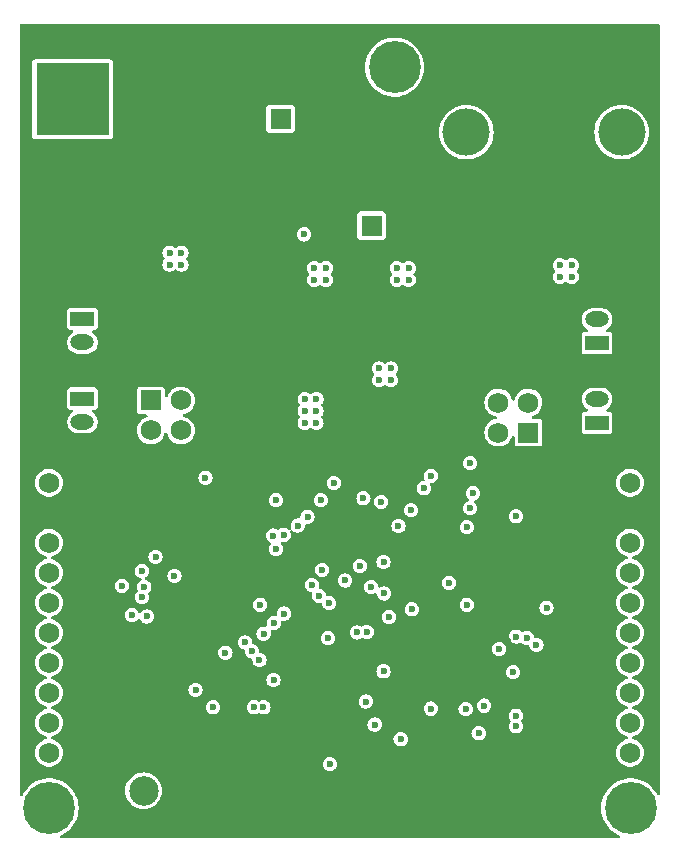
<source format=gbr>
%TF.GenerationSoftware,KiCad,Pcbnew,8.0.3-8.0.3-0~ubuntu22.04.1*%
%TF.CreationDate,2024-07-11T19:27:40-06:00*%
%TF.ProjectId,FCC_KiCAD,4643435f-4b69-4434-9144-2e6b69636164,rev?*%
%TF.SameCoordinates,Original*%
%TF.FileFunction,Copper,L2,Inr*%
%TF.FilePolarity,Positive*%
%FSLAX46Y46*%
G04 Gerber Fmt 4.6, Leading zero omitted, Abs format (unit mm)*
G04 Created by KiCad (PCBNEW 8.0.3-8.0.3-0~ubuntu22.04.1) date 2024-07-11 19:27:40*
%MOMM*%
%LPD*%
G01*
G04 APERTURE LIST*
%TA.AperFunction,ComponentPad*%
%ADD10R,2.000000X1.300000*%
%TD*%
%TA.AperFunction,ComponentPad*%
%ADD11O,2.000000X1.300000*%
%TD*%
%TA.AperFunction,ComponentPad*%
%ADD12C,4.400000*%
%TD*%
%TA.AperFunction,ComponentPad*%
%ADD13R,6.200000X6.200000*%
%TD*%
%TA.AperFunction,ComponentPad*%
%ADD14C,6.200000*%
%TD*%
%TA.AperFunction,ComponentPad*%
%ADD15C,0.600000*%
%TD*%
%TA.AperFunction,ComponentPad*%
%ADD16R,1.750000X1.750000*%
%TD*%
%TA.AperFunction,ComponentPad*%
%ADD17C,1.750000*%
%TD*%
%TA.AperFunction,ComponentPad*%
%ADD18R,1.800000X1.800000*%
%TD*%
%TA.AperFunction,ComponentPad*%
%ADD19C,1.800000*%
%TD*%
%TA.AperFunction,ComponentPad*%
%ADD20C,2.500000*%
%TD*%
%TA.AperFunction,ComponentPad*%
%ADD21C,2.700000*%
%TD*%
%TA.AperFunction,ComponentPad*%
%ADD22C,4.000000*%
%TD*%
%TA.AperFunction,ViaPad*%
%ADD23C,0.600000*%
%TD*%
G04 APERTURE END LIST*
D10*
%TO.N,/I2C + CANBUS/CAN1H*%
%TO.C,J4*%
X128510000Y-87450000D03*
D11*
%TO.N,/I2C + CANBUS/CAN1L*%
X128510000Y-89450000D03*
%TD*%
D10*
%TO.N,/I2C + CANBUS/CAN1H*%
%TO.C,J5*%
X128510000Y-94200000D03*
D11*
%TO.N,/I2C + CANBUS/CAN1L*%
X128510000Y-96200000D03*
%TD*%
D10*
%TO.N,/I2C + CANBUS/CAN2H*%
%TO.C,J6*%
X172085000Y-96250000D03*
D11*
%TO.N,/I2C + CANBUS/CAN2L*%
X172085000Y-94250000D03*
%TD*%
D10*
%TO.N,/I2C + CANBUS/CAN2H*%
%TO.C,J7*%
X172085000Y-89500000D03*
D11*
%TO.N,/I2C + CANBUS/CAN2L*%
X172085000Y-87500000D03*
%TD*%
D12*
%TO.N,N/C*%
%TO.C,H3*%
X174935000Y-128860000D03*
%TD*%
D13*
%TO.N,+BATT*%
%TO.C,J8*%
X127675000Y-68850000D03*
D14*
%TO.N,GND*%
X127675000Y-76050000D03*
%TD*%
D12*
%TO.N,N/C*%
%TO.C,H1*%
X154935000Y-66150000D03*
%TD*%
D15*
%TO.N,GND*%
%TO.C,U2*%
X142174800Y-117575000D03*
X140600000Y-117575000D03*
X141387400Y-118362400D03*
X142174800Y-119149800D03*
X140600000Y-119149800D03*
%TD*%
D16*
%TO.N,Net-(J2-Pin_1)*%
%TO.C,J2*%
X134300000Y-94360000D03*
D17*
%TO.N,/I2C + CANBUS/CAN1H*%
X136840000Y-94360000D03*
%TO.N,Net-(J2-Pin_3)*%
X134300000Y-96900000D03*
%TO.N,/I2C + CANBUS/CAN1H*%
X136840000Y-96900000D03*
%TD*%
D18*
%TO.N,+BATT*%
%TO.C,C31*%
X145285000Y-70511800D03*
D19*
%TO.N,GND*%
X145285000Y-65000000D03*
%TD*%
D20*
%TO.N,Net-(J1-In)*%
%TO.C,J1*%
X133685000Y-127400000D03*
D21*
%TO.N,GND*%
X136225000Y-124860000D03*
X131145000Y-124860000D03*
X136225000Y-129940000D03*
X131145000Y-129940000D03*
%TD*%
D12*
%TO.N,N/C*%
%TO.C,H2*%
X125685000Y-128860000D03*
%TD*%
D18*
%TO.N,/POWER + USB/5VDCDC*%
%TO.C,C36*%
X152985000Y-79550000D03*
D19*
%TO.N,GND*%
X152985000Y-74038200D03*
%TD*%
D15*
%TO.N,GND*%
%TO.C,U9*%
X149825000Y-97550000D03*
X151175000Y-98300000D03*
X148475000Y-98300000D03*
X149825000Y-99050000D03*
%TD*%
D16*
%TO.N,Net-(J3-Pin_1)*%
%TO.C,J3*%
X166270000Y-97075000D03*
D17*
%TO.N,/I2C + CANBUS/CAN2L*%
X163730000Y-97075000D03*
%TO.N,Net-(J3-Pin_3)*%
X166270000Y-94535000D03*
%TO.N,/I2C + CANBUS/CAN2L*%
X163730000Y-94535000D03*
%TD*%
D22*
%TO.N,unconnected-(J9-SHIELD1-PadSH1)*%
%TO.C,J9*%
X174155000Y-71650000D03*
%TO.N,unconnected-(J9-SHIELD2-PadSH2)*%
X161015000Y-71650000D03*
%TD*%
D17*
%TO.N,+3V3*%
%TO.C,J11*%
X125685000Y-101320000D03*
%TO.N,GND*%
X125685000Y-103860000D03*
%TO.N,/MCU + PAYLOAD/GPIO1*%
X125685000Y-106400000D03*
%TO.N,/MCU + PAYLOAD/GPIO2*%
X125685000Y-108940000D03*
%TO.N,/MCU + PAYLOAD/GPIO3*%
X125685000Y-111480000D03*
%TO.N,/MCU + PAYLOAD/UART_TX*%
X125685000Y-114020000D03*
%TO.N,/MCU + PAYLOAD/UART_RX*%
X125685000Y-116560000D03*
%TO.N,MISO*%
X125685000Y-119100000D03*
%TO.N,SCLK*%
X125685000Y-121640000D03*
%TO.N,MOSI*%
X125685000Y-124180000D03*
%TD*%
%TO.N,+5V*%
%TO.C,J12*%
X174885000Y-101320000D03*
%TO.N,GND*%
X174885000Y-103860000D03*
%TO.N,/MCU + PAYLOAD/GPIO4*%
X174885000Y-106400000D03*
%TO.N,/MCU + PAYLOAD/GPIO5*%
X174885000Y-108940000D03*
%TO.N,/MCU + PAYLOAD/GPIO6*%
X174885000Y-111480000D03*
%TO.N,/MCU + PAYLOAD/GPIO7*%
X174885000Y-114020000D03*
%TO.N,/MCU + PAYLOAD/GPIO8*%
X174885000Y-116560000D03*
%TO.N,/MCU + PAYLOAD/GPIO9*%
X174885000Y-119100000D03*
%TO.N,SCL*%
X174885000Y-121640000D03*
%TO.N,SDA*%
X174885000Y-124180000D03*
%TD*%
D23*
%TO.N,GND*%
X176400000Y-83300000D03*
X133350000Y-90895000D03*
X141125000Y-128575000D03*
X144100000Y-123150000D03*
X144900001Y-103899999D03*
X161710049Y-75789784D03*
X167205000Y-90955000D03*
X146750000Y-84450000D03*
X150625000Y-88200000D03*
X163000000Y-126450000D03*
X161710049Y-74789784D03*
X145235000Y-77600000D03*
X153025000Y-83950000D03*
X158100000Y-102800000D03*
X162350000Y-121700000D03*
X161580000Y-100925000D03*
X153800000Y-127400000D03*
X144575000Y-89250000D03*
X142900000Y-108976999D03*
X156300000Y-127400000D03*
X139800001Y-108499999D03*
X144200000Y-117050000D03*
X146235000Y-77600000D03*
X169030000Y-90930000D03*
X155465001Y-114450000D03*
X145235000Y-76600000D03*
X143437400Y-123992400D03*
X154700000Y-114800000D03*
X153583412Y-111603300D03*
X168550000Y-113850000D03*
X148650000Y-119700000D03*
X156875000Y-89800000D03*
X155450000Y-122050000D03*
X169650000Y-115050000D03*
X136100000Y-108350000D03*
X148825000Y-99900000D03*
X152050000Y-122000000D03*
X165500000Y-115800000D03*
X164300000Y-116850000D03*
X132385000Y-70600000D03*
X167025000Y-116325000D03*
X137200000Y-106900000D03*
X144850000Y-119600000D03*
X135485000Y-64200000D03*
X146490000Y-117092400D03*
X146235000Y-76600000D03*
X164975000Y-125025000D03*
X144325000Y-92300000D03*
X167770000Y-121950000D03*
X143400001Y-107449999D03*
X157950000Y-96900000D03*
X174085000Y-82725000D03*
X146450000Y-97900000D03*
X136326079Y-110723922D03*
X138775000Y-122875000D03*
X136040000Y-111500000D03*
X162800000Y-105400000D03*
X132750000Y-117500000D03*
X131850000Y-109100002D03*
X132385000Y-71600000D03*
X154700000Y-115800000D03*
X140612400Y-113167400D03*
X151750000Y-116600000D03*
X135485000Y-63200000D03*
X143187400Y-123092400D03*
X131450000Y-90895000D03*
X175300000Y-77350000D03*
X156500000Y-106150000D03*
X167770000Y-123000000D03*
X145925000Y-84100000D03*
X176300000Y-77350000D03*
X136037400Y-118042400D03*
X163850000Y-123023000D03*
X147300000Y-101600000D03*
X140600000Y-104900000D03*
X168105000Y-90005000D03*
X167770000Y-120900000D03*
X145725000Y-93500000D03*
X164500000Y-114700000D03*
X136337400Y-119692400D03*
X148400000Y-105300000D03*
X157810000Y-105380000D03*
X167150000Y-126450000D03*
X150025000Y-95250000D03*
X150825000Y-99900000D03*
X132400000Y-89970000D03*
X142950000Y-99500000D03*
X163770000Y-121450000D03*
X163400000Y-120000000D03*
X154175000Y-86850000D03*
X152500000Y-127400000D03*
X151025000Y-94250000D03*
X147150000Y-90650000D03*
X134281644Y-109427000D03*
X150700000Y-116600000D03*
X162710049Y-74789784D03*
X151025000Y-95250000D03*
X174100000Y-81130000D03*
X168500000Y-79900000D03*
X138787400Y-123792400D03*
X150025000Y-94250000D03*
X166500000Y-111900000D03*
X136362400Y-122317400D03*
X138200000Y-129190000D03*
X139500000Y-113160000D03*
X138925000Y-102150000D03*
X162710049Y-75789784D03*
X151373000Y-111550000D03*
X133787400Y-121692400D03*
X143650000Y-104850000D03*
X151725000Y-88700000D03*
%TO.N,/POWER + USB/5VBUS_FILT*%
X155125000Y-83150000D03*
X168935000Y-83900000D03*
X156125000Y-84150000D03*
X155125000Y-84150000D03*
X169935000Y-82900000D03*
X169935000Y-83900000D03*
X168935000Y-82900000D03*
X156125000Y-83150000D03*
%TO.N,/POWER + USB/5VDCDC*%
X149125000Y-84150000D03*
X149125000Y-83150000D03*
X147285000Y-80300000D03*
X148125000Y-83150000D03*
X136885000Y-81850000D03*
X135885000Y-81850000D03*
X136885000Y-82850000D03*
X148125000Y-84150000D03*
X135885000Y-82850000D03*
%TO.N,+5V*%
X154625000Y-91650000D03*
X153625000Y-91650000D03*
X154625000Y-92650000D03*
X153625000Y-92650000D03*
%TO.N,+3V3*%
X143037400Y-120342400D03*
X156350000Y-103653356D03*
X165230000Y-104170000D03*
X161580000Y-102225000D03*
X161050000Y-105100000D03*
X138087400Y-118867400D03*
X158000000Y-120450000D03*
X155265001Y-105000000D03*
X148325000Y-95250000D03*
X167800000Y-111900000D03*
X166150000Y-114450000D03*
X140613714Y-115709905D03*
X151750000Y-114000000D03*
X148325000Y-96250000D03*
X131850000Y-110050002D03*
X147325000Y-96250000D03*
X152600000Y-113950000D03*
X144687400Y-118042400D03*
X139587400Y-120342400D03*
X143837400Y-120342400D03*
X147325000Y-95250000D03*
X164975000Y-117375000D03*
X166950000Y-115050000D03*
X165220000Y-121050000D03*
X146750000Y-104950000D03*
X147325000Y-94250000D03*
X147565001Y-104200000D03*
X165220000Y-121950000D03*
X154465001Y-112700000D03*
X148325000Y-94250000D03*
X138925000Y-100900000D03*
X149450000Y-125150000D03*
X162520000Y-120200000D03*
X136300000Y-109200000D03*
X161050000Y-111650000D03*
%TO.N,/MCU + PAYLOAD/NRST*%
X148800000Y-108699999D03*
X155450000Y-123050000D03*
%TO.N,/MCU + PAYLOAD/SWDIO*%
X152950000Y-110150000D03*
X154000000Y-117300000D03*
%TO.N,/MCU + PAYLOAD/SWCLK*%
X152000000Y-108375000D03*
X153250000Y-121800000D03*
%TO.N,/MCU + PAYLOAD/SWO*%
X152500000Y-119850000D03*
X150750000Y-109600000D03*
%TO.N,SCLK*%
X133950000Y-112650000D03*
X142850000Y-115600000D03*
%TO.N,/MCU + PAYLOAD/GPIO3*%
X144650000Y-105800000D03*
%TO.N,/MCU + PAYLOAD/GPIO1*%
X149800000Y-101350000D03*
%TO.N,/MCU + PAYLOAD/GPIO2*%
X145550000Y-105725000D03*
%TO.N,MISO*%
X133550000Y-111000000D03*
X142300000Y-114850000D03*
%TO.N,MOSI*%
X132700000Y-112525000D03*
X143500000Y-116350000D03*
%TO.N,/MCU + PAYLOAD/GPIO6*%
X154000000Y-108046698D03*
%TO.N,/MCU + PAYLOAD/GPIO4*%
X152300000Y-102650000D03*
%TO.N,SDA*%
X160950000Y-120500000D03*
X163800000Y-115400000D03*
%TO.N,/MCU + PAYLOAD/GPIO7*%
X159550000Y-109800000D03*
%TO.N,/MCU + PAYLOAD/GPIO5*%
X153800000Y-102950000D03*
%TO.N,SCL*%
X162050000Y-122550000D03*
X165250000Y-114350000D03*
%TO.N,/MCU + PAYLOAD/GPIO9*%
X156400000Y-112050000D03*
%TO.N,/MCU + PAYLOAD/GPIO8*%
X154050000Y-110700000D03*
%TO.N,ACCEL_INT*%
X134700000Y-107600000D03*
X144891324Y-106939145D03*
%TO.N,ACCEL_~{CS}*%
X143550000Y-111650000D03*
X133550000Y-108800000D03*
%TO.N,GYRO_INT*%
X147925000Y-109975000D03*
X133750000Y-110150000D03*
%TO.N,CC2500_GDO0*%
X144700000Y-113225000D03*
X149400000Y-111527000D03*
%TO.N,CC2500_~{CS}*%
X148550000Y-110900000D03*
X145600000Y-112400000D03*
%TO.N,CC2500_GDO2*%
X143850000Y-114100000D03*
X149300000Y-114480856D03*
%TO.N,CAN1_TX*%
X144900000Y-102800000D03*
X148700000Y-102800000D03*
%TO.N,CAN2_TX*%
X158000000Y-100750000D03*
X161345000Y-99675000D03*
%TO.N,CAN2_RX*%
X157400000Y-101800000D03*
X161345000Y-103475000D03*
%TD*%
%TA.AperFunction,Conductor*%
%TO.N,GND*%
G36*
X177343039Y-62519685D02*
G01*
X177388794Y-62572489D01*
X177400000Y-62624000D01*
X177400000Y-127670886D01*
X177380315Y-127737925D01*
X177327511Y-127783680D01*
X177258353Y-127793624D01*
X177194797Y-127764599D01*
X177163802Y-127723683D01*
X177130539Y-127652996D01*
X177130535Y-127652990D01*
X176961948Y-127387338D01*
X176961945Y-127387334D01*
X176761393Y-127144909D01*
X176761391Y-127144907D01*
X176532031Y-126929523D01*
X176532021Y-126929515D01*
X176277495Y-126744591D01*
X176277488Y-126744586D01*
X176277484Y-126744584D01*
X176001766Y-126593006D01*
X176001763Y-126593004D01*
X176001758Y-126593002D01*
X176001757Y-126593001D01*
X175709228Y-126477181D01*
X175709225Y-126477180D01*
X175404476Y-126398934D01*
X175404463Y-126398932D01*
X175092329Y-126359500D01*
X175092318Y-126359500D01*
X174777682Y-126359500D01*
X174777670Y-126359500D01*
X174465536Y-126398932D01*
X174465523Y-126398934D01*
X174160774Y-126477180D01*
X174160771Y-126477181D01*
X173868242Y-126593001D01*
X173868241Y-126593002D01*
X173592516Y-126744584D01*
X173592504Y-126744591D01*
X173337978Y-126929515D01*
X173337968Y-126929523D01*
X173108608Y-127144907D01*
X173108606Y-127144909D01*
X172908054Y-127387334D01*
X172908051Y-127387338D01*
X172739464Y-127652990D01*
X172739461Y-127652996D01*
X172605499Y-127937678D01*
X172605497Y-127937683D01*
X172508270Y-128236916D01*
X172449311Y-128545988D01*
X172449310Y-128545995D01*
X172429556Y-128859994D01*
X172429556Y-128860005D01*
X172449310Y-129174004D01*
X172449311Y-129174011D01*
X172508270Y-129483083D01*
X172605497Y-129782316D01*
X172605499Y-129782321D01*
X172739461Y-130067003D01*
X172739464Y-130067009D01*
X172908051Y-130332661D01*
X172908054Y-130332665D01*
X173108606Y-130575090D01*
X173108608Y-130575092D01*
X173337968Y-130790476D01*
X173337978Y-130790484D01*
X173592504Y-130975408D01*
X173592509Y-130975410D01*
X173592516Y-130975416D01*
X173868234Y-131126994D01*
X173868239Y-131126996D01*
X173868241Y-131126997D01*
X173868242Y-131126998D01*
X173952535Y-131160372D01*
X174007621Y-131203353D01*
X174030724Y-131269292D01*
X174014510Y-131337255D01*
X173964127Y-131385662D01*
X173906895Y-131399664D01*
X167726076Y-131400000D01*
X126712263Y-131400000D01*
X126645224Y-131380315D01*
X126599469Y-131327511D01*
X126589525Y-131258353D01*
X126618550Y-131194797D01*
X126666616Y-131160708D01*
X126751757Y-131126998D01*
X126751758Y-131126997D01*
X126751756Y-131126997D01*
X126751766Y-131126994D01*
X127027484Y-130975416D01*
X127282030Y-130790478D01*
X127511390Y-130575094D01*
X127711947Y-130332663D01*
X127880537Y-130067007D01*
X128014503Y-129782315D01*
X128111731Y-129483079D01*
X128170688Y-129174015D01*
X128184449Y-128955293D01*
X128190444Y-128860005D01*
X128190444Y-128859994D01*
X128170689Y-128545995D01*
X128170688Y-128545988D01*
X128170688Y-128545985D01*
X128111731Y-128236921D01*
X128014503Y-127937685D01*
X127987646Y-127880612D01*
X127913801Y-127723683D01*
X127880537Y-127652993D01*
X127845414Y-127597648D01*
X127719984Y-127400000D01*
X132129706Y-127400000D01*
X132148853Y-127643297D01*
X132148853Y-127643300D01*
X132148854Y-127643302D01*
X132182556Y-127783680D01*
X132205830Y-127880619D01*
X132299222Y-128106089D01*
X132426737Y-128314173D01*
X132426738Y-128314176D01*
X132426741Y-128314179D01*
X132585241Y-128499759D01*
X132639377Y-128545995D01*
X132770823Y-128658261D01*
X132770826Y-128658262D01*
X132978910Y-128785777D01*
X133204381Y-128879169D01*
X133204378Y-128879169D01*
X133204384Y-128879170D01*
X133204388Y-128879172D01*
X133441698Y-128936146D01*
X133685000Y-128955294D01*
X133928302Y-128936146D01*
X134165612Y-128879172D01*
X134391089Y-128785777D01*
X134599179Y-128658259D01*
X134784759Y-128499759D01*
X134943259Y-128314179D01*
X135070777Y-128106089D01*
X135164172Y-127880612D01*
X135221146Y-127643302D01*
X135240294Y-127400000D01*
X135221146Y-127156698D01*
X135164172Y-126919388D01*
X135164169Y-126919380D01*
X135070777Y-126693910D01*
X134943262Y-126485826D01*
X134943261Y-126485823D01*
X134907453Y-126443897D01*
X134784759Y-126300241D01*
X134662063Y-126195449D01*
X134599176Y-126141738D01*
X134599173Y-126141737D01*
X134391089Y-126014222D01*
X134165618Y-125920830D01*
X134165621Y-125920830D01*
X134059992Y-125895470D01*
X133928302Y-125863854D01*
X133928300Y-125863853D01*
X133928297Y-125863853D01*
X133685000Y-125844706D01*
X133441702Y-125863853D01*
X133204380Y-125920830D01*
X132978910Y-126014222D01*
X132770826Y-126141737D01*
X132770823Y-126141738D01*
X132585241Y-126300241D01*
X132426738Y-126485823D01*
X132426737Y-126485826D01*
X132299222Y-126693910D01*
X132205830Y-126919380D01*
X132148853Y-127156702D01*
X132129706Y-127400000D01*
X127719984Y-127400000D01*
X127711948Y-127387338D01*
X127711945Y-127387334D01*
X127511393Y-127144909D01*
X127511391Y-127144907D01*
X127282031Y-126929523D01*
X127282021Y-126929515D01*
X127027495Y-126744591D01*
X127027488Y-126744586D01*
X127027484Y-126744584D01*
X126751766Y-126593006D01*
X126751763Y-126593004D01*
X126751758Y-126593002D01*
X126751757Y-126593001D01*
X126459228Y-126477181D01*
X126459225Y-126477180D01*
X126154476Y-126398934D01*
X126154463Y-126398932D01*
X125842329Y-126359500D01*
X125842318Y-126359500D01*
X125527682Y-126359500D01*
X125527670Y-126359500D01*
X125215536Y-126398932D01*
X125215523Y-126398934D01*
X124910774Y-126477180D01*
X124910771Y-126477181D01*
X124618242Y-126593001D01*
X124618241Y-126593002D01*
X124342516Y-126744584D01*
X124342504Y-126744591D01*
X124087978Y-126929515D01*
X124087968Y-126929523D01*
X123858608Y-127144907D01*
X123858606Y-127144909D01*
X123658054Y-127387334D01*
X123658051Y-127387338D01*
X123489464Y-127652990D01*
X123489460Y-127652996D01*
X123436198Y-127766185D01*
X123389843Y-127818463D01*
X123322583Y-127837380D01*
X123255773Y-127816930D01*
X123210624Y-127763607D01*
X123200000Y-127713388D01*
X123200000Y-106399999D01*
X124504464Y-106399999D01*
X124504464Y-106400000D01*
X124524564Y-106616918D01*
X124524564Y-106616920D01*
X124524565Y-106616923D01*
X124584183Y-106826459D01*
X124681288Y-107021472D01*
X124812573Y-107195322D01*
X124973568Y-107342088D01*
X124973575Y-107342092D01*
X124973576Y-107342093D01*
X125158786Y-107456770D01*
X125158792Y-107456773D01*
X125171389Y-107461653D01*
X125361931Y-107535470D01*
X125429558Y-107548111D01*
X125491838Y-107579779D01*
X125527111Y-107640092D01*
X125524177Y-107709900D01*
X125483968Y-107767040D01*
X125429558Y-107791888D01*
X125361931Y-107804530D01*
X125313130Y-107823435D01*
X125158792Y-107883226D01*
X125158786Y-107883229D01*
X124973576Y-107997906D01*
X124973566Y-107997913D01*
X124812574Y-108144676D01*
X124681288Y-108318527D01*
X124584184Y-108513537D01*
X124524564Y-108723081D01*
X124504464Y-108939999D01*
X124504464Y-108940000D01*
X124524564Y-109156918D01*
X124524564Y-109156920D01*
X124524565Y-109156923D01*
X124581424Y-109356762D01*
X124584184Y-109366462D01*
X124638031Y-109474601D01*
X124681288Y-109561472D01*
X124812573Y-109735322D01*
X124973568Y-109882088D01*
X124973575Y-109882092D01*
X124973576Y-109882093D01*
X125158786Y-109996770D01*
X125158792Y-109996773D01*
X125181664Y-110005633D01*
X125361931Y-110075470D01*
X125429558Y-110088111D01*
X125491838Y-110119779D01*
X125527111Y-110180092D01*
X125524177Y-110249900D01*
X125483968Y-110307040D01*
X125429558Y-110331888D01*
X125361931Y-110344530D01*
X125340473Y-110352843D01*
X125158792Y-110423226D01*
X125158786Y-110423229D01*
X124973576Y-110537906D01*
X124973566Y-110537913D01*
X124812574Y-110684676D01*
X124681288Y-110858527D01*
X124584184Y-111053537D01*
X124524564Y-111263081D01*
X124504464Y-111479999D01*
X124504464Y-111480000D01*
X124524564Y-111696918D01*
X124524564Y-111696920D01*
X124524565Y-111696923D01*
X124575364Y-111875463D01*
X124584184Y-111906462D01*
X124608493Y-111955281D01*
X124681288Y-112101472D01*
X124812573Y-112275322D01*
X124973568Y-112422088D01*
X124973575Y-112422092D01*
X124973576Y-112422093D01*
X125158786Y-112536770D01*
X125158792Y-112536773D01*
X125175483Y-112543239D01*
X125361931Y-112615470D01*
X125429558Y-112628111D01*
X125491838Y-112659779D01*
X125527111Y-112720092D01*
X125524177Y-112789900D01*
X125483968Y-112847040D01*
X125429558Y-112871888D01*
X125361931Y-112884530D01*
X125321921Y-112900030D01*
X125158792Y-112963226D01*
X125158786Y-112963229D01*
X124973576Y-113077906D01*
X124973566Y-113077913D01*
X124812574Y-113224676D01*
X124681288Y-113398527D01*
X124584184Y-113593537D01*
X124567185Y-113653282D01*
X124527365Y-113793238D01*
X124524564Y-113803081D01*
X124504464Y-114019999D01*
X124504464Y-114020000D01*
X124524564Y-114236918D01*
X124524564Y-114236920D01*
X124524565Y-114236923D01*
X124583088Y-114442610D01*
X124584184Y-114446462D01*
X124653190Y-114585043D01*
X124681288Y-114641472D01*
X124812573Y-114815322D01*
X124973568Y-114962088D01*
X124973575Y-114962092D01*
X124973576Y-114962093D01*
X125158786Y-115076770D01*
X125158792Y-115076773D01*
X125181664Y-115085633D01*
X125361931Y-115155470D01*
X125429558Y-115168111D01*
X125491838Y-115199779D01*
X125527111Y-115260092D01*
X125524177Y-115329900D01*
X125483968Y-115387040D01*
X125429558Y-115411888D01*
X125361931Y-115424530D01*
X125329363Y-115437147D01*
X125158792Y-115503226D01*
X125158786Y-115503229D01*
X124973576Y-115617906D01*
X124973566Y-115617913D01*
X124812574Y-115764676D01*
X124681288Y-115938527D01*
X124584184Y-116133537D01*
X124524564Y-116343081D01*
X124504464Y-116559999D01*
X124504464Y-116560000D01*
X124524564Y-116776918D01*
X124524564Y-116776920D01*
X124524565Y-116776923D01*
X124569554Y-116935043D01*
X124584184Y-116986462D01*
X124626857Y-117072160D01*
X124681288Y-117181472D01*
X124812573Y-117355322D01*
X124973568Y-117502088D01*
X124973575Y-117502092D01*
X124973576Y-117502093D01*
X125158786Y-117616770D01*
X125158792Y-117616773D01*
X125181664Y-117625633D01*
X125361931Y-117695470D01*
X125429558Y-117708111D01*
X125491838Y-117739779D01*
X125527111Y-117800092D01*
X125524177Y-117869900D01*
X125483968Y-117927040D01*
X125429558Y-117951888D01*
X125361931Y-117964530D01*
X125320238Y-117980682D01*
X125158792Y-118043226D01*
X125158786Y-118043229D01*
X124973576Y-118157906D01*
X124973566Y-118157913D01*
X124812574Y-118304676D01*
X124681288Y-118478527D01*
X124584184Y-118673537D01*
X124584183Y-118673541D01*
X124529026Y-118867400D01*
X124524564Y-118883081D01*
X124504464Y-119099999D01*
X124504464Y-119100000D01*
X124524564Y-119316918D01*
X124524564Y-119316920D01*
X124524565Y-119316923D01*
X124545908Y-119391936D01*
X124584184Y-119526462D01*
X124628249Y-119614955D01*
X124681288Y-119721472D01*
X124810378Y-119892416D01*
X124812574Y-119895323D01*
X124845636Y-119925463D01*
X124973568Y-120042088D01*
X124973575Y-120042092D01*
X124973576Y-120042093D01*
X125158786Y-120156770D01*
X125158792Y-120156773D01*
X125181664Y-120165633D01*
X125361931Y-120235470D01*
X125429558Y-120248111D01*
X125491838Y-120279779D01*
X125527111Y-120340092D01*
X125524177Y-120409900D01*
X125483968Y-120467040D01*
X125429558Y-120491888D01*
X125361931Y-120504530D01*
X125313130Y-120523435D01*
X125158792Y-120583226D01*
X125158786Y-120583229D01*
X124973576Y-120697906D01*
X124973566Y-120697913D01*
X124812574Y-120844676D01*
X124681288Y-121018527D01*
X124584184Y-121213537D01*
X124524564Y-121423081D01*
X124504464Y-121639999D01*
X124504464Y-121640000D01*
X124524564Y-121856918D01*
X124584184Y-122066462D01*
X124664761Y-122228281D01*
X124681288Y-122261472D01*
X124812573Y-122435322D01*
X124973568Y-122582088D01*
X124973575Y-122582092D01*
X124973576Y-122582093D01*
X125158786Y-122696770D01*
X125158792Y-122696773D01*
X125181664Y-122705633D01*
X125361931Y-122775470D01*
X125429558Y-122788111D01*
X125491838Y-122819779D01*
X125527111Y-122880092D01*
X125524177Y-122949900D01*
X125483968Y-123007040D01*
X125429558Y-123031888D01*
X125361931Y-123044530D01*
X125313130Y-123063435D01*
X125158792Y-123123226D01*
X125158786Y-123123229D01*
X124973576Y-123237906D01*
X124973566Y-123237913D01*
X124812574Y-123384676D01*
X124681288Y-123558527D01*
X124584184Y-123753537D01*
X124524564Y-123963081D01*
X124504464Y-124179999D01*
X124504464Y-124180000D01*
X124524564Y-124396918D01*
X124524564Y-124396920D01*
X124524565Y-124396923D01*
X124584183Y-124606459D01*
X124584184Y-124606462D01*
X124593646Y-124625464D01*
X124681288Y-124801472D01*
X124812573Y-124975322D01*
X124973568Y-125122088D01*
X124973575Y-125122092D01*
X124973576Y-125122093D01*
X125158786Y-125236770D01*
X125158792Y-125236773D01*
X125181664Y-125245633D01*
X125361931Y-125315470D01*
X125576074Y-125355500D01*
X125576076Y-125355500D01*
X125793924Y-125355500D01*
X125793926Y-125355500D01*
X126008069Y-125315470D01*
X126211210Y-125236772D01*
X126351356Y-125149998D01*
X148844318Y-125149998D01*
X148844318Y-125150001D01*
X148864955Y-125306760D01*
X148864956Y-125306762D01*
X148925464Y-125452841D01*
X149021718Y-125578282D01*
X149147159Y-125674536D01*
X149293238Y-125735044D01*
X149371619Y-125745363D01*
X149449999Y-125755682D01*
X149450000Y-125755682D01*
X149450001Y-125755682D01*
X149502254Y-125748802D01*
X149606762Y-125735044D01*
X149752841Y-125674536D01*
X149878282Y-125578282D01*
X149974536Y-125452841D01*
X150035044Y-125306762D01*
X150055682Y-125150000D01*
X150052007Y-125122088D01*
X150035044Y-124993239D01*
X150035044Y-124993238D01*
X149974536Y-124847159D01*
X149878282Y-124721718D01*
X149752841Y-124625464D01*
X149606762Y-124564956D01*
X149606760Y-124564955D01*
X149450001Y-124544318D01*
X149449999Y-124544318D01*
X149293239Y-124564955D01*
X149293237Y-124564956D01*
X149147160Y-124625463D01*
X149021718Y-124721718D01*
X148925463Y-124847160D01*
X148864956Y-124993237D01*
X148864955Y-124993239D01*
X148844318Y-125149998D01*
X126351356Y-125149998D01*
X126396432Y-125122088D01*
X126557427Y-124975322D01*
X126688712Y-124801472D01*
X126785817Y-124606459D01*
X126845435Y-124396923D01*
X126865536Y-124180000D01*
X126845435Y-123963077D01*
X126785817Y-123753541D01*
X126688712Y-123558528D01*
X126557427Y-123384678D01*
X126522503Y-123352841D01*
X126396433Y-123237913D01*
X126396423Y-123237906D01*
X126211213Y-123123229D01*
X126211207Y-123123226D01*
X126126113Y-123090260D01*
X126022184Y-123049998D01*
X154844318Y-123049998D01*
X154844318Y-123050001D01*
X154864955Y-123206760D01*
X154864956Y-123206762D01*
X154925464Y-123352841D01*
X155021718Y-123478282D01*
X155147159Y-123574536D01*
X155293238Y-123635044D01*
X155371619Y-123645363D01*
X155449999Y-123655682D01*
X155450000Y-123655682D01*
X155450001Y-123655682D01*
X155502254Y-123648802D01*
X155606762Y-123635044D01*
X155752841Y-123574536D01*
X155878282Y-123478282D01*
X155974536Y-123352841D01*
X156035044Y-123206762D01*
X156055682Y-123050000D01*
X156035044Y-122893238D01*
X155974536Y-122747159D01*
X155878282Y-122621718D01*
X155784814Y-122549998D01*
X161444318Y-122549998D01*
X161444318Y-122550001D01*
X161464955Y-122706760D01*
X161464956Y-122706762D01*
X161525464Y-122852841D01*
X161621718Y-122978282D01*
X161747159Y-123074536D01*
X161893238Y-123135044D01*
X161971619Y-123145363D01*
X162049999Y-123155682D01*
X162050000Y-123155682D01*
X162050001Y-123155682D01*
X162102254Y-123148802D01*
X162206762Y-123135044D01*
X162352841Y-123074536D01*
X162478282Y-122978282D01*
X162574536Y-122852841D01*
X162635044Y-122706762D01*
X162655682Y-122550000D01*
X162635044Y-122393238D01*
X162574536Y-122247159D01*
X162478282Y-122121718D01*
X162352841Y-122025464D01*
X162206762Y-121964956D01*
X162206760Y-121964955D01*
X162050001Y-121944318D01*
X162049999Y-121944318D01*
X161893239Y-121964955D01*
X161893237Y-121964956D01*
X161747160Y-122025463D01*
X161621718Y-122121718D01*
X161525463Y-122247160D01*
X161464956Y-122393237D01*
X161464955Y-122393239D01*
X161444318Y-122549998D01*
X155784814Y-122549998D01*
X155752841Y-122525464D01*
X155606762Y-122464956D01*
X155606760Y-122464955D01*
X155450001Y-122444318D01*
X155449999Y-122444318D01*
X155293239Y-122464955D01*
X155293237Y-122464956D01*
X155147160Y-122525463D01*
X155021718Y-122621718D01*
X154925463Y-122747160D01*
X154864956Y-122893237D01*
X154864955Y-122893239D01*
X154844318Y-123049998D01*
X126022184Y-123049998D01*
X126008069Y-123044530D01*
X125940440Y-123031888D01*
X125878161Y-123000221D01*
X125842888Y-122939909D01*
X125845822Y-122870100D01*
X125886031Y-122812960D01*
X125940439Y-122788112D01*
X126008069Y-122775470D01*
X126211210Y-122696772D01*
X126396432Y-122582088D01*
X126557427Y-122435322D01*
X126688712Y-122261472D01*
X126785817Y-122066459D01*
X126845435Y-121856923D01*
X126850710Y-121799998D01*
X152644318Y-121799998D01*
X152644318Y-121800001D01*
X152664955Y-121956760D01*
X152664956Y-121956762D01*
X152725464Y-122102841D01*
X152821718Y-122228282D01*
X152947159Y-122324536D01*
X153093238Y-122385044D01*
X153155478Y-122393238D01*
X153249999Y-122405682D01*
X153250000Y-122405682D01*
X153250001Y-122405682D01*
X153344514Y-122393239D01*
X153406762Y-122385044D01*
X153552841Y-122324536D01*
X153678282Y-122228282D01*
X153774536Y-122102841D01*
X153835044Y-121956762D01*
X153855682Y-121800000D01*
X153835044Y-121643238D01*
X153774536Y-121497159D01*
X153678282Y-121371718D01*
X153552841Y-121275464D01*
X153406762Y-121214956D01*
X153406760Y-121214955D01*
X153250001Y-121194318D01*
X153249999Y-121194318D01*
X153093239Y-121214955D01*
X153093237Y-121214956D01*
X152947160Y-121275463D01*
X152821718Y-121371718D01*
X152725463Y-121497160D01*
X152664956Y-121643237D01*
X152664955Y-121643239D01*
X152644318Y-121799998D01*
X126850710Y-121799998D01*
X126865536Y-121640000D01*
X126845435Y-121423077D01*
X126785817Y-121213541D01*
X126688712Y-121018528D01*
X126557427Y-120844678D01*
X126492011Y-120785044D01*
X126396433Y-120697913D01*
X126396423Y-120697906D01*
X126211213Y-120583229D01*
X126211207Y-120583226D01*
X126126113Y-120550260D01*
X126008069Y-120504530D01*
X125940440Y-120491888D01*
X125878161Y-120460221D01*
X125842888Y-120399909D01*
X125845305Y-120342398D01*
X138981718Y-120342398D01*
X138981718Y-120342401D01*
X139002355Y-120499160D01*
X139002356Y-120499162D01*
X139046924Y-120606760D01*
X139062864Y-120645241D01*
X139159118Y-120770682D01*
X139284559Y-120866936D01*
X139430638Y-120927444D01*
X139509019Y-120937763D01*
X139587399Y-120948082D01*
X139587400Y-120948082D01*
X139587401Y-120948082D01*
X139639654Y-120941202D01*
X139744162Y-120927444D01*
X139890241Y-120866936D01*
X140015682Y-120770682D01*
X140111936Y-120645241D01*
X140172444Y-120499162D01*
X140191191Y-120356762D01*
X140193082Y-120342401D01*
X140193082Y-120342398D01*
X142431718Y-120342398D01*
X142431718Y-120342401D01*
X142452355Y-120499160D01*
X142452356Y-120499162D01*
X142496924Y-120606760D01*
X142512864Y-120645241D01*
X142609118Y-120770682D01*
X142734559Y-120866936D01*
X142880638Y-120927444D01*
X142959019Y-120937763D01*
X143037399Y-120948082D01*
X143037400Y-120948082D01*
X143037401Y-120948082D01*
X143089654Y-120941202D01*
X143194162Y-120927444D01*
X143340241Y-120866936D01*
X143361915Y-120850304D01*
X143427081Y-120825111D01*
X143495526Y-120839148D01*
X143512878Y-120850299D01*
X143534559Y-120866936D01*
X143534562Y-120866937D01*
X143534563Y-120866938D01*
X143598060Y-120893239D01*
X143680638Y-120927444D01*
X143759019Y-120937763D01*
X143837399Y-120948082D01*
X143837400Y-120948082D01*
X143837401Y-120948082D01*
X143889654Y-120941202D01*
X143994162Y-120927444D01*
X144140241Y-120866936D01*
X144265682Y-120770682D01*
X144361936Y-120645241D01*
X144422444Y-120499162D01*
X144441191Y-120356762D01*
X144443082Y-120342401D01*
X144443082Y-120342398D01*
X144424335Y-120200000D01*
X144422444Y-120185638D01*
X144361936Y-120039559D01*
X144265682Y-119914118D01*
X144182119Y-119849998D01*
X151894318Y-119849998D01*
X151894318Y-119850001D01*
X151914955Y-120006760D01*
X151914956Y-120006762D01*
X151929588Y-120042088D01*
X151975464Y-120152841D01*
X152071718Y-120278282D01*
X152197159Y-120374536D01*
X152343238Y-120435044D01*
X152413681Y-120444318D01*
X152499999Y-120455682D01*
X152500000Y-120455682D01*
X152500001Y-120455682D01*
X152543170Y-120449998D01*
X157394318Y-120449998D01*
X157394318Y-120450001D01*
X157414955Y-120606760D01*
X157414956Y-120606762D01*
X157475464Y-120752841D01*
X157571718Y-120878282D01*
X157697159Y-120974536D01*
X157843238Y-121035044D01*
X157921619Y-121045363D01*
X157999999Y-121055682D01*
X158000000Y-121055682D01*
X158000001Y-121055682D01*
X158052254Y-121048802D01*
X158156762Y-121035044D01*
X158302841Y-120974536D01*
X158428282Y-120878282D01*
X158524536Y-120752841D01*
X158585044Y-120606762D01*
X158599100Y-120499998D01*
X160344318Y-120499998D01*
X160344318Y-120500001D01*
X160364955Y-120656760D01*
X160364956Y-120656762D01*
X160425464Y-120802841D01*
X160521718Y-120928282D01*
X160647159Y-121024536D01*
X160793238Y-121085044D01*
X160871619Y-121095363D01*
X160949999Y-121105682D01*
X160950000Y-121105682D01*
X160950001Y-121105682D01*
X161002254Y-121098802D01*
X161106762Y-121085044D01*
X161191370Y-121049998D01*
X164614318Y-121049998D01*
X164614318Y-121050001D01*
X164634955Y-121206760D01*
X164634956Y-121206762D01*
X164695464Y-121352842D01*
X164750460Y-121424514D01*
X164775654Y-121489683D01*
X164761615Y-121558128D01*
X164750460Y-121575486D01*
X164695464Y-121647157D01*
X164634956Y-121793237D01*
X164634955Y-121793239D01*
X164614318Y-121949998D01*
X164614318Y-121950001D01*
X164634955Y-122106760D01*
X164634956Y-122106762D01*
X164695464Y-122252841D01*
X164791718Y-122378282D01*
X164917159Y-122474536D01*
X165063238Y-122535044D01*
X165141619Y-122545363D01*
X165219999Y-122555682D01*
X165220000Y-122555682D01*
X165220001Y-122555682D01*
X165272254Y-122548802D01*
X165376762Y-122535044D01*
X165522841Y-122474536D01*
X165648282Y-122378282D01*
X165744536Y-122252841D01*
X165805044Y-122106762D01*
X165825682Y-121950000D01*
X165805044Y-121793238D01*
X165744536Y-121647159D01*
X165744535Y-121647158D01*
X165744535Y-121647157D01*
X165689540Y-121575487D01*
X165664345Y-121510318D01*
X165678383Y-121441873D01*
X165689538Y-121424515D01*
X165744536Y-121352841D01*
X165805044Y-121206762D01*
X165825682Y-121050000D01*
X165805044Y-120893238D01*
X165744536Y-120747159D01*
X165648282Y-120621718D01*
X165522841Y-120525464D01*
X165468224Y-120502841D01*
X165376762Y-120464956D01*
X165376760Y-120464955D01*
X165220001Y-120444318D01*
X165219999Y-120444318D01*
X165063239Y-120464955D01*
X165063237Y-120464956D01*
X164917160Y-120525463D01*
X164791718Y-120621718D01*
X164695463Y-120747160D01*
X164634956Y-120893237D01*
X164634955Y-120893239D01*
X164614318Y-121049998D01*
X161191370Y-121049998D01*
X161252841Y-121024536D01*
X161378282Y-120928282D01*
X161474536Y-120802841D01*
X161535044Y-120656762D01*
X161555682Y-120500000D01*
X161555571Y-120499160D01*
X161535044Y-120343239D01*
X161535044Y-120343238D01*
X161475712Y-120199998D01*
X161914318Y-120199998D01*
X161914318Y-120200001D01*
X161934955Y-120356760D01*
X161934956Y-120356762D01*
X161994287Y-120500001D01*
X161995464Y-120502841D01*
X162091718Y-120628282D01*
X162217159Y-120724536D01*
X162363238Y-120785044D01*
X162418984Y-120792383D01*
X162519999Y-120805682D01*
X162520000Y-120805682D01*
X162520001Y-120805682D01*
X162621016Y-120792383D01*
X162676762Y-120785044D01*
X162822841Y-120724536D01*
X162948282Y-120628282D01*
X163044536Y-120502841D01*
X163105044Y-120356762D01*
X163125682Y-120200000D01*
X163123791Y-120185639D01*
X163105044Y-120043239D01*
X163105044Y-120043238D01*
X163044536Y-119897159D01*
X162948282Y-119771718D01*
X162822841Y-119675464D01*
X162676762Y-119614956D01*
X162676760Y-119614955D01*
X162520001Y-119594318D01*
X162519999Y-119594318D01*
X162363239Y-119614955D01*
X162363237Y-119614956D01*
X162217160Y-119675463D01*
X162091718Y-119771718D01*
X161995463Y-119897160D01*
X161934956Y-120043237D01*
X161934955Y-120043239D01*
X161914318Y-120199998D01*
X161475712Y-120199998D01*
X161474536Y-120197159D01*
X161378282Y-120071718D01*
X161252841Y-119975464D01*
X161106762Y-119914956D01*
X161106760Y-119914955D01*
X160950001Y-119894318D01*
X160949999Y-119894318D01*
X160793239Y-119914955D01*
X160793237Y-119914956D01*
X160647160Y-119975463D01*
X160521718Y-120071718D01*
X160425463Y-120197160D01*
X160364956Y-120343237D01*
X160364955Y-120343239D01*
X160344318Y-120499998D01*
X158599100Y-120499998D01*
X158605682Y-120450000D01*
X158599087Y-120399909D01*
X158585044Y-120293239D01*
X158585044Y-120293238D01*
X158524536Y-120147159D01*
X158428282Y-120021718D01*
X158302841Y-119925464D01*
X158277472Y-119914956D01*
X158156762Y-119864956D01*
X158156760Y-119864955D01*
X158000001Y-119844318D01*
X157999999Y-119844318D01*
X157843239Y-119864955D01*
X157843237Y-119864956D01*
X157697160Y-119925463D01*
X157571718Y-120021718D01*
X157475463Y-120147160D01*
X157414956Y-120293237D01*
X157414955Y-120293239D01*
X157394318Y-120449998D01*
X152543170Y-120449998D01*
X152552254Y-120448802D01*
X152656762Y-120435044D01*
X152802841Y-120374536D01*
X152928282Y-120278282D01*
X153024536Y-120152841D01*
X153085044Y-120006762D01*
X153105682Y-119850000D01*
X153085044Y-119693238D01*
X153024536Y-119547159D01*
X152928282Y-119421718D01*
X152802841Y-119325464D01*
X152782221Y-119316923D01*
X152656762Y-119264956D01*
X152656760Y-119264955D01*
X152500001Y-119244318D01*
X152499999Y-119244318D01*
X152343239Y-119264955D01*
X152343237Y-119264956D01*
X152197160Y-119325463D01*
X152071718Y-119421718D01*
X151975463Y-119547160D01*
X151914956Y-119693237D01*
X151914955Y-119693239D01*
X151894318Y-119849998D01*
X144182119Y-119849998D01*
X144140241Y-119817864D01*
X143994162Y-119757356D01*
X143994160Y-119757355D01*
X143837401Y-119736718D01*
X143837399Y-119736718D01*
X143680639Y-119757355D01*
X143680637Y-119757356D01*
X143534558Y-119817864D01*
X143512884Y-119834495D01*
X143447714Y-119859687D01*
X143379270Y-119845647D01*
X143361916Y-119834495D01*
X143340241Y-119817864D01*
X143194162Y-119757356D01*
X143194160Y-119757355D01*
X143037401Y-119736718D01*
X143037399Y-119736718D01*
X142880639Y-119757355D01*
X142880637Y-119757356D01*
X142734560Y-119817863D01*
X142609118Y-119914118D01*
X142512863Y-120039560D01*
X142452356Y-120185637D01*
X142452355Y-120185639D01*
X142431718Y-120342398D01*
X140193082Y-120342398D01*
X140174335Y-120200000D01*
X140172444Y-120185638D01*
X140111936Y-120039559D01*
X140015682Y-119914118D01*
X139890241Y-119817864D01*
X139744162Y-119757356D01*
X139744160Y-119757355D01*
X139587401Y-119736718D01*
X139587399Y-119736718D01*
X139430639Y-119757355D01*
X139430637Y-119757356D01*
X139284560Y-119817863D01*
X139159118Y-119914118D01*
X139062863Y-120039560D01*
X139002356Y-120185637D01*
X139002355Y-120185639D01*
X138981718Y-120342398D01*
X125845305Y-120342398D01*
X125845822Y-120330100D01*
X125886031Y-120272960D01*
X125940439Y-120248112D01*
X126008069Y-120235470D01*
X126211210Y-120156772D01*
X126396432Y-120042088D01*
X126557427Y-119895322D01*
X126688712Y-119721472D01*
X126785817Y-119526459D01*
X126845435Y-119316923D01*
X126865536Y-119100000D01*
X126845435Y-118883077D01*
X126840974Y-118867398D01*
X137481718Y-118867398D01*
X137481718Y-118867401D01*
X137502355Y-119024160D01*
X137502356Y-119024162D01*
X137562864Y-119170241D01*
X137659118Y-119295682D01*
X137784559Y-119391936D01*
X137930638Y-119452444D01*
X138009019Y-119462763D01*
X138087399Y-119473082D01*
X138087400Y-119473082D01*
X138087401Y-119473082D01*
X138139654Y-119466202D01*
X138244162Y-119452444D01*
X138390241Y-119391936D01*
X138515682Y-119295682D01*
X138611936Y-119170241D01*
X138672444Y-119024162D01*
X138693082Y-118867400D01*
X138672444Y-118710638D01*
X138611936Y-118564559D01*
X138515682Y-118439118D01*
X138390241Y-118342864D01*
X138244162Y-118282356D01*
X138244160Y-118282355D01*
X138087401Y-118261718D01*
X138087399Y-118261718D01*
X137930639Y-118282355D01*
X137930637Y-118282356D01*
X137784560Y-118342863D01*
X137659118Y-118439118D01*
X137562863Y-118564560D01*
X137502356Y-118710637D01*
X137502355Y-118710639D01*
X137481718Y-118867398D01*
X126840974Y-118867398D01*
X126785817Y-118673541D01*
X126688712Y-118478528D01*
X126557427Y-118304678D01*
X126396432Y-118157912D01*
X126396428Y-118157909D01*
X126396423Y-118157906D01*
X126211213Y-118043229D01*
X126211207Y-118043226D01*
X126209070Y-118042398D01*
X144081718Y-118042398D01*
X144081718Y-118042401D01*
X144102355Y-118199160D01*
X144102356Y-118199162D01*
X144162864Y-118345241D01*
X144259118Y-118470682D01*
X144384559Y-118566936D01*
X144530638Y-118627444D01*
X144609019Y-118637763D01*
X144687399Y-118648082D01*
X144687400Y-118648082D01*
X144687401Y-118648082D01*
X144739654Y-118641202D01*
X144844162Y-118627444D01*
X144990241Y-118566936D01*
X145115682Y-118470682D01*
X145211936Y-118345241D01*
X145272444Y-118199162D01*
X145293082Y-118042400D01*
X145272444Y-117885638D01*
X145211936Y-117739559D01*
X145115682Y-117614118D01*
X144990241Y-117517864D01*
X144952166Y-117502093D01*
X144844162Y-117457356D01*
X144844160Y-117457355D01*
X144687401Y-117436718D01*
X144687399Y-117436718D01*
X144530639Y-117457355D01*
X144530637Y-117457356D01*
X144384560Y-117517863D01*
X144259118Y-117614118D01*
X144162863Y-117739560D01*
X144102356Y-117885637D01*
X144102355Y-117885639D01*
X144081718Y-118042398D01*
X126209070Y-118042398D01*
X126126113Y-118010260D01*
X126008069Y-117964530D01*
X125940440Y-117951888D01*
X125878161Y-117920221D01*
X125842888Y-117859909D01*
X125845822Y-117790100D01*
X125886031Y-117732960D01*
X125940439Y-117708112D01*
X126008069Y-117695470D01*
X126211210Y-117616772D01*
X126396432Y-117502088D01*
X126557427Y-117355322D01*
X126599206Y-117299998D01*
X153394318Y-117299998D01*
X153394318Y-117300001D01*
X153414955Y-117456760D01*
X153414956Y-117456762D01*
X153475464Y-117602841D01*
X153571718Y-117728282D01*
X153697159Y-117824536D01*
X153843238Y-117885044D01*
X153921619Y-117895363D01*
X153999999Y-117905682D01*
X154000000Y-117905682D01*
X154000001Y-117905682D01*
X154052254Y-117898802D01*
X154156762Y-117885044D01*
X154302841Y-117824536D01*
X154428282Y-117728282D01*
X154524536Y-117602841D01*
X154585044Y-117456762D01*
X154595808Y-117374998D01*
X164369318Y-117374998D01*
X164369318Y-117375001D01*
X164389955Y-117531760D01*
X164389956Y-117531762D01*
X164425167Y-117616770D01*
X164450464Y-117677841D01*
X164546718Y-117803282D01*
X164672159Y-117899536D01*
X164818238Y-117960044D01*
X164852313Y-117964530D01*
X164974999Y-117980682D01*
X164975000Y-117980682D01*
X164975001Y-117980682D01*
X165027254Y-117973802D01*
X165131762Y-117960044D01*
X165277841Y-117899536D01*
X165403282Y-117803282D01*
X165499536Y-117677841D01*
X165560044Y-117531762D01*
X165580682Y-117375000D01*
X165578091Y-117355323D01*
X165560044Y-117218239D01*
X165560044Y-117218238D01*
X165499536Y-117072159D01*
X165403282Y-116946718D01*
X165277841Y-116850464D01*
X165131762Y-116789956D01*
X165131760Y-116789955D01*
X164975001Y-116769318D01*
X164974999Y-116769318D01*
X164818239Y-116789955D01*
X164818237Y-116789956D01*
X164672160Y-116850463D01*
X164546718Y-116946718D01*
X164450463Y-117072160D01*
X164389956Y-117218237D01*
X164389955Y-117218239D01*
X164369318Y-117374998D01*
X154595808Y-117374998D01*
X154605682Y-117300000D01*
X154585044Y-117143238D01*
X154524536Y-116997159D01*
X154428282Y-116871718D01*
X154302841Y-116775464D01*
X154288003Y-116769318D01*
X154156762Y-116714956D01*
X154156760Y-116714955D01*
X154000001Y-116694318D01*
X153999999Y-116694318D01*
X153843239Y-116714955D01*
X153843237Y-116714956D01*
X153697160Y-116775463D01*
X153571718Y-116871718D01*
X153475463Y-116997160D01*
X153414956Y-117143237D01*
X153414955Y-117143239D01*
X153394318Y-117299998D01*
X126599206Y-117299998D01*
X126688712Y-117181472D01*
X126785817Y-116986459D01*
X126845435Y-116776923D01*
X126865536Y-116560000D01*
X126845435Y-116343077D01*
X126785817Y-116133541D01*
X126688712Y-115938528D01*
X126557427Y-115764678D01*
X126548741Y-115756760D01*
X126497341Y-115709903D01*
X140008032Y-115709903D01*
X140008032Y-115709906D01*
X140028669Y-115866665D01*
X140028670Y-115866667D01*
X140089178Y-116012746D01*
X140185432Y-116138187D01*
X140310873Y-116234441D01*
X140456952Y-116294949D01*
X140535333Y-116305268D01*
X140613713Y-116315587D01*
X140613714Y-116315587D01*
X140613715Y-116315587D01*
X140665968Y-116308707D01*
X140770476Y-116294949D01*
X140916555Y-116234441D01*
X141041996Y-116138187D01*
X141138250Y-116012746D01*
X141198758Y-115866667D01*
X141213813Y-115752309D01*
X141219396Y-115709906D01*
X141219396Y-115709903D01*
X141198758Y-115553144D01*
X141198758Y-115553143D01*
X141138250Y-115407064D01*
X141041996Y-115281623D01*
X140916555Y-115185369D01*
X140770476Y-115124861D01*
X140770474Y-115124860D01*
X140613715Y-115104223D01*
X140613713Y-115104223D01*
X140456953Y-115124860D01*
X140456951Y-115124861D01*
X140310874Y-115185368D01*
X140185432Y-115281623D01*
X140089177Y-115407065D01*
X140028670Y-115553142D01*
X140028669Y-115553144D01*
X140008032Y-115709903D01*
X126497341Y-115709903D01*
X126396433Y-115617913D01*
X126396423Y-115617906D01*
X126211213Y-115503229D01*
X126211207Y-115503226D01*
X126126113Y-115470260D01*
X126008069Y-115424530D01*
X125940440Y-115411888D01*
X125878161Y-115380221D01*
X125842888Y-115319909D01*
X125845822Y-115250100D01*
X125886031Y-115192960D01*
X125940439Y-115168112D01*
X126008069Y-115155470D01*
X126211210Y-115076772D01*
X126396432Y-114962088D01*
X126519389Y-114849998D01*
X141694318Y-114849998D01*
X141694318Y-114850001D01*
X141714955Y-115006760D01*
X141714956Y-115006762D01*
X141743955Y-115076773D01*
X141775464Y-115152841D01*
X141871718Y-115278282D01*
X141997159Y-115374536D01*
X142143238Y-115435044D01*
X142143241Y-115435044D01*
X142151087Y-115437147D01*
X142150592Y-115438993D01*
X142204892Y-115463009D01*
X142243368Y-115521330D01*
X142247757Y-115573871D01*
X142244318Y-115599995D01*
X142244318Y-115600001D01*
X142264955Y-115756760D01*
X142264956Y-115756762D01*
X142325464Y-115902841D01*
X142421718Y-116028282D01*
X142547159Y-116124536D01*
X142693238Y-116185044D01*
X142789300Y-116197690D01*
X142853195Y-116225956D01*
X142891667Y-116284280D01*
X142896054Y-116336810D01*
X142894318Y-116350000D01*
X142894318Y-116350001D01*
X142914955Y-116506760D01*
X142914956Y-116506762D01*
X142937007Y-116559999D01*
X142975464Y-116652841D01*
X143071718Y-116778282D01*
X143197159Y-116874536D01*
X143343238Y-116935044D01*
X143421619Y-116945363D01*
X143499999Y-116955682D01*
X143500000Y-116955682D01*
X143500001Y-116955682D01*
X143552254Y-116948802D01*
X143656762Y-116935044D01*
X143802841Y-116874536D01*
X143928282Y-116778282D01*
X144024536Y-116652841D01*
X144085044Y-116506762D01*
X144105682Y-116350000D01*
X144101151Y-116315587D01*
X144085044Y-116193239D01*
X144085044Y-116193238D01*
X144024536Y-116047159D01*
X143928282Y-115921718D01*
X143802841Y-115825464D01*
X143656762Y-115764956D01*
X143564428Y-115752800D01*
X143560699Y-115752309D01*
X143496803Y-115724042D01*
X143458332Y-115665718D01*
X143453946Y-115613184D01*
X143455682Y-115600000D01*
X143435044Y-115443238D01*
X143417133Y-115399998D01*
X163194318Y-115399998D01*
X163194318Y-115400001D01*
X163214955Y-115556760D01*
X163214956Y-115556762D01*
X163247381Y-115635044D01*
X163275464Y-115702841D01*
X163371718Y-115828282D01*
X163497159Y-115924536D01*
X163643238Y-115985044D01*
X163721619Y-115995363D01*
X163799999Y-116005682D01*
X163800000Y-116005682D01*
X163800001Y-116005682D01*
X163852254Y-115998802D01*
X163956762Y-115985044D01*
X164102841Y-115924536D01*
X164228282Y-115828282D01*
X164324536Y-115702841D01*
X164385044Y-115556762D01*
X164405682Y-115400000D01*
X164403641Y-115384500D01*
X164385044Y-115243239D01*
X164385044Y-115243238D01*
X164324536Y-115097159D01*
X164228282Y-114971718D01*
X164102841Y-114875464D01*
X164100605Y-114874538D01*
X163956762Y-114814956D01*
X163956760Y-114814955D01*
X163800001Y-114794318D01*
X163799999Y-114794318D01*
X163643239Y-114814955D01*
X163643237Y-114814956D01*
X163497160Y-114875463D01*
X163371718Y-114971718D01*
X163275463Y-115097160D01*
X163214956Y-115243237D01*
X163214955Y-115243239D01*
X163194318Y-115399998D01*
X143417133Y-115399998D01*
X143374536Y-115297159D01*
X143278282Y-115171718D01*
X143152841Y-115075464D01*
X143129751Y-115065900D01*
X143006762Y-115014956D01*
X142998912Y-115012853D01*
X142999406Y-115011008D01*
X142945095Y-114986980D01*
X142906626Y-114928654D01*
X142902242Y-114876126D01*
X142905682Y-114850000D01*
X142885044Y-114693238D01*
X142824536Y-114547159D01*
X142728282Y-114421718D01*
X142602841Y-114325464D01*
X142599531Y-114324093D01*
X142456762Y-114264956D01*
X142456760Y-114264955D01*
X142300001Y-114244318D01*
X142299999Y-114244318D01*
X142143239Y-114264955D01*
X142143237Y-114264956D01*
X141997160Y-114325463D01*
X141871718Y-114421718D01*
X141775463Y-114547160D01*
X141714956Y-114693237D01*
X141714955Y-114693239D01*
X141694318Y-114849998D01*
X126519389Y-114849998D01*
X126557427Y-114815322D01*
X126688712Y-114641472D01*
X126785817Y-114446459D01*
X126845435Y-114236923D01*
X126858123Y-114099998D01*
X143244318Y-114099998D01*
X143244318Y-114100001D01*
X143264955Y-114256760D01*
X143264956Y-114256762D01*
X143322725Y-114396230D01*
X143325464Y-114402841D01*
X143421718Y-114528282D01*
X143547159Y-114624536D01*
X143693238Y-114685044D01*
X143755478Y-114693238D01*
X143849999Y-114705682D01*
X143850000Y-114705682D01*
X143850001Y-114705682D01*
X143944514Y-114693239D01*
X144006762Y-114685044D01*
X144152841Y-114624536D01*
X144278282Y-114528282D01*
X144314675Y-114480854D01*
X148694318Y-114480854D01*
X148694318Y-114480857D01*
X148714955Y-114637616D01*
X148714956Y-114637618D01*
X148773220Y-114778281D01*
X148775464Y-114783697D01*
X148871718Y-114909138D01*
X148997159Y-115005392D01*
X149143238Y-115065900D01*
X149215877Y-115075463D01*
X149299999Y-115086538D01*
X149300000Y-115086538D01*
X149300001Y-115086538D01*
X149374173Y-115076773D01*
X149456762Y-115065900D01*
X149602841Y-115005392D01*
X149728282Y-114909138D01*
X149824536Y-114783697D01*
X149885044Y-114637618D01*
X149905682Y-114480856D01*
X149903426Y-114463723D01*
X149885044Y-114324095D01*
X149885044Y-114324094D01*
X149824536Y-114178015D01*
X149728282Y-114052574D01*
X149659763Y-113999998D01*
X151144318Y-113999998D01*
X151144318Y-114000001D01*
X151164955Y-114156760D01*
X151164956Y-114156762D01*
X151206376Y-114256760D01*
X151225464Y-114302841D01*
X151321718Y-114428282D01*
X151447159Y-114524536D01*
X151593238Y-114585044D01*
X151671619Y-114595363D01*
X151749999Y-114605682D01*
X151750000Y-114605682D01*
X151750001Y-114605682D01*
X151802254Y-114598802D01*
X151906762Y-114585044D01*
X152052841Y-114524536D01*
X152132095Y-114463722D01*
X152197262Y-114438528D01*
X152265707Y-114452566D01*
X152283060Y-114463717D01*
X152297159Y-114474536D01*
X152297162Y-114474537D01*
X152297163Y-114474538D01*
X152312419Y-114480857D01*
X152443238Y-114535044D01*
X152521619Y-114545363D01*
X152599999Y-114555682D01*
X152600000Y-114555682D01*
X152600001Y-114555682D01*
X152664739Y-114547159D01*
X152756762Y-114535044D01*
X152902841Y-114474536D01*
X153028282Y-114378282D01*
X153049985Y-114349998D01*
X164644318Y-114349998D01*
X164644318Y-114350001D01*
X164664955Y-114506760D01*
X164664956Y-114506762D01*
X164719157Y-114637616D01*
X164725464Y-114652841D01*
X164821718Y-114778282D01*
X164947159Y-114874536D01*
X165093238Y-114935044D01*
X165171619Y-114945363D01*
X165249999Y-114955682D01*
X165250000Y-114955682D01*
X165250001Y-114955682D01*
X165302254Y-114948802D01*
X165406762Y-114935044D01*
X165552841Y-114874536D01*
X165560000Y-114869042D01*
X165625163Y-114843846D01*
X165693609Y-114857879D01*
X165714996Y-114873691D01*
X165715271Y-114873334D01*
X165721716Y-114878279D01*
X165721718Y-114878282D01*
X165847159Y-114974536D01*
X165993238Y-115035044D01*
X166150000Y-115055682D01*
X166218805Y-115046623D01*
X166287837Y-115057388D01*
X166340093Y-115103767D01*
X166357927Y-115153375D01*
X166364956Y-115206761D01*
X166364956Y-115206762D01*
X166415961Y-115329900D01*
X166425464Y-115352841D01*
X166521718Y-115478282D01*
X166647159Y-115574536D01*
X166793238Y-115635044D01*
X166871619Y-115645363D01*
X166949999Y-115655682D01*
X166950000Y-115655682D01*
X166950001Y-115655682D01*
X167002254Y-115648802D01*
X167106762Y-115635044D01*
X167252841Y-115574536D01*
X167378282Y-115478282D01*
X167474536Y-115352841D01*
X167535044Y-115206762D01*
X167555682Y-115050000D01*
X167555237Y-115046623D01*
X167535044Y-114893239D01*
X167535044Y-114893238D01*
X167474536Y-114747159D01*
X167378282Y-114621718D01*
X167252841Y-114525464D01*
X167250598Y-114524535D01*
X167106762Y-114464956D01*
X167106760Y-114464955D01*
X166950001Y-114444318D01*
X166949999Y-114444318D01*
X166881196Y-114453376D01*
X166812161Y-114442610D01*
X166759905Y-114396230D01*
X166742072Y-114346622D01*
X166735044Y-114293238D01*
X166674536Y-114147159D01*
X166578282Y-114021718D01*
X166452841Y-113925464D01*
X166443797Y-113921718D01*
X166306762Y-113864956D01*
X166306760Y-113864955D01*
X166150001Y-113844318D01*
X166149999Y-113844318D01*
X165993239Y-113864955D01*
X165993237Y-113864956D01*
X165847157Y-113925464D01*
X165839996Y-113930960D01*
X165774827Y-113956154D01*
X165706382Y-113942115D01*
X165685003Y-113926308D01*
X165684729Y-113926666D01*
X165678283Y-113921720D01*
X165678282Y-113921718D01*
X165552841Y-113825464D01*
X165525869Y-113814292D01*
X165406762Y-113764956D01*
X165406760Y-113764955D01*
X165250001Y-113744318D01*
X165249999Y-113744318D01*
X165093239Y-113764955D01*
X165093237Y-113764956D01*
X164947160Y-113825463D01*
X164821718Y-113921718D01*
X164725463Y-114047160D01*
X164664956Y-114193237D01*
X164664955Y-114193239D01*
X164644318Y-114349998D01*
X153049985Y-114349998D01*
X153124536Y-114252841D01*
X153185044Y-114106762D01*
X153205682Y-113950000D01*
X153203175Y-113930960D01*
X153187677Y-113813240D01*
X153185044Y-113793238D01*
X153124536Y-113647159D01*
X153028282Y-113521718D01*
X152902841Y-113425464D01*
X152877472Y-113414956D01*
X152756762Y-113364956D01*
X152756760Y-113364955D01*
X152600001Y-113344318D01*
X152599999Y-113344318D01*
X152443239Y-113364955D01*
X152443237Y-113364956D01*
X152297158Y-113425464D01*
X152217904Y-113486277D01*
X152152735Y-113511470D01*
X152084290Y-113497431D01*
X152066935Y-113486278D01*
X152052841Y-113475464D01*
X151906762Y-113414956D01*
X151906760Y-113414955D01*
X151750001Y-113394318D01*
X151749999Y-113394318D01*
X151593239Y-113414955D01*
X151593237Y-113414956D01*
X151447160Y-113475463D01*
X151321718Y-113571718D01*
X151225463Y-113697160D01*
X151164956Y-113843237D01*
X151164955Y-113843239D01*
X151144318Y-113999998D01*
X149659763Y-113999998D01*
X149602841Y-113956320D01*
X149602440Y-113956154D01*
X149456762Y-113895812D01*
X149456760Y-113895811D01*
X149300001Y-113875174D01*
X149299999Y-113875174D01*
X149143239Y-113895811D01*
X149143237Y-113895812D01*
X148997160Y-113956319D01*
X148871718Y-114052574D01*
X148775463Y-114178016D01*
X148714956Y-114324093D01*
X148714955Y-114324095D01*
X148694318Y-114480854D01*
X144314675Y-114480854D01*
X144374536Y-114402841D01*
X144435044Y-114256762D01*
X144455682Y-114100000D01*
X144436383Y-113953413D01*
X144447148Y-113884382D01*
X144493528Y-113832126D01*
X144560797Y-113813240D01*
X144575501Y-113814291D01*
X144700000Y-113830682D01*
X144700001Y-113830682D01*
X144752254Y-113823802D01*
X144856762Y-113810044D01*
X145002841Y-113749536D01*
X145128282Y-113653282D01*
X145224536Y-113527841D01*
X145285044Y-113381762D01*
X145305682Y-113225000D01*
X145305639Y-113224676D01*
X145292129Y-113122054D01*
X145302895Y-113053019D01*
X145349275Y-113000763D01*
X145416544Y-112981878D01*
X145435120Y-112984437D01*
X145435180Y-112983983D01*
X145443237Y-112985043D01*
X145443238Y-112985044D01*
X145522894Y-112995530D01*
X145599999Y-113005682D01*
X145600000Y-113005682D01*
X145600001Y-113005682D01*
X145652254Y-112998802D01*
X145756762Y-112985044D01*
X145902841Y-112924536D01*
X146028282Y-112828282D01*
X146124536Y-112702841D01*
X146125714Y-112699998D01*
X153859319Y-112699998D01*
X153859319Y-112700001D01*
X153879956Y-112856760D01*
X153879957Y-112856762D01*
X153919936Y-112953281D01*
X153940465Y-113002841D01*
X154036719Y-113128282D01*
X154162160Y-113224536D01*
X154308239Y-113285044D01*
X154386620Y-113295363D01*
X154465000Y-113305682D01*
X154465001Y-113305682D01*
X154465002Y-113305682D01*
X154517255Y-113298802D01*
X154621763Y-113285044D01*
X154767842Y-113224536D01*
X154893283Y-113128282D01*
X154989537Y-113002841D01*
X155050045Y-112856762D01*
X155070683Y-112700000D01*
X155064848Y-112655682D01*
X155050045Y-112543239D01*
X155050045Y-112543238D01*
X154989537Y-112397159D01*
X154893283Y-112271718D01*
X154767842Y-112175464D01*
X154621763Y-112114956D01*
X154621761Y-112114955D01*
X154465002Y-112094318D01*
X154465000Y-112094318D01*
X154308240Y-112114955D01*
X154308238Y-112114956D01*
X154162161Y-112175463D01*
X154036719Y-112271718D01*
X153940464Y-112397160D01*
X153879957Y-112543237D01*
X153879956Y-112543239D01*
X153859319Y-112699998D01*
X146125714Y-112699998D01*
X146185044Y-112556762D01*
X146205682Y-112400000D01*
X146201500Y-112368238D01*
X146185044Y-112243239D01*
X146185044Y-112243238D01*
X146124536Y-112097159D01*
X146028282Y-111971718D01*
X145902841Y-111875464D01*
X145756762Y-111814956D01*
X145756760Y-111814955D01*
X145600001Y-111794318D01*
X145599999Y-111794318D01*
X145443239Y-111814955D01*
X145443237Y-111814956D01*
X145297160Y-111875463D01*
X145171718Y-111971718D01*
X145075463Y-112097160D01*
X145014956Y-112243237D01*
X145014955Y-112243239D01*
X144994318Y-112399998D01*
X144994318Y-112400002D01*
X145007870Y-112502946D01*
X144997104Y-112571981D01*
X144950724Y-112624236D01*
X144883455Y-112643121D01*
X144864879Y-112640563D01*
X144864820Y-112641017D01*
X144856762Y-112639956D01*
X144766790Y-112628111D01*
X144700001Y-112619318D01*
X144699999Y-112619318D01*
X144543239Y-112639955D01*
X144543237Y-112639956D01*
X144397160Y-112700463D01*
X144271718Y-112796718D01*
X144175463Y-112922160D01*
X144114956Y-113068237D01*
X144114955Y-113068239D01*
X144094360Y-113224678D01*
X144094318Y-113225000D01*
X144112743Y-113364956D01*
X144113616Y-113371583D01*
X144102850Y-113440618D01*
X144056470Y-113492874D01*
X143989202Y-113511759D01*
X143974492Y-113510707D01*
X143850001Y-113494318D01*
X143849999Y-113494318D01*
X143693239Y-113514955D01*
X143693237Y-113514956D01*
X143547160Y-113575463D01*
X143421718Y-113671718D01*
X143325463Y-113797160D01*
X143264956Y-113943237D01*
X143264955Y-113943239D01*
X143244318Y-114099998D01*
X126858123Y-114099998D01*
X126865536Y-114020000D01*
X126845435Y-113803077D01*
X126785817Y-113593541D01*
X126688712Y-113398528D01*
X126557427Y-113224678D01*
X126396432Y-113077912D01*
X126396428Y-113077909D01*
X126396423Y-113077906D01*
X126211213Y-112963229D01*
X126211207Y-112963226D01*
X126105202Y-112922160D01*
X126008069Y-112884530D01*
X125940440Y-112871888D01*
X125878161Y-112840221D01*
X125842888Y-112779909D01*
X125845822Y-112710100D01*
X125886031Y-112652960D01*
X125940439Y-112628112D01*
X126008069Y-112615470D01*
X126211210Y-112536772D01*
X126230226Y-112524998D01*
X132094318Y-112524998D01*
X132094318Y-112525001D01*
X132114955Y-112681760D01*
X132114956Y-112681762D01*
X132174966Y-112826640D01*
X132175464Y-112827841D01*
X132271718Y-112953282D01*
X132397159Y-113049536D01*
X132543238Y-113110044D01*
X132621619Y-113120363D01*
X132699999Y-113130682D01*
X132700000Y-113130682D01*
X132700001Y-113130682D01*
X132752254Y-113123802D01*
X132856762Y-113110044D01*
X133002841Y-113049536D01*
X133128282Y-112953282D01*
X133190654Y-112871995D01*
X133247079Y-112830795D01*
X133316825Y-112826640D01*
X133377746Y-112860852D01*
X133403588Y-112900029D01*
X133425464Y-112952841D01*
X133521718Y-113078282D01*
X133647159Y-113174536D01*
X133793238Y-113235044D01*
X133871619Y-113245363D01*
X133949999Y-113255682D01*
X133950000Y-113255682D01*
X133950001Y-113255682D01*
X134002254Y-113248802D01*
X134106762Y-113235044D01*
X134252841Y-113174536D01*
X134378282Y-113078282D01*
X134474536Y-112952841D01*
X134535044Y-112806762D01*
X134549100Y-112699998D01*
X134555682Y-112650001D01*
X134555682Y-112649998D01*
X134539226Y-112525001D01*
X134535044Y-112493238D01*
X134474536Y-112347159D01*
X134378282Y-112221718D01*
X134252841Y-112125464D01*
X134227472Y-112114956D01*
X134106762Y-112064956D01*
X134106760Y-112064955D01*
X133950001Y-112044318D01*
X133949999Y-112044318D01*
X133793239Y-112064955D01*
X133793237Y-112064956D01*
X133647160Y-112125463D01*
X133647159Y-112125464D01*
X133521718Y-112221718D01*
X133521717Y-112221719D01*
X133521716Y-112221720D01*
X133459346Y-112303002D01*
X133402918Y-112344204D01*
X133333172Y-112348359D01*
X133272252Y-112314146D01*
X133246410Y-112274968D01*
X133245064Y-112271718D01*
X133224536Y-112222159D01*
X133128282Y-112096718D01*
X133002841Y-112000464D01*
X132856762Y-111939956D01*
X132856760Y-111939955D01*
X132700001Y-111919318D01*
X132699999Y-111919318D01*
X132543239Y-111939955D01*
X132543237Y-111939956D01*
X132397160Y-112000463D01*
X132271718Y-112096718D01*
X132175463Y-112222160D01*
X132114956Y-112368237D01*
X132114955Y-112368239D01*
X132094318Y-112524998D01*
X126230226Y-112524998D01*
X126396432Y-112422088D01*
X126557427Y-112275322D01*
X126688712Y-112101472D01*
X126785817Y-111906459D01*
X126845435Y-111696923D01*
X126849783Y-111649998D01*
X142944318Y-111649998D01*
X142944318Y-111650001D01*
X142964955Y-111806760D01*
X142964956Y-111806762D01*
X143003576Y-111900000D01*
X143025464Y-111952841D01*
X143121718Y-112078282D01*
X143247159Y-112174536D01*
X143393238Y-112235044D01*
X143455478Y-112243238D01*
X143549999Y-112255682D01*
X143550000Y-112255682D01*
X143550001Y-112255682D01*
X143644514Y-112243239D01*
X143706762Y-112235044D01*
X143852841Y-112174536D01*
X143978282Y-112078282D01*
X144074536Y-111952841D01*
X144135044Y-111806762D01*
X144155682Y-111650000D01*
X144149847Y-111605682D01*
X144135044Y-111493239D01*
X144135044Y-111493238D01*
X144074536Y-111347159D01*
X143978282Y-111221718D01*
X143852841Y-111125464D01*
X143706762Y-111064956D01*
X143706760Y-111064955D01*
X143550001Y-111044318D01*
X143549999Y-111044318D01*
X143393239Y-111064955D01*
X143393237Y-111064956D01*
X143247160Y-111125463D01*
X143121718Y-111221718D01*
X143025463Y-111347160D01*
X142964956Y-111493237D01*
X142964955Y-111493239D01*
X142944318Y-111649998D01*
X126849783Y-111649998D01*
X126865536Y-111480000D01*
X126845435Y-111263077D01*
X126785817Y-111053541D01*
X126688712Y-110858528D01*
X126557427Y-110684678D01*
X126533660Y-110663012D01*
X126434903Y-110572983D01*
X126396432Y-110537912D01*
X126396428Y-110537909D01*
X126396423Y-110537906D01*
X126211213Y-110423229D01*
X126211207Y-110423226D01*
X126126113Y-110390260D01*
X126008069Y-110344530D01*
X125940440Y-110331888D01*
X125878161Y-110300221D01*
X125842888Y-110239909D01*
X125845822Y-110170100D01*
X125886031Y-110112960D01*
X125940439Y-110088112D01*
X126008069Y-110075470D01*
X126073814Y-110050000D01*
X131244318Y-110050000D01*
X131244318Y-110050003D01*
X131264955Y-110206762D01*
X131264956Y-110206764D01*
X131322020Y-110344530D01*
X131325464Y-110352843D01*
X131421718Y-110478284D01*
X131547159Y-110574538D01*
X131693238Y-110635046D01*
X131771619Y-110645365D01*
X131849999Y-110655684D01*
X131850000Y-110655684D01*
X131850001Y-110655684D01*
X131902254Y-110648804D01*
X132006762Y-110635046D01*
X132152841Y-110574538D01*
X132278282Y-110478284D01*
X132374536Y-110352843D01*
X132435044Y-110206764D01*
X132455682Y-110050002D01*
X132452822Y-110028281D01*
X132435044Y-109893241D01*
X132435044Y-109893240D01*
X132374536Y-109747161D01*
X132278282Y-109621720D01*
X132152841Y-109525466D01*
X132084504Y-109497160D01*
X132006762Y-109464958D01*
X132006760Y-109464957D01*
X131850001Y-109444320D01*
X131849999Y-109444320D01*
X131693239Y-109464957D01*
X131693237Y-109464958D01*
X131547160Y-109525465D01*
X131421718Y-109621720D01*
X131325463Y-109747162D01*
X131264956Y-109893239D01*
X131264955Y-109893241D01*
X131244318Y-110050000D01*
X126073814Y-110050000D01*
X126211210Y-109996772D01*
X126396432Y-109882088D01*
X126557427Y-109735322D01*
X126688712Y-109561472D01*
X126785817Y-109366459D01*
X126845435Y-109156923D01*
X126865536Y-108940000D01*
X126852563Y-108799998D01*
X132944318Y-108799998D01*
X132944318Y-108800001D01*
X132964955Y-108956760D01*
X132964956Y-108956762D01*
X133000775Y-109043238D01*
X133025464Y-109102841D01*
X133121718Y-109228282D01*
X133247159Y-109324536D01*
X133393238Y-109385044D01*
X133415777Y-109388011D01*
X133479673Y-109416277D01*
X133518145Y-109474601D01*
X133518977Y-109544466D01*
X133481905Y-109603690D01*
X133454040Y-109621132D01*
X133454196Y-109621401D01*
X133447163Y-109625460D01*
X133321718Y-109721718D01*
X133225463Y-109847160D01*
X133164956Y-109993237D01*
X133164955Y-109993239D01*
X133144318Y-110149998D01*
X133144318Y-110150001D01*
X133164955Y-110306760D01*
X133164956Y-110306762D01*
X133201395Y-110394733D01*
X133208864Y-110464203D01*
X133177589Y-110526682D01*
X133162321Y-110540561D01*
X133121721Y-110571714D01*
X133025463Y-110697160D01*
X132964956Y-110843237D01*
X132964955Y-110843239D01*
X132944318Y-110999998D01*
X132944318Y-111000001D01*
X132964955Y-111156760D01*
X132964956Y-111156762D01*
X133021933Y-111294318D01*
X133025464Y-111302841D01*
X133121718Y-111428282D01*
X133247159Y-111524536D01*
X133393238Y-111585044D01*
X133471619Y-111595363D01*
X133549999Y-111605682D01*
X133550000Y-111605682D01*
X133550001Y-111605682D01*
X133614739Y-111597159D01*
X133706762Y-111585044D01*
X133852841Y-111524536D01*
X133978282Y-111428282D01*
X134074536Y-111302841D01*
X134135044Y-111156762D01*
X134155682Y-111000000D01*
X134148040Y-110941956D01*
X134135044Y-110843239D01*
X134135044Y-110843238D01*
X134098603Y-110755263D01*
X134091135Y-110685797D01*
X134122410Y-110623318D01*
X134137681Y-110609436D01*
X134178277Y-110578286D01*
X134178277Y-110578285D01*
X134178282Y-110578282D01*
X134274536Y-110452841D01*
X134335044Y-110306762D01*
X134352258Y-110176011D01*
X134355682Y-110150001D01*
X134355682Y-110149998D01*
X134335044Y-109993239D01*
X134335044Y-109993238D01*
X134327489Y-109974998D01*
X147319318Y-109974998D01*
X147319318Y-109975001D01*
X147339955Y-110131760D01*
X147339956Y-110131762D01*
X147379935Y-110228281D01*
X147400464Y-110277841D01*
X147496718Y-110403282D01*
X147622159Y-110499536D01*
X147768238Y-110560044D01*
X147866524Y-110572983D01*
X147930420Y-110601249D01*
X147968891Y-110659573D01*
X147969723Y-110729438D01*
X147964989Y-110743113D01*
X147964955Y-110743239D01*
X147944318Y-110899998D01*
X147944318Y-110900001D01*
X147964955Y-111056760D01*
X147964956Y-111056762D01*
X148006376Y-111156760D01*
X148025464Y-111202841D01*
X148121718Y-111328282D01*
X148247159Y-111424536D01*
X148393238Y-111485044D01*
X148455478Y-111493238D01*
X148549999Y-111505682D01*
X148550000Y-111505682D01*
X148664458Y-111490613D01*
X148733491Y-111501378D01*
X148785747Y-111547758D01*
X148803581Y-111597365D01*
X148814956Y-111683761D01*
X148814956Y-111683762D01*
X148865903Y-111806760D01*
X148875464Y-111829841D01*
X148971718Y-111955282D01*
X149097159Y-112051536D01*
X149243238Y-112112044D01*
X149321619Y-112122363D01*
X149399999Y-112132682D01*
X149400000Y-112132682D01*
X149400001Y-112132682D01*
X149454834Y-112125463D01*
X149556762Y-112112044D01*
X149702841Y-112051536D01*
X149704845Y-112049998D01*
X155794318Y-112049998D01*
X155794318Y-112050001D01*
X155814955Y-112206760D01*
X155814956Y-112206762D01*
X155843354Y-112275322D01*
X155875464Y-112352841D01*
X155971718Y-112478282D01*
X156097159Y-112574536D01*
X156243238Y-112635044D01*
X156288608Y-112641017D01*
X156399999Y-112655682D01*
X156400000Y-112655682D01*
X156400001Y-112655682D01*
X156452254Y-112648802D01*
X156556762Y-112635044D01*
X156702841Y-112574536D01*
X156828282Y-112478282D01*
X156924536Y-112352841D01*
X156985044Y-112206762D01*
X156999473Y-112097159D01*
X157005682Y-112050001D01*
X157005682Y-112049998D01*
X156991923Y-111945492D01*
X156985044Y-111893238D01*
X156924536Y-111747159D01*
X156849982Y-111649998D01*
X160444318Y-111649998D01*
X160444318Y-111650001D01*
X160464955Y-111806760D01*
X160464956Y-111806762D01*
X160503576Y-111900000D01*
X160525464Y-111952841D01*
X160621718Y-112078282D01*
X160747159Y-112174536D01*
X160893238Y-112235044D01*
X160955478Y-112243238D01*
X161049999Y-112255682D01*
X161050000Y-112255682D01*
X161050001Y-112255682D01*
X161144514Y-112243239D01*
X161206762Y-112235044D01*
X161352841Y-112174536D01*
X161478282Y-112078282D01*
X161574536Y-111952841D01*
X161596424Y-111899998D01*
X167194318Y-111899998D01*
X167194318Y-111900001D01*
X167214955Y-112056760D01*
X167214956Y-112056762D01*
X167233475Y-112101472D01*
X167275464Y-112202841D01*
X167371718Y-112328282D01*
X167497159Y-112424536D01*
X167643238Y-112485044D01*
X167705478Y-112493238D01*
X167799999Y-112505682D01*
X167800000Y-112505682D01*
X167800001Y-112505682D01*
X167894514Y-112493239D01*
X167956762Y-112485044D01*
X168102841Y-112424536D01*
X168228282Y-112328282D01*
X168324536Y-112202841D01*
X168385044Y-112056762D01*
X168405682Y-111900000D01*
X168396445Y-111829841D01*
X168385044Y-111743239D01*
X168385044Y-111743238D01*
X168324536Y-111597159D01*
X168228282Y-111471718D01*
X168102841Y-111375464D01*
X168090224Y-111370238D01*
X167956762Y-111314956D01*
X167956760Y-111314955D01*
X167800001Y-111294318D01*
X167799999Y-111294318D01*
X167643239Y-111314955D01*
X167643237Y-111314956D01*
X167497160Y-111375463D01*
X167371718Y-111471718D01*
X167275463Y-111597160D01*
X167214956Y-111743237D01*
X167214955Y-111743239D01*
X167194318Y-111899998D01*
X161596424Y-111899998D01*
X161635044Y-111806762D01*
X161655682Y-111650000D01*
X161649847Y-111605682D01*
X161635044Y-111493239D01*
X161635044Y-111493238D01*
X161574536Y-111347159D01*
X161478282Y-111221718D01*
X161352841Y-111125464D01*
X161206762Y-111064956D01*
X161206760Y-111064955D01*
X161050001Y-111044318D01*
X161049999Y-111044318D01*
X160893239Y-111064955D01*
X160893237Y-111064956D01*
X160747160Y-111125463D01*
X160621718Y-111221718D01*
X160525463Y-111347160D01*
X160464956Y-111493237D01*
X160464955Y-111493239D01*
X160444318Y-111649998D01*
X156849982Y-111649998D01*
X156828282Y-111621718D01*
X156702841Y-111525464D01*
X156644692Y-111501378D01*
X156556762Y-111464956D01*
X156556760Y-111464955D01*
X156400001Y-111444318D01*
X156399999Y-111444318D01*
X156243239Y-111464955D01*
X156243237Y-111464956D01*
X156097160Y-111525463D01*
X155971718Y-111621718D01*
X155875463Y-111747160D01*
X155814956Y-111893237D01*
X155814955Y-111893239D01*
X155794318Y-112049998D01*
X149704845Y-112049998D01*
X149828282Y-111955282D01*
X149924536Y-111829841D01*
X149985044Y-111683762D01*
X150005682Y-111527000D01*
X150002875Y-111505682D01*
X149985044Y-111370239D01*
X149985044Y-111370238D01*
X149924536Y-111224159D01*
X149828282Y-111098718D01*
X149702841Y-111002464D01*
X149696892Y-111000000D01*
X149556762Y-110941956D01*
X149556760Y-110941955D01*
X149400001Y-110921318D01*
X149399999Y-110921318D01*
X149285542Y-110936386D01*
X149216506Y-110925620D01*
X149164251Y-110879240D01*
X149146418Y-110829632D01*
X149136682Y-110755682D01*
X149135044Y-110743238D01*
X149074536Y-110597159D01*
X148978282Y-110471718D01*
X148852841Y-110375464D01*
X148706762Y-110314956D01*
X148675817Y-110310882D01*
X148608475Y-110302016D01*
X148544579Y-110273749D01*
X148506108Y-110215425D01*
X148505277Y-110145560D01*
X148510010Y-110131887D01*
X148510042Y-110131765D01*
X148510044Y-110131762D01*
X148530682Y-109975000D01*
X148510044Y-109818238D01*
X148449536Y-109672159D01*
X148394165Y-109599998D01*
X150144318Y-109599998D01*
X150144318Y-109600001D01*
X150164955Y-109756760D01*
X150164956Y-109756762D01*
X150221487Y-109893241D01*
X150225464Y-109902841D01*
X150321718Y-110028282D01*
X150447159Y-110124536D01*
X150593238Y-110185044D01*
X150671619Y-110195363D01*
X150749999Y-110205682D01*
X150750000Y-110205682D01*
X150750001Y-110205682D01*
X150802254Y-110198802D01*
X150906762Y-110185044D01*
X150991370Y-110149998D01*
X152344318Y-110149998D01*
X152344318Y-110150001D01*
X152364955Y-110306760D01*
X152364956Y-110306762D01*
X152404935Y-110403281D01*
X152425464Y-110452841D01*
X152521718Y-110578282D01*
X152647159Y-110674536D01*
X152793238Y-110735044D01*
X152855478Y-110743238D01*
X152949999Y-110755682D01*
X152950000Y-110755682D01*
X152950001Y-110755682D01*
X153044514Y-110743239D01*
X153106762Y-110735044D01*
X153252841Y-110674536D01*
X153253304Y-110674180D01*
X153253768Y-110674001D01*
X153259881Y-110670472D01*
X153260430Y-110671424D01*
X153318469Y-110648980D01*
X153386916Y-110663012D01*
X153436910Y-110711820D01*
X153451738Y-110756363D01*
X153464956Y-110856761D01*
X153464956Y-110856762D01*
X153524287Y-111000001D01*
X153525464Y-111002841D01*
X153621718Y-111128282D01*
X153747159Y-111224536D01*
X153893238Y-111285044D01*
X153963681Y-111294318D01*
X154049999Y-111305682D01*
X154050000Y-111305682D01*
X154050001Y-111305682D01*
X154102254Y-111298802D01*
X154206762Y-111285044D01*
X154352841Y-111224536D01*
X154478282Y-111128282D01*
X154574536Y-111002841D01*
X154635044Y-110856762D01*
X154655682Y-110700000D01*
X154650812Y-110663012D01*
X154637793Y-110564117D01*
X154635044Y-110543238D01*
X154574536Y-110397159D01*
X154478282Y-110271718D01*
X154352841Y-110175464D01*
X154339891Y-110170100D01*
X154206762Y-110114956D01*
X154206760Y-110114955D01*
X154050001Y-110094318D01*
X154049999Y-110094318D01*
X153893239Y-110114955D01*
X153893237Y-110114956D01*
X153747156Y-110175465D01*
X153747153Y-110175467D01*
X153746680Y-110175830D01*
X153746209Y-110176011D01*
X153740119Y-110179528D01*
X153739570Y-110178578D01*
X153681510Y-110201021D01*
X153613066Y-110186978D01*
X153563079Y-110138161D01*
X153548261Y-110093635D01*
X153545869Y-110075469D01*
X153535044Y-109993238D01*
X153474536Y-109847159D01*
X153438348Y-109799998D01*
X158944318Y-109799998D01*
X158944318Y-109800001D01*
X158964955Y-109956760D01*
X158964956Y-109956762D01*
X159021933Y-110094318D01*
X159025464Y-110102841D01*
X159121718Y-110228282D01*
X159247159Y-110324536D01*
X159393238Y-110385044D01*
X159466834Y-110394733D01*
X159549999Y-110405682D01*
X159550000Y-110405682D01*
X159550001Y-110405682D01*
X159633166Y-110394733D01*
X159706762Y-110385044D01*
X159852841Y-110324536D01*
X159978282Y-110228282D01*
X160074536Y-110102841D01*
X160135044Y-109956762D01*
X160155682Y-109800000D01*
X160149989Y-109756760D01*
X160138852Y-109672160D01*
X160135044Y-109643238D01*
X160074536Y-109497159D01*
X159978282Y-109371718D01*
X159852841Y-109275464D01*
X159706762Y-109214956D01*
X159706760Y-109214955D01*
X159550001Y-109194318D01*
X159549999Y-109194318D01*
X159393239Y-109214955D01*
X159393237Y-109214956D01*
X159247160Y-109275463D01*
X159121718Y-109371718D01*
X159025463Y-109497160D01*
X158964956Y-109643237D01*
X158964955Y-109643239D01*
X158944318Y-109799998D01*
X153438348Y-109799998D01*
X153378282Y-109721718D01*
X153252841Y-109625464D01*
X153252831Y-109625460D01*
X153106762Y-109564956D01*
X153106760Y-109564955D01*
X152950001Y-109544318D01*
X152949999Y-109544318D01*
X152793239Y-109564955D01*
X152793237Y-109564956D01*
X152647160Y-109625463D01*
X152521718Y-109721718D01*
X152425463Y-109847160D01*
X152364956Y-109993237D01*
X152364955Y-109993239D01*
X152344318Y-110149998D01*
X150991370Y-110149998D01*
X151052841Y-110124536D01*
X151178282Y-110028282D01*
X151274536Y-109902841D01*
X151335044Y-109756762D01*
X151355682Y-109600000D01*
X151351068Y-109564956D01*
X151341923Y-109495492D01*
X151335044Y-109443238D01*
X151274536Y-109297159D01*
X151178282Y-109171718D01*
X151052841Y-109075464D01*
X150906762Y-109014956D01*
X150906760Y-109014955D01*
X150750001Y-108994318D01*
X150749999Y-108994318D01*
X150593239Y-109014955D01*
X150593237Y-109014956D01*
X150447160Y-109075463D01*
X150321718Y-109171718D01*
X150225463Y-109297160D01*
X150164956Y-109443237D01*
X150164955Y-109443239D01*
X150144318Y-109599998D01*
X148394165Y-109599998D01*
X148353282Y-109546718D01*
X148227841Y-109450464D01*
X148210398Y-109443239D01*
X148081762Y-109389956D01*
X148081760Y-109389955D01*
X147925001Y-109369318D01*
X147924999Y-109369318D01*
X147768239Y-109389955D01*
X147768237Y-109389956D01*
X147622160Y-109450463D01*
X147496718Y-109546718D01*
X147400463Y-109672160D01*
X147339956Y-109818237D01*
X147339955Y-109818239D01*
X147319318Y-109974998D01*
X134327489Y-109974998D01*
X134274536Y-109847159D01*
X134178282Y-109721718D01*
X134052841Y-109625464D01*
X134052831Y-109625460D01*
X133906762Y-109564956D01*
X133884219Y-109561988D01*
X133820323Y-109533720D01*
X133781853Y-109475395D01*
X133781023Y-109405530D01*
X133818097Y-109346307D01*
X133845959Y-109328868D01*
X133845804Y-109328599D01*
X133852836Y-109324539D01*
X133852838Y-109324536D01*
X133852841Y-109324536D01*
X133978282Y-109228282D01*
X133999985Y-109199998D01*
X135694318Y-109199998D01*
X135694318Y-109200001D01*
X135714955Y-109356760D01*
X135714956Y-109356762D01*
X135763766Y-109474601D01*
X135775464Y-109502841D01*
X135871718Y-109628282D01*
X135997159Y-109724536D01*
X136143238Y-109785044D01*
X136221619Y-109795363D01*
X136299999Y-109805682D01*
X136300000Y-109805682D01*
X136300001Y-109805682D01*
X136352254Y-109798802D01*
X136456762Y-109785044D01*
X136602841Y-109724536D01*
X136728282Y-109628282D01*
X136824536Y-109502841D01*
X136885044Y-109356762D01*
X136905682Y-109200000D01*
X136885044Y-109043238D01*
X136824536Y-108897159D01*
X136728282Y-108771718D01*
X136634813Y-108699997D01*
X148194318Y-108699997D01*
X148194318Y-108700000D01*
X148214955Y-108856759D01*
X148214956Y-108856761D01*
X148275464Y-109002840D01*
X148371718Y-109128281D01*
X148497159Y-109224535D01*
X148643238Y-109285043D01*
X148721619Y-109295362D01*
X148799999Y-109305681D01*
X148800000Y-109305681D01*
X148800001Y-109305681D01*
X148864731Y-109297159D01*
X148956762Y-109285043D01*
X149102841Y-109224535D01*
X149228282Y-109128281D01*
X149324536Y-109002840D01*
X149385044Y-108856761D01*
X149405682Y-108699999D01*
X149398209Y-108643239D01*
X149385044Y-108543238D01*
X149385044Y-108543237D01*
X149324536Y-108397158D01*
X149307532Y-108374998D01*
X151394318Y-108374998D01*
X151394318Y-108375001D01*
X151414955Y-108531760D01*
X151414956Y-108531762D01*
X151461130Y-108643237D01*
X151475464Y-108677841D01*
X151571718Y-108803282D01*
X151697159Y-108899536D01*
X151843238Y-108960044D01*
X151921619Y-108970363D01*
X151999999Y-108980682D01*
X152000000Y-108980682D01*
X152000001Y-108980682D01*
X152052254Y-108973802D01*
X152156762Y-108960044D01*
X152302841Y-108899536D01*
X152428282Y-108803282D01*
X152524536Y-108677841D01*
X152585044Y-108531762D01*
X152605682Y-108375000D01*
X152585044Y-108218238D01*
X152524536Y-108072159D01*
X152504998Y-108046696D01*
X153394318Y-108046696D01*
X153394318Y-108046699D01*
X153414955Y-108203458D01*
X153414956Y-108203460D01*
X153475464Y-108349539D01*
X153571718Y-108474980D01*
X153697159Y-108571234D01*
X153843238Y-108631742D01*
X153921619Y-108642061D01*
X153999999Y-108652380D01*
X154000000Y-108652380D01*
X154000001Y-108652380D01*
X154069433Y-108643239D01*
X154156762Y-108631742D01*
X154302841Y-108571234D01*
X154428282Y-108474980D01*
X154524536Y-108349539D01*
X154585044Y-108203460D01*
X154605682Y-108046698D01*
X154603257Y-108028281D01*
X154585044Y-107889937D01*
X154585044Y-107889936D01*
X154524536Y-107743857D01*
X154428282Y-107618416D01*
X154302841Y-107522162D01*
X154156762Y-107461654D01*
X154156760Y-107461653D01*
X154000001Y-107441016D01*
X153999999Y-107441016D01*
X153843239Y-107461653D01*
X153843237Y-107461654D01*
X153697160Y-107522161D01*
X153571718Y-107618416D01*
X153475463Y-107743858D01*
X153414956Y-107889935D01*
X153414955Y-107889937D01*
X153394318Y-108046696D01*
X152504998Y-108046696D01*
X152428282Y-107946718D01*
X152302841Y-107850464D01*
X152156762Y-107789956D01*
X152156760Y-107789955D01*
X152000001Y-107769318D01*
X151999999Y-107769318D01*
X151843239Y-107789955D01*
X151843237Y-107789956D01*
X151697160Y-107850463D01*
X151571718Y-107946718D01*
X151475463Y-108072160D01*
X151414956Y-108218237D01*
X151414955Y-108218239D01*
X151394318Y-108374998D01*
X149307532Y-108374998D01*
X149228282Y-108271717D01*
X149102841Y-108175463D01*
X148956762Y-108114955D01*
X148956760Y-108114954D01*
X148800001Y-108094317D01*
X148799999Y-108094317D01*
X148643239Y-108114954D01*
X148643237Y-108114955D01*
X148497160Y-108175462D01*
X148371718Y-108271717D01*
X148275463Y-108397159D01*
X148214956Y-108543236D01*
X148214955Y-108543238D01*
X148194318Y-108699997D01*
X136634813Y-108699997D01*
X136602841Y-108675464D01*
X136547111Y-108652380D01*
X136456762Y-108614956D01*
X136456760Y-108614955D01*
X136300001Y-108594318D01*
X136299999Y-108594318D01*
X136143239Y-108614955D01*
X136143237Y-108614956D01*
X135997160Y-108675463D01*
X135871718Y-108771718D01*
X135775463Y-108897160D01*
X135714956Y-109043237D01*
X135714955Y-109043239D01*
X135694318Y-109199998D01*
X133999985Y-109199998D01*
X134074536Y-109102841D01*
X134135044Y-108956762D01*
X134155682Y-108800000D01*
X134145555Y-108723081D01*
X134139286Y-108675463D01*
X134135044Y-108643238D01*
X134074536Y-108497159D01*
X133978282Y-108371718D01*
X133852841Y-108275464D01*
X133706762Y-108214956D01*
X133706760Y-108214955D01*
X133550001Y-108194318D01*
X133549999Y-108194318D01*
X133393239Y-108214955D01*
X133393237Y-108214956D01*
X133247160Y-108275463D01*
X133121718Y-108371718D01*
X133025463Y-108497160D01*
X132964956Y-108643237D01*
X132964955Y-108643239D01*
X132944318Y-108799998D01*
X126852563Y-108799998D01*
X126845435Y-108723077D01*
X126785817Y-108513541D01*
X126688712Y-108318528D01*
X126557427Y-108144678D01*
X126502183Y-108094317D01*
X126396433Y-107997913D01*
X126396423Y-107997906D01*
X126211213Y-107883229D01*
X126211207Y-107883226D01*
X126126113Y-107850260D01*
X126008069Y-107804530D01*
X125940440Y-107791888D01*
X125878161Y-107760221D01*
X125842888Y-107699909D01*
X125845822Y-107630100D01*
X125867005Y-107599998D01*
X134094318Y-107599998D01*
X134094318Y-107600001D01*
X134114955Y-107756760D01*
X134114956Y-107756762D01*
X134170118Y-107889936D01*
X134175464Y-107902841D01*
X134271718Y-108028282D01*
X134397159Y-108124536D01*
X134543238Y-108185044D01*
X134613681Y-108194318D01*
X134699999Y-108205682D01*
X134700000Y-108205682D01*
X134700001Y-108205682D01*
X134752254Y-108198802D01*
X134856762Y-108185044D01*
X135002841Y-108124536D01*
X135128282Y-108028282D01*
X135224536Y-107902841D01*
X135285044Y-107756762D01*
X135305682Y-107600000D01*
X135295434Y-107522162D01*
X135286826Y-107456772D01*
X135285044Y-107443238D01*
X135224536Y-107297159D01*
X135128282Y-107171718D01*
X135002841Y-107075464D01*
X134856762Y-107014956D01*
X134856760Y-107014955D01*
X134700001Y-106994318D01*
X134699999Y-106994318D01*
X134543239Y-107014955D01*
X134543237Y-107014956D01*
X134397160Y-107075463D01*
X134271718Y-107171718D01*
X134175463Y-107297160D01*
X134114956Y-107443237D01*
X134114955Y-107443239D01*
X134094318Y-107599998D01*
X125867005Y-107599998D01*
X125886031Y-107572960D01*
X125940439Y-107548112D01*
X126008069Y-107535470D01*
X126211210Y-107456772D01*
X126396432Y-107342088D01*
X126557427Y-107195322D01*
X126688712Y-107021472D01*
X126785817Y-106826459D01*
X126845435Y-106616923D01*
X126865536Y-106400000D01*
X126863736Y-106380580D01*
X126845435Y-106183081D01*
X126845435Y-106183077D01*
X126785817Y-105973541D01*
X126699403Y-105799998D01*
X144044318Y-105799998D01*
X144044318Y-105800001D01*
X144064955Y-105956760D01*
X144064956Y-105956762D01*
X144125464Y-106102841D01*
X144221718Y-106228282D01*
X144347159Y-106324536D01*
X144394285Y-106344056D01*
X144448689Y-106387896D01*
X144470754Y-106454190D01*
X144453475Y-106521890D01*
X144445209Y-106534103D01*
X144366788Y-106636302D01*
X144306280Y-106782382D01*
X144306279Y-106782384D01*
X144285642Y-106939143D01*
X144285642Y-106939146D01*
X144306279Y-107095905D01*
X144306280Y-107095907D01*
X144347459Y-107195323D01*
X144366788Y-107241986D01*
X144463042Y-107367427D01*
X144588483Y-107463681D01*
X144734562Y-107524189D01*
X144812943Y-107534508D01*
X144891323Y-107544827D01*
X144891324Y-107544827D01*
X144891325Y-107544827D01*
X144943578Y-107537947D01*
X145048086Y-107524189D01*
X145194165Y-107463681D01*
X145319606Y-107367427D01*
X145415860Y-107241986D01*
X145476368Y-107095907D01*
X145497006Y-106939145D01*
X145476368Y-106782383D01*
X145415860Y-106636304D01*
X145322160Y-106514191D01*
X145296967Y-106449024D01*
X145307022Y-106399999D01*
X173704464Y-106399999D01*
X173704464Y-106400000D01*
X173724564Y-106616918D01*
X173724564Y-106616920D01*
X173724565Y-106616923D01*
X173784183Y-106826459D01*
X173881288Y-107021472D01*
X174012573Y-107195322D01*
X174173568Y-107342088D01*
X174173575Y-107342092D01*
X174173576Y-107342093D01*
X174358786Y-107456770D01*
X174358792Y-107456773D01*
X174371389Y-107461653D01*
X174561931Y-107535470D01*
X174629558Y-107548111D01*
X174691838Y-107579779D01*
X174727111Y-107640092D01*
X174724177Y-107709900D01*
X174683968Y-107767040D01*
X174629558Y-107791888D01*
X174561931Y-107804530D01*
X174513130Y-107823435D01*
X174358792Y-107883226D01*
X174358786Y-107883229D01*
X174173576Y-107997906D01*
X174173566Y-107997913D01*
X174012574Y-108144676D01*
X173881288Y-108318527D01*
X173784184Y-108513537D01*
X173724564Y-108723081D01*
X173704464Y-108939999D01*
X173704464Y-108940000D01*
X173724564Y-109156918D01*
X173724564Y-109156920D01*
X173724565Y-109156923D01*
X173781424Y-109356762D01*
X173784184Y-109366462D01*
X173838031Y-109474601D01*
X173881288Y-109561472D01*
X174012573Y-109735322D01*
X174173568Y-109882088D01*
X174173575Y-109882092D01*
X174173576Y-109882093D01*
X174358786Y-109996770D01*
X174358792Y-109996773D01*
X174381664Y-110005633D01*
X174561931Y-110075470D01*
X174629558Y-110088111D01*
X174691838Y-110119779D01*
X174727111Y-110180092D01*
X174724177Y-110249900D01*
X174683968Y-110307040D01*
X174629558Y-110331888D01*
X174561931Y-110344530D01*
X174540473Y-110352843D01*
X174358792Y-110423226D01*
X174358786Y-110423229D01*
X174173576Y-110537906D01*
X174173566Y-110537913D01*
X174012574Y-110684676D01*
X173881288Y-110858527D01*
X173784184Y-111053537D01*
X173724564Y-111263081D01*
X173704464Y-111479999D01*
X173704464Y-111480000D01*
X173724564Y-111696918D01*
X173724564Y-111696920D01*
X173724565Y-111696923D01*
X173775364Y-111875463D01*
X173784184Y-111906462D01*
X173808493Y-111955281D01*
X173881288Y-112101472D01*
X174012573Y-112275322D01*
X174173568Y-112422088D01*
X174173575Y-112422092D01*
X174173576Y-112422093D01*
X174358786Y-112536770D01*
X174358792Y-112536773D01*
X174375483Y-112543239D01*
X174561931Y-112615470D01*
X174629558Y-112628111D01*
X174691838Y-112659779D01*
X174727111Y-112720092D01*
X174724177Y-112789900D01*
X174683968Y-112847040D01*
X174629558Y-112871888D01*
X174561931Y-112884530D01*
X174521921Y-112900030D01*
X174358792Y-112963226D01*
X174358786Y-112963229D01*
X174173576Y-113077906D01*
X174173566Y-113077913D01*
X174012574Y-113224676D01*
X173881288Y-113398527D01*
X173784184Y-113593537D01*
X173767185Y-113653282D01*
X173727365Y-113793238D01*
X173724564Y-113803081D01*
X173704464Y-114019999D01*
X173704464Y-114020000D01*
X173724564Y-114236918D01*
X173724564Y-114236920D01*
X173724565Y-114236923D01*
X173783088Y-114442610D01*
X173784184Y-114446462D01*
X173853190Y-114585043D01*
X173881288Y-114641472D01*
X174012573Y-114815322D01*
X174173568Y-114962088D01*
X174173575Y-114962092D01*
X174173576Y-114962093D01*
X174358786Y-115076770D01*
X174358792Y-115076773D01*
X174381664Y-115085633D01*
X174561931Y-115155470D01*
X174629558Y-115168111D01*
X174691838Y-115199779D01*
X174727111Y-115260092D01*
X174724177Y-115329900D01*
X174683968Y-115387040D01*
X174629558Y-115411888D01*
X174561931Y-115424530D01*
X174529363Y-115437147D01*
X174358792Y-115503226D01*
X174358786Y-115503229D01*
X174173576Y-115617906D01*
X174173566Y-115617913D01*
X174012574Y-115764676D01*
X173881288Y-115938527D01*
X173784184Y-116133537D01*
X173724564Y-116343081D01*
X173704464Y-116559999D01*
X173704464Y-116560000D01*
X173724564Y-116776918D01*
X173724564Y-116776920D01*
X173724565Y-116776923D01*
X173769554Y-116935043D01*
X173784184Y-116986462D01*
X173826857Y-117072160D01*
X173881288Y-117181472D01*
X174012573Y-117355322D01*
X174173568Y-117502088D01*
X174173575Y-117502092D01*
X174173576Y-117502093D01*
X174358786Y-117616770D01*
X174358792Y-117616773D01*
X174381664Y-117625633D01*
X174561931Y-117695470D01*
X174629558Y-117708111D01*
X174691838Y-117739779D01*
X174727111Y-117800092D01*
X174724177Y-117869900D01*
X174683968Y-117927040D01*
X174629558Y-117951888D01*
X174561931Y-117964530D01*
X174520238Y-117980682D01*
X174358792Y-118043226D01*
X174358786Y-118043229D01*
X174173576Y-118157906D01*
X174173566Y-118157913D01*
X174012574Y-118304676D01*
X173881288Y-118478527D01*
X173784184Y-118673537D01*
X173784183Y-118673541D01*
X173729026Y-118867400D01*
X173724564Y-118883081D01*
X173704464Y-119099999D01*
X173704464Y-119100000D01*
X173724564Y-119316918D01*
X173724564Y-119316920D01*
X173724565Y-119316923D01*
X173745908Y-119391936D01*
X173784184Y-119526462D01*
X173828249Y-119614955D01*
X173881288Y-119721472D01*
X174010378Y-119892416D01*
X174012574Y-119895323D01*
X174045636Y-119925463D01*
X174173568Y-120042088D01*
X174173575Y-120042092D01*
X174173576Y-120042093D01*
X174358786Y-120156770D01*
X174358792Y-120156773D01*
X174381664Y-120165633D01*
X174561931Y-120235470D01*
X174629558Y-120248111D01*
X174691838Y-120279779D01*
X174727111Y-120340092D01*
X174724177Y-120409900D01*
X174683968Y-120467040D01*
X174629558Y-120491888D01*
X174561931Y-120504530D01*
X174513130Y-120523435D01*
X174358792Y-120583226D01*
X174358786Y-120583229D01*
X174173576Y-120697906D01*
X174173566Y-120697913D01*
X174012574Y-120844676D01*
X173881288Y-121018527D01*
X173784184Y-121213537D01*
X173724564Y-121423081D01*
X173704464Y-121639999D01*
X173704464Y-121640000D01*
X173724564Y-121856918D01*
X173784184Y-122066462D01*
X173864761Y-122228281D01*
X173881288Y-122261472D01*
X174012573Y-122435322D01*
X174173568Y-122582088D01*
X174173575Y-122582092D01*
X174173576Y-122582093D01*
X174358786Y-122696770D01*
X174358792Y-122696773D01*
X174381664Y-122705633D01*
X174561931Y-122775470D01*
X174629558Y-122788111D01*
X174691838Y-122819779D01*
X174727111Y-122880092D01*
X174724177Y-122949900D01*
X174683968Y-123007040D01*
X174629558Y-123031888D01*
X174561931Y-123044530D01*
X174513130Y-123063435D01*
X174358792Y-123123226D01*
X174358786Y-123123229D01*
X174173576Y-123237906D01*
X174173566Y-123237913D01*
X174012574Y-123384676D01*
X173881288Y-123558527D01*
X173784184Y-123753537D01*
X173724564Y-123963081D01*
X173704464Y-124179999D01*
X173704464Y-124180000D01*
X173724564Y-124396918D01*
X173724564Y-124396920D01*
X173724565Y-124396923D01*
X173784183Y-124606459D01*
X173784184Y-124606462D01*
X173793646Y-124625464D01*
X173881288Y-124801472D01*
X174012573Y-124975322D01*
X174173568Y-125122088D01*
X174173575Y-125122092D01*
X174173576Y-125122093D01*
X174358786Y-125236770D01*
X174358792Y-125236773D01*
X174381664Y-125245633D01*
X174561931Y-125315470D01*
X174776074Y-125355500D01*
X174776076Y-125355500D01*
X174993924Y-125355500D01*
X174993926Y-125355500D01*
X175208069Y-125315470D01*
X175411210Y-125236772D01*
X175596432Y-125122088D01*
X175757427Y-124975322D01*
X175888712Y-124801472D01*
X175985817Y-124606459D01*
X176045435Y-124396923D01*
X176065536Y-124180000D01*
X176045435Y-123963077D01*
X175985817Y-123753541D01*
X175888712Y-123558528D01*
X175757427Y-123384678D01*
X175722503Y-123352841D01*
X175596433Y-123237913D01*
X175596423Y-123237906D01*
X175411213Y-123123229D01*
X175411207Y-123123226D01*
X175326113Y-123090260D01*
X175208069Y-123044530D01*
X175140440Y-123031888D01*
X175078161Y-123000221D01*
X175042888Y-122939909D01*
X175045822Y-122870100D01*
X175086031Y-122812960D01*
X175140439Y-122788112D01*
X175208069Y-122775470D01*
X175411210Y-122696772D01*
X175596432Y-122582088D01*
X175757427Y-122435322D01*
X175888712Y-122261472D01*
X175985817Y-122066459D01*
X176045435Y-121856923D01*
X176065536Y-121640000D01*
X176045435Y-121423077D01*
X175985817Y-121213541D01*
X175888712Y-121018528D01*
X175757427Y-120844678D01*
X175692011Y-120785044D01*
X175596433Y-120697913D01*
X175596423Y-120697906D01*
X175411213Y-120583229D01*
X175411207Y-120583226D01*
X175326113Y-120550260D01*
X175208069Y-120504530D01*
X175140440Y-120491888D01*
X175078161Y-120460221D01*
X175042888Y-120399909D01*
X175045822Y-120330100D01*
X175086031Y-120272960D01*
X175140439Y-120248112D01*
X175208069Y-120235470D01*
X175411210Y-120156772D01*
X175596432Y-120042088D01*
X175757427Y-119895322D01*
X175888712Y-119721472D01*
X175985817Y-119526459D01*
X176045435Y-119316923D01*
X176065536Y-119100000D01*
X176045435Y-118883077D01*
X175985817Y-118673541D01*
X175888712Y-118478528D01*
X175757427Y-118304678D01*
X175596432Y-118157912D01*
X175596428Y-118157909D01*
X175596423Y-118157906D01*
X175411213Y-118043229D01*
X175411207Y-118043226D01*
X175326113Y-118010260D01*
X175208069Y-117964530D01*
X175140440Y-117951888D01*
X175078161Y-117920221D01*
X175042888Y-117859909D01*
X175045822Y-117790100D01*
X175086031Y-117732960D01*
X175140439Y-117708112D01*
X175208069Y-117695470D01*
X175411210Y-117616772D01*
X175596432Y-117502088D01*
X175757427Y-117355322D01*
X175888712Y-117181472D01*
X175985817Y-116986459D01*
X176045435Y-116776923D01*
X176065536Y-116560000D01*
X176045435Y-116343077D01*
X175985817Y-116133541D01*
X175888712Y-115938528D01*
X175757427Y-115764678D01*
X175748741Y-115756760D01*
X175596433Y-115617913D01*
X175596423Y-115617906D01*
X175411213Y-115503229D01*
X175411207Y-115503226D01*
X175326113Y-115470260D01*
X175208069Y-115424530D01*
X175140440Y-115411888D01*
X175078161Y-115380221D01*
X175042888Y-115319909D01*
X175045822Y-115250100D01*
X175086031Y-115192960D01*
X175140439Y-115168112D01*
X175208069Y-115155470D01*
X175411210Y-115076772D01*
X175596432Y-114962088D01*
X175757427Y-114815322D01*
X175888712Y-114641472D01*
X175985817Y-114446459D01*
X176045435Y-114236923D01*
X176065536Y-114020000D01*
X176045435Y-113803077D01*
X175985817Y-113593541D01*
X175888712Y-113398528D01*
X175757427Y-113224678D01*
X175596432Y-113077912D01*
X175596428Y-113077909D01*
X175596423Y-113077906D01*
X175411213Y-112963229D01*
X175411207Y-112963226D01*
X175305202Y-112922160D01*
X175208069Y-112884530D01*
X175140440Y-112871888D01*
X175078161Y-112840221D01*
X175042888Y-112779909D01*
X175045822Y-112710100D01*
X175086031Y-112652960D01*
X175140439Y-112628112D01*
X175208069Y-112615470D01*
X175411210Y-112536772D01*
X175596432Y-112422088D01*
X175757427Y-112275322D01*
X175888712Y-112101472D01*
X175985817Y-111906459D01*
X176045435Y-111696923D01*
X176065536Y-111480000D01*
X176045435Y-111263077D01*
X175985817Y-111053541D01*
X175888712Y-110858528D01*
X175757427Y-110684678D01*
X175733660Y-110663012D01*
X175634903Y-110572983D01*
X175596432Y-110537912D01*
X175596428Y-110537909D01*
X175596423Y-110537906D01*
X175411213Y-110423229D01*
X175411207Y-110423226D01*
X175326113Y-110390260D01*
X175208069Y-110344530D01*
X175140440Y-110331888D01*
X175078161Y-110300221D01*
X175042888Y-110239909D01*
X175045822Y-110170100D01*
X175086031Y-110112960D01*
X175140439Y-110088112D01*
X175208069Y-110075470D01*
X175411210Y-109996772D01*
X175596432Y-109882088D01*
X175757427Y-109735322D01*
X175888712Y-109561472D01*
X175985817Y-109366459D01*
X176045435Y-109156923D01*
X176065536Y-108940000D01*
X176045435Y-108723077D01*
X175985817Y-108513541D01*
X175888712Y-108318528D01*
X175757427Y-108144678D01*
X175702183Y-108094317D01*
X175596433Y-107997913D01*
X175596423Y-107997906D01*
X175411213Y-107883229D01*
X175411207Y-107883226D01*
X175326113Y-107850260D01*
X175208069Y-107804530D01*
X175140440Y-107791888D01*
X175078161Y-107760221D01*
X175042888Y-107699909D01*
X175045822Y-107630100D01*
X175086031Y-107572960D01*
X175140439Y-107548112D01*
X175208069Y-107535470D01*
X175411210Y-107456772D01*
X175596432Y-107342088D01*
X175757427Y-107195322D01*
X175888712Y-107021472D01*
X175985817Y-106826459D01*
X176045435Y-106616923D01*
X176065536Y-106400000D01*
X176063736Y-106380580D01*
X176045435Y-106183081D01*
X176045435Y-106183077D01*
X175985817Y-105973541D01*
X175888712Y-105778528D01*
X175757427Y-105604678D01*
X175735889Y-105585044D01*
X175596433Y-105457913D01*
X175596423Y-105457906D01*
X175411213Y-105343229D01*
X175411207Y-105343226D01*
X175310251Y-105304116D01*
X175208069Y-105264530D01*
X174993926Y-105224500D01*
X174776074Y-105224500D01*
X174561931Y-105264530D01*
X174513130Y-105283435D01*
X174358792Y-105343226D01*
X174358786Y-105343229D01*
X174173576Y-105457906D01*
X174173566Y-105457913D01*
X174012574Y-105604676D01*
X173881288Y-105778527D01*
X173784184Y-105973537D01*
X173724564Y-106183081D01*
X173704464Y-106399999D01*
X145307022Y-106399999D01*
X145311005Y-106380580D01*
X145359819Y-106330590D01*
X145427911Y-106314926D01*
X145436698Y-106315765D01*
X145550000Y-106330682D01*
X145550001Y-106330682D01*
X145602254Y-106323802D01*
X145706762Y-106310044D01*
X145852841Y-106249536D01*
X145978282Y-106153282D01*
X146074536Y-106027841D01*
X146135044Y-105881762D01*
X146155682Y-105725000D01*
X146135044Y-105568238D01*
X146105527Y-105496979D01*
X146098059Y-105427511D01*
X146129334Y-105365032D01*
X146189423Y-105329380D01*
X146259248Y-105331874D01*
X146316641Y-105371722D01*
X146318437Y-105374006D01*
X146321718Y-105378282D01*
X146447159Y-105474536D01*
X146593238Y-105535044D01*
X146671619Y-105545363D01*
X146749999Y-105555682D01*
X146750000Y-105555682D01*
X146750001Y-105555682D01*
X146802254Y-105548802D01*
X146906762Y-105535044D01*
X147052841Y-105474536D01*
X147178282Y-105378282D01*
X147274536Y-105252841D01*
X147335044Y-105106762D01*
X147349100Y-104999998D01*
X154659319Y-104999998D01*
X154659319Y-105000001D01*
X154679956Y-105156760D01*
X154679957Y-105156762D01*
X154721377Y-105256760D01*
X154740465Y-105302841D01*
X154836719Y-105428282D01*
X154962160Y-105524536D01*
X155108239Y-105585044D01*
X155186620Y-105595363D01*
X155265000Y-105605682D01*
X155265001Y-105605682D01*
X155265002Y-105605682D01*
X155317255Y-105598802D01*
X155421763Y-105585044D01*
X155567842Y-105524536D01*
X155693283Y-105428282D01*
X155789537Y-105302841D01*
X155850045Y-105156762D01*
X155857518Y-105099998D01*
X160444318Y-105099998D01*
X160444318Y-105100001D01*
X160464955Y-105256760D01*
X160464956Y-105256762D01*
X160525464Y-105402841D01*
X160621718Y-105528282D01*
X160747159Y-105624536D01*
X160893238Y-105685044D01*
X160971619Y-105695363D01*
X161049999Y-105705682D01*
X161050000Y-105705682D01*
X161050001Y-105705682D01*
X161102254Y-105698802D01*
X161206762Y-105685044D01*
X161352841Y-105624536D01*
X161478282Y-105528282D01*
X161574536Y-105402841D01*
X161635044Y-105256762D01*
X161655682Y-105100000D01*
X161635044Y-104943238D01*
X161574536Y-104797159D01*
X161478282Y-104671718D01*
X161352841Y-104575464D01*
X161343797Y-104571718D01*
X161206762Y-104514956D01*
X161206760Y-104514955D01*
X161050001Y-104494318D01*
X161049999Y-104494318D01*
X160893239Y-104514955D01*
X160893237Y-104514956D01*
X160747160Y-104575463D01*
X160621718Y-104671718D01*
X160525463Y-104797160D01*
X160464956Y-104943237D01*
X160464955Y-104943239D01*
X160444318Y-105099998D01*
X155857518Y-105099998D01*
X155870683Y-105000000D01*
X155864100Y-104950000D01*
X155850045Y-104843239D01*
X155850045Y-104843238D01*
X155789537Y-104697159D01*
X155693283Y-104571718D01*
X155567842Y-104475464D01*
X155421763Y-104414956D01*
X155421761Y-104414955D01*
X155265002Y-104394318D01*
X155265000Y-104394318D01*
X155108240Y-104414955D01*
X155108238Y-104414956D01*
X154962161Y-104475463D01*
X154836719Y-104571718D01*
X154740464Y-104697160D01*
X154679957Y-104843237D01*
X154679956Y-104843239D01*
X154659319Y-104999998D01*
X147349100Y-104999998D01*
X147355682Y-104950000D01*
X147353748Y-104935310D01*
X147364513Y-104866276D01*
X147410893Y-104814020D01*
X147478162Y-104795134D01*
X147492869Y-104796185D01*
X147565001Y-104805682D01*
X147565002Y-104805682D01*
X147629740Y-104797159D01*
X147721763Y-104785044D01*
X147867842Y-104724536D01*
X147993283Y-104628282D01*
X148089537Y-104502841D01*
X148150045Y-104356762D01*
X148170683Y-104200000D01*
X148167772Y-104177892D01*
X148154975Y-104080682D01*
X148150045Y-104043238D01*
X148089537Y-103897159D01*
X147993283Y-103771718D01*
X147867842Y-103675464D01*
X147814464Y-103653354D01*
X155744318Y-103653354D01*
X155744318Y-103653357D01*
X155764955Y-103810116D01*
X155764956Y-103810118D01*
X155825464Y-103956197D01*
X155921718Y-104081638D01*
X156047159Y-104177892D01*
X156193238Y-104238400D01*
X156271619Y-104248719D01*
X156349999Y-104259038D01*
X156350000Y-104259038D01*
X156350001Y-104259038D01*
X156402254Y-104252158D01*
X156506762Y-104238400D01*
X156652841Y-104177892D01*
X156663129Y-104169998D01*
X164624318Y-104169998D01*
X164624318Y-104170001D01*
X164644955Y-104326760D01*
X164644956Y-104326762D01*
X164705464Y-104472841D01*
X164801718Y-104598282D01*
X164927159Y-104694536D01*
X165073238Y-104755044D01*
X165151619Y-104765363D01*
X165229999Y-104775682D01*
X165230000Y-104775682D01*
X165230001Y-104775682D01*
X165282254Y-104768802D01*
X165386762Y-104755044D01*
X165532841Y-104694536D01*
X165658282Y-104598282D01*
X165754536Y-104472841D01*
X165815044Y-104326762D01*
X165831732Y-104200001D01*
X165835682Y-104170001D01*
X165835682Y-104169998D01*
X165818994Y-104043239D01*
X165815044Y-104013238D01*
X165754536Y-103867159D01*
X165658282Y-103741718D01*
X165532841Y-103645464D01*
X165499761Y-103631762D01*
X165386762Y-103584956D01*
X165386760Y-103584955D01*
X165230001Y-103564318D01*
X165229999Y-103564318D01*
X165073239Y-103584955D01*
X165073237Y-103584956D01*
X164927160Y-103645463D01*
X164801718Y-103741718D01*
X164705463Y-103867160D01*
X164644956Y-104013237D01*
X164644955Y-104013239D01*
X164624318Y-104169998D01*
X156663129Y-104169998D01*
X156778282Y-104081638D01*
X156874536Y-103956197D01*
X156935044Y-103810118D01*
X156948802Y-103705610D01*
X156955682Y-103653357D01*
X156955682Y-103653354D01*
X156935044Y-103496595D01*
X156935044Y-103496594D01*
X156926099Y-103474998D01*
X160739318Y-103474998D01*
X160739318Y-103475001D01*
X160759955Y-103631760D01*
X160759956Y-103631762D01*
X160820464Y-103777841D01*
X160916718Y-103903282D01*
X161042159Y-103999536D01*
X161188238Y-104060044D01*
X161266619Y-104070363D01*
X161344999Y-104080682D01*
X161345000Y-104080682D01*
X161345001Y-104080682D01*
X161397254Y-104073802D01*
X161501762Y-104060044D01*
X161647841Y-103999536D01*
X161773282Y-103903282D01*
X161869536Y-103777841D01*
X161930044Y-103631762D01*
X161950682Y-103475000D01*
X161930044Y-103318238D01*
X161869536Y-103172159D01*
X161773282Y-103046718D01*
X161730558Y-103013935D01*
X161689358Y-102957509D01*
X161685203Y-102887762D01*
X161719416Y-102826842D01*
X161758593Y-102801001D01*
X161882841Y-102749536D01*
X162008282Y-102653282D01*
X162104536Y-102527841D01*
X162165044Y-102381762D01*
X162185682Y-102225000D01*
X162165044Y-102068238D01*
X162104536Y-101922159D01*
X162008282Y-101796718D01*
X161882841Y-101700464D01*
X161736762Y-101639956D01*
X161736760Y-101639955D01*
X161580001Y-101619318D01*
X161579999Y-101619318D01*
X161423239Y-101639955D01*
X161423237Y-101639956D01*
X161277160Y-101700463D01*
X161151718Y-101796718D01*
X161055463Y-101922160D01*
X160994956Y-102068237D01*
X160994955Y-102068239D01*
X160974318Y-102224998D01*
X160974318Y-102225001D01*
X160994955Y-102381760D01*
X160994956Y-102381762D01*
X161041130Y-102493237D01*
X161055464Y-102527841D01*
X161151718Y-102653282D01*
X161194440Y-102686064D01*
X161235641Y-102742490D01*
X161239796Y-102812236D01*
X161205584Y-102873156D01*
X161166405Y-102898999D01*
X161042160Y-102950463D01*
X160916718Y-103046718D01*
X160820463Y-103172160D01*
X160759956Y-103318237D01*
X160759955Y-103318239D01*
X160739318Y-103474998D01*
X156926099Y-103474998D01*
X156874536Y-103350515D01*
X156778282Y-103225074D01*
X156652841Y-103128820D01*
X156599588Y-103106762D01*
X156506762Y-103068312D01*
X156506760Y-103068311D01*
X156350001Y-103047674D01*
X156349999Y-103047674D01*
X156193239Y-103068311D01*
X156193237Y-103068312D01*
X156047160Y-103128819D01*
X155921718Y-103225074D01*
X155825463Y-103350516D01*
X155764956Y-103496593D01*
X155764955Y-103496595D01*
X155744318Y-103653354D01*
X147814464Y-103653354D01*
X147795413Y-103645463D01*
X147721763Y-103614956D01*
X147721761Y-103614955D01*
X147565002Y-103594318D01*
X147565000Y-103594318D01*
X147408240Y-103614955D01*
X147408238Y-103614956D01*
X147262161Y-103675463D01*
X147136719Y-103771718D01*
X147040464Y-103897160D01*
X146979957Y-104043237D01*
X146979956Y-104043239D01*
X146959319Y-104199998D01*
X146961253Y-104214692D01*
X146950485Y-104283727D01*
X146904103Y-104335982D01*
X146836834Y-104354865D01*
X146822129Y-104353813D01*
X146750003Y-104344318D01*
X146749999Y-104344318D01*
X146593239Y-104364955D01*
X146593237Y-104364956D01*
X146447160Y-104425463D01*
X146321718Y-104521718D01*
X146225463Y-104647160D01*
X146164956Y-104793237D01*
X146164955Y-104793239D01*
X146144318Y-104949998D01*
X146144318Y-104950001D01*
X146164955Y-105106760D01*
X146164957Y-105106765D01*
X146194471Y-105178019D01*
X146201940Y-105247488D01*
X146170664Y-105309967D01*
X146110575Y-105345619D01*
X146040750Y-105343125D01*
X145983358Y-105303277D01*
X145981579Y-105301015D01*
X145978282Y-105296718D01*
X145852841Y-105200464D01*
X145838003Y-105194318D01*
X145706762Y-105139956D01*
X145706760Y-105139955D01*
X145550001Y-105119318D01*
X145549999Y-105119318D01*
X145393239Y-105139955D01*
X145393237Y-105139956D01*
X145247157Y-105200464D01*
X145126615Y-105292960D01*
X145061446Y-105318154D01*
X144993001Y-105304116D01*
X144975643Y-105292960D01*
X144952842Y-105275464D01*
X144806762Y-105214956D01*
X144806760Y-105214955D01*
X144650001Y-105194318D01*
X144649999Y-105194318D01*
X144493239Y-105214955D01*
X144493237Y-105214956D01*
X144347160Y-105275463D01*
X144221718Y-105371718D01*
X144125463Y-105497160D01*
X144064956Y-105643237D01*
X144064955Y-105643239D01*
X144044318Y-105799998D01*
X126699403Y-105799998D01*
X126688712Y-105778528D01*
X126557427Y-105604678D01*
X126535889Y-105585044D01*
X126396433Y-105457913D01*
X126396423Y-105457906D01*
X126211213Y-105343229D01*
X126211207Y-105343226D01*
X126110251Y-105304116D01*
X126008069Y-105264530D01*
X125793926Y-105224500D01*
X125576074Y-105224500D01*
X125361931Y-105264530D01*
X125313130Y-105283435D01*
X125158792Y-105343226D01*
X125158786Y-105343229D01*
X124973576Y-105457906D01*
X124973566Y-105457913D01*
X124812574Y-105604676D01*
X124681288Y-105778527D01*
X124584184Y-105973537D01*
X124524564Y-106183081D01*
X124504464Y-106399999D01*
X123200000Y-106399999D01*
X123200000Y-102799998D01*
X144294318Y-102799998D01*
X144294318Y-102800001D01*
X144314955Y-102956760D01*
X144314956Y-102956762D01*
X144361161Y-103068312D01*
X144375464Y-103102841D01*
X144471718Y-103228282D01*
X144597159Y-103324536D01*
X144743238Y-103385044D01*
X144821619Y-103395363D01*
X144899999Y-103405682D01*
X144900000Y-103405682D01*
X144900001Y-103405682D01*
X144952254Y-103398802D01*
X145056762Y-103385044D01*
X145202841Y-103324536D01*
X145328282Y-103228282D01*
X145424536Y-103102841D01*
X145485044Y-102956762D01*
X145505682Y-102800000D01*
X145505682Y-102799998D01*
X148094318Y-102799998D01*
X148094318Y-102800001D01*
X148114955Y-102956760D01*
X148114956Y-102956762D01*
X148161161Y-103068312D01*
X148175464Y-103102841D01*
X148271718Y-103228282D01*
X148397159Y-103324536D01*
X148543238Y-103385044D01*
X148621619Y-103395363D01*
X148699999Y-103405682D01*
X148700000Y-103405682D01*
X148700001Y-103405682D01*
X148752254Y-103398802D01*
X148856762Y-103385044D01*
X149002841Y-103324536D01*
X149128282Y-103228282D01*
X149224536Y-103102841D01*
X149285044Y-102956762D01*
X149305682Y-102800000D01*
X149299038Y-102749537D01*
X149285934Y-102649998D01*
X151694318Y-102649998D01*
X151694318Y-102650001D01*
X151714955Y-102806760D01*
X151714956Y-102806762D01*
X151774287Y-102950001D01*
X151775464Y-102952841D01*
X151871718Y-103078282D01*
X151997159Y-103174536D01*
X152143238Y-103235044D01*
X152221619Y-103245363D01*
X152299999Y-103255682D01*
X152300000Y-103255682D01*
X152300001Y-103255682D01*
X152352254Y-103248802D01*
X152456762Y-103235044D01*
X152602841Y-103174536D01*
X152728282Y-103078282D01*
X152824536Y-102952841D01*
X152825714Y-102949998D01*
X153194318Y-102949998D01*
X153194318Y-102950001D01*
X153214955Y-103106760D01*
X153214956Y-103106762D01*
X153263962Y-103225074D01*
X153275464Y-103252841D01*
X153371718Y-103378282D01*
X153497159Y-103474536D01*
X153643238Y-103535044D01*
X153721619Y-103545363D01*
X153799999Y-103555682D01*
X153800000Y-103555682D01*
X153800001Y-103555682D01*
X153852254Y-103548802D01*
X153956762Y-103535044D01*
X154102841Y-103474536D01*
X154228282Y-103378282D01*
X154324536Y-103252841D01*
X154385044Y-103106762D01*
X154398802Y-103002254D01*
X154405682Y-102950001D01*
X154405682Y-102949998D01*
X154387545Y-102812236D01*
X154385044Y-102793238D01*
X154324536Y-102647159D01*
X154228282Y-102521718D01*
X154102841Y-102425464D01*
X153985283Y-102376770D01*
X153956762Y-102364956D01*
X153956760Y-102364955D01*
X153800001Y-102344318D01*
X153799999Y-102344318D01*
X153643239Y-102364955D01*
X153643237Y-102364956D01*
X153497160Y-102425463D01*
X153371718Y-102521718D01*
X153275463Y-102647160D01*
X153214956Y-102793237D01*
X153214955Y-102793239D01*
X153194318Y-102949998D01*
X152825714Y-102949998D01*
X152885044Y-102806762D01*
X152905682Y-102650000D01*
X152885044Y-102493238D01*
X152824536Y-102347159D01*
X152728282Y-102221718D01*
X152602841Y-102125464D01*
X152578358Y-102115323D01*
X152456762Y-102064956D01*
X152456760Y-102064955D01*
X152300001Y-102044318D01*
X152299999Y-102044318D01*
X152143239Y-102064955D01*
X152143237Y-102064956D01*
X151997160Y-102125463D01*
X151871718Y-102221718D01*
X151775463Y-102347160D01*
X151714956Y-102493237D01*
X151714955Y-102493239D01*
X151694318Y-102649998D01*
X149285934Y-102649998D01*
X149285044Y-102643239D01*
X149285044Y-102643238D01*
X149224536Y-102497159D01*
X149128282Y-102371718D01*
X149002841Y-102275464D01*
X148881005Y-102224998D01*
X148856762Y-102214956D01*
X148856760Y-102214955D01*
X148700001Y-102194318D01*
X148699999Y-102194318D01*
X148543239Y-102214955D01*
X148543237Y-102214956D01*
X148397160Y-102275463D01*
X148271718Y-102371718D01*
X148175463Y-102497160D01*
X148114956Y-102643237D01*
X148114955Y-102643239D01*
X148094318Y-102799998D01*
X145505682Y-102799998D01*
X145499038Y-102749537D01*
X145485044Y-102643239D01*
X145485044Y-102643238D01*
X145424536Y-102497159D01*
X145328282Y-102371718D01*
X145202841Y-102275464D01*
X145081005Y-102224998D01*
X145056762Y-102214956D01*
X145056760Y-102214955D01*
X144900001Y-102194318D01*
X144899999Y-102194318D01*
X144743239Y-102214955D01*
X144743237Y-102214956D01*
X144597160Y-102275463D01*
X144471718Y-102371718D01*
X144375463Y-102497160D01*
X144314956Y-102643237D01*
X144314955Y-102643239D01*
X144294318Y-102799998D01*
X123200000Y-102799998D01*
X123200000Y-101319999D01*
X124504464Y-101319999D01*
X124504464Y-101320000D01*
X124524564Y-101536918D01*
X124524564Y-101536920D01*
X124524565Y-101536923D01*
X124584183Y-101746459D01*
X124584184Y-101746462D01*
X124647958Y-101874536D01*
X124681288Y-101941472D01*
X124812573Y-102115322D01*
X124973568Y-102262088D01*
X124973575Y-102262092D01*
X124973576Y-102262093D01*
X125158786Y-102376770D01*
X125158792Y-102376773D01*
X125180140Y-102385043D01*
X125361931Y-102455470D01*
X125576074Y-102495500D01*
X125576076Y-102495500D01*
X125793924Y-102495500D01*
X125793926Y-102495500D01*
X126008069Y-102455470D01*
X126211210Y-102376772D01*
X126396432Y-102262088D01*
X126557427Y-102115322D01*
X126688712Y-101941472D01*
X126785817Y-101746459D01*
X126845435Y-101536923D01*
X126865536Y-101320000D01*
X126845435Y-101103077D01*
X126787654Y-100899998D01*
X138319318Y-100899998D01*
X138319318Y-100900001D01*
X138339955Y-101056760D01*
X138339956Y-101056762D01*
X138398737Y-101198673D01*
X138400464Y-101202841D01*
X138496718Y-101328282D01*
X138622159Y-101424536D01*
X138768238Y-101485044D01*
X138846619Y-101495363D01*
X138924999Y-101505682D01*
X138925000Y-101505682D01*
X138925001Y-101505682D01*
X138989739Y-101497159D01*
X139081762Y-101485044D01*
X139227841Y-101424536D01*
X139324981Y-101349998D01*
X149194318Y-101349998D01*
X149194318Y-101350001D01*
X149214955Y-101506760D01*
X149214956Y-101506762D01*
X149275464Y-101652841D01*
X149371718Y-101778282D01*
X149497159Y-101874536D01*
X149643238Y-101935044D01*
X149692064Y-101941472D01*
X149799999Y-101955682D01*
X149800000Y-101955682D01*
X149800001Y-101955682D01*
X149852254Y-101948802D01*
X149956762Y-101935044D01*
X150102841Y-101874536D01*
X150199981Y-101799998D01*
X156794318Y-101799998D01*
X156794318Y-101800001D01*
X156814955Y-101956760D01*
X156814956Y-101956762D01*
X156861130Y-102068237D01*
X156875464Y-102102841D01*
X156971718Y-102228282D01*
X157097159Y-102324536D01*
X157243238Y-102385044D01*
X157321619Y-102395363D01*
X157399999Y-102405682D01*
X157400000Y-102405682D01*
X157400001Y-102405682D01*
X157452254Y-102398802D01*
X157556762Y-102385044D01*
X157702841Y-102324536D01*
X157828282Y-102228282D01*
X157924536Y-102102841D01*
X157985044Y-101956762D01*
X158005682Y-101800000D01*
X157985044Y-101643238D01*
X157934707Y-101521715D01*
X157927239Y-101452249D01*
X157958514Y-101389769D01*
X158018603Y-101354117D01*
X158033076Y-101351327D01*
X158156762Y-101335044D01*
X158193084Y-101319999D01*
X173704464Y-101319999D01*
X173704464Y-101320000D01*
X173724564Y-101536918D01*
X173724564Y-101536920D01*
X173724565Y-101536923D01*
X173784183Y-101746459D01*
X173784184Y-101746462D01*
X173847958Y-101874536D01*
X173881288Y-101941472D01*
X174012573Y-102115322D01*
X174173568Y-102262088D01*
X174173575Y-102262092D01*
X174173576Y-102262093D01*
X174358786Y-102376770D01*
X174358792Y-102376773D01*
X174380140Y-102385043D01*
X174561931Y-102455470D01*
X174776074Y-102495500D01*
X174776076Y-102495500D01*
X174993924Y-102495500D01*
X174993926Y-102495500D01*
X175208069Y-102455470D01*
X175411210Y-102376772D01*
X175596432Y-102262088D01*
X175757427Y-102115322D01*
X175888712Y-101941472D01*
X175985817Y-101746459D01*
X176045435Y-101536923D01*
X176065536Y-101320000D01*
X176045435Y-101103077D01*
X175985817Y-100893541D01*
X175888712Y-100698528D01*
X175757427Y-100524678D01*
X175596432Y-100377912D01*
X175596428Y-100377909D01*
X175596423Y-100377906D01*
X175411213Y-100263229D01*
X175411207Y-100263226D01*
X175313728Y-100225463D01*
X175208069Y-100184530D01*
X174993926Y-100144500D01*
X174776074Y-100144500D01*
X174561931Y-100184530D01*
X174513130Y-100203435D01*
X174358792Y-100263226D01*
X174358786Y-100263229D01*
X174173576Y-100377906D01*
X174173566Y-100377913D01*
X174012574Y-100524676D01*
X173881288Y-100698527D01*
X173784184Y-100893537D01*
X173784183Y-100893541D01*
X173726081Y-101097751D01*
X173724564Y-101103081D01*
X173704464Y-101319999D01*
X158193084Y-101319999D01*
X158302841Y-101274536D01*
X158428282Y-101178282D01*
X158524536Y-101052841D01*
X158585044Y-100906762D01*
X158605682Y-100750000D01*
X158598905Y-100698527D01*
X158585044Y-100593239D01*
X158585044Y-100593238D01*
X158524536Y-100447159D01*
X158428282Y-100321718D01*
X158302841Y-100225464D01*
X158240245Y-100199536D01*
X158156762Y-100164956D01*
X158156760Y-100164955D01*
X158000001Y-100144318D01*
X157999999Y-100144318D01*
X157843239Y-100164955D01*
X157843237Y-100164956D01*
X157697160Y-100225463D01*
X157571718Y-100321718D01*
X157475463Y-100447160D01*
X157414956Y-100593237D01*
X157414955Y-100593239D01*
X157394318Y-100749998D01*
X157394318Y-100750001D01*
X157414955Y-100906760D01*
X157414956Y-100906762D01*
X157465291Y-101028281D01*
X157472760Y-101097751D01*
X157441485Y-101160230D01*
X157381396Y-101195882D01*
X157366916Y-101198673D01*
X157266502Y-101211893D01*
X157243238Y-101214956D01*
X157243237Y-101214956D01*
X157097160Y-101275463D01*
X156971718Y-101371718D01*
X156875463Y-101497160D01*
X156814956Y-101643237D01*
X156814955Y-101643239D01*
X156794318Y-101799998D01*
X150199981Y-101799998D01*
X150228282Y-101778282D01*
X150324536Y-101652841D01*
X150385044Y-101506762D01*
X150405140Y-101354117D01*
X150405682Y-101350001D01*
X150405682Y-101349998D01*
X150386308Y-101202839D01*
X150385044Y-101193238D01*
X150324536Y-101047159D01*
X150228282Y-100921718D01*
X150102841Y-100825464D01*
X149956762Y-100764956D01*
X149956760Y-100764955D01*
X149800001Y-100744318D01*
X149799999Y-100744318D01*
X149643239Y-100764955D01*
X149643237Y-100764956D01*
X149497160Y-100825463D01*
X149371718Y-100921718D01*
X149275463Y-101047160D01*
X149214956Y-101193237D01*
X149214955Y-101193239D01*
X149194318Y-101349998D01*
X139324981Y-101349998D01*
X139353282Y-101328282D01*
X139449536Y-101202841D01*
X139510044Y-101056762D01*
X139530682Y-100900000D01*
X139510044Y-100743238D01*
X139449536Y-100597159D01*
X139353282Y-100471718D01*
X139227841Y-100375464D01*
X139081762Y-100314956D01*
X139081760Y-100314955D01*
X138925001Y-100294318D01*
X138924999Y-100294318D01*
X138768239Y-100314955D01*
X138768237Y-100314956D01*
X138622160Y-100375463D01*
X138496718Y-100471718D01*
X138400463Y-100597160D01*
X138339956Y-100743237D01*
X138339955Y-100743239D01*
X138319318Y-100899998D01*
X126787654Y-100899998D01*
X126785817Y-100893541D01*
X126688712Y-100698528D01*
X126557427Y-100524678D01*
X126396432Y-100377912D01*
X126396428Y-100377909D01*
X126396423Y-100377906D01*
X126211213Y-100263229D01*
X126211207Y-100263226D01*
X126113728Y-100225463D01*
X126008069Y-100184530D01*
X125793926Y-100144500D01*
X125576074Y-100144500D01*
X125361931Y-100184530D01*
X125313130Y-100203435D01*
X125158792Y-100263226D01*
X125158786Y-100263229D01*
X124973576Y-100377906D01*
X124973566Y-100377913D01*
X124812574Y-100524676D01*
X124681288Y-100698527D01*
X124584184Y-100893537D01*
X124584183Y-100893541D01*
X124526081Y-101097751D01*
X124524564Y-101103081D01*
X124504464Y-101319999D01*
X123200000Y-101319999D01*
X123200000Y-99674998D01*
X160739318Y-99674998D01*
X160739318Y-99675001D01*
X160759955Y-99831760D01*
X160759956Y-99831762D01*
X160820464Y-99977841D01*
X160916718Y-100103282D01*
X161042159Y-100199536D01*
X161188238Y-100260044D01*
X161212431Y-100263229D01*
X161344999Y-100280682D01*
X161345000Y-100280682D01*
X161345001Y-100280682D01*
X161397254Y-100273802D01*
X161501762Y-100260044D01*
X161647841Y-100199536D01*
X161773282Y-100103282D01*
X161869536Y-99977841D01*
X161930044Y-99831762D01*
X161950682Y-99675000D01*
X161930044Y-99518238D01*
X161869536Y-99372159D01*
X161773282Y-99246718D01*
X161647841Y-99150464D01*
X161501762Y-99089956D01*
X161501760Y-99089955D01*
X161345001Y-99069318D01*
X161344999Y-99069318D01*
X161188239Y-99089955D01*
X161188237Y-99089956D01*
X161042160Y-99150463D01*
X160916718Y-99246718D01*
X160820463Y-99372160D01*
X160759956Y-99518237D01*
X160759955Y-99518239D01*
X160739318Y-99674998D01*
X123200000Y-99674998D01*
X123200000Y-93505131D01*
X127209500Y-93505131D01*
X127209500Y-94894856D01*
X127209502Y-94894882D01*
X127212413Y-94919987D01*
X127212415Y-94919991D01*
X127257793Y-95022764D01*
X127257794Y-95022765D01*
X127337235Y-95102206D01*
X127440009Y-95147585D01*
X127465135Y-95150500D01*
X127611060Y-95150499D01*
X127678097Y-95170183D01*
X127723852Y-95222987D01*
X127733796Y-95292145D01*
X127704771Y-95355701D01*
X127679950Y-95377601D01*
X127554088Y-95461700D01*
X127421700Y-95594088D01*
X127421697Y-95594092D01*
X127317681Y-95749762D01*
X127317676Y-95749771D01*
X127246027Y-95922748D01*
X127246025Y-95922756D01*
X127209500Y-96106379D01*
X127209500Y-96293620D01*
X127246025Y-96477243D01*
X127246027Y-96477251D01*
X127317676Y-96650228D01*
X127317681Y-96650237D01*
X127421697Y-96805907D01*
X127421700Y-96805911D01*
X127554088Y-96938299D01*
X127554092Y-96938302D01*
X127709762Y-97042318D01*
X127709768Y-97042321D01*
X127709769Y-97042322D01*
X127882749Y-97113973D01*
X128066379Y-97150499D01*
X128066383Y-97150500D01*
X128066384Y-97150500D01*
X128953617Y-97150500D01*
X128953618Y-97150499D01*
X129137251Y-97113973D01*
X129310231Y-97042322D01*
X129465908Y-96938302D01*
X129504211Y-96899999D01*
X133119464Y-96899999D01*
X133119464Y-96900000D01*
X133139564Y-97116918D01*
X133139564Y-97116920D01*
X133139565Y-97116923D01*
X133199183Y-97326459D01*
X133296288Y-97521472D01*
X133427573Y-97695322D01*
X133588568Y-97842088D01*
X133588575Y-97842092D01*
X133588576Y-97842093D01*
X133773786Y-97956770D01*
X133773792Y-97956773D01*
X133796664Y-97965633D01*
X133976931Y-98035470D01*
X134191074Y-98075500D01*
X134191076Y-98075500D01*
X134408924Y-98075500D01*
X134408926Y-98075500D01*
X134623069Y-98035470D01*
X134826210Y-97956772D01*
X135011432Y-97842088D01*
X135172427Y-97695322D01*
X135303712Y-97521472D01*
X135400817Y-97326459D01*
X135450734Y-97151016D01*
X135488013Y-97091926D01*
X135551322Y-97062368D01*
X135620562Y-97071730D01*
X135673748Y-97117039D01*
X135689264Y-97151013D01*
X135739183Y-97326459D01*
X135836288Y-97521472D01*
X135967573Y-97695322D01*
X136128568Y-97842088D01*
X136128575Y-97842092D01*
X136128576Y-97842093D01*
X136313786Y-97956770D01*
X136313792Y-97956773D01*
X136336664Y-97965633D01*
X136516931Y-98035470D01*
X136731074Y-98075500D01*
X136731076Y-98075500D01*
X136948924Y-98075500D01*
X136948926Y-98075500D01*
X137163069Y-98035470D01*
X137366210Y-97956772D01*
X137551432Y-97842088D01*
X137712427Y-97695322D01*
X137843712Y-97521472D01*
X137940817Y-97326459D01*
X138000435Y-97116923D01*
X138020536Y-96900000D01*
X138000435Y-96683077D01*
X137940817Y-96473541D01*
X137843712Y-96278528D01*
X137712427Y-96104678D01*
X137551432Y-95957912D01*
X137551428Y-95957909D01*
X137551423Y-95957906D01*
X137366213Y-95843229D01*
X137366207Y-95843226D01*
X137275607Y-95808128D01*
X137163069Y-95764530D01*
X137095440Y-95751888D01*
X137033161Y-95720221D01*
X136997888Y-95659909D01*
X137000822Y-95590100D01*
X137041031Y-95532960D01*
X137095439Y-95508112D01*
X137163069Y-95495470D01*
X137366210Y-95416772D01*
X137551432Y-95302088D01*
X137712427Y-95155322D01*
X137843712Y-94981472D01*
X137940817Y-94786459D01*
X138000435Y-94576923D01*
X138020536Y-94360000D01*
X138018967Y-94343073D01*
X138010343Y-94249998D01*
X146719318Y-94249998D01*
X146719318Y-94250001D01*
X146739955Y-94406760D01*
X146739956Y-94406762D01*
X146800464Y-94552842D01*
X146893826Y-94674514D01*
X146919020Y-94739683D01*
X146904981Y-94808128D01*
X146893826Y-94825486D01*
X146800464Y-94947157D01*
X146739956Y-95093237D01*
X146739955Y-95093239D01*
X146719318Y-95249998D01*
X146719318Y-95250001D01*
X146739955Y-95406760D01*
X146739956Y-95406762D01*
X146800464Y-95552842D01*
X146893826Y-95674514D01*
X146919020Y-95739683D01*
X146904981Y-95808128D01*
X146893826Y-95825486D01*
X146800464Y-95947157D01*
X146739956Y-96093237D01*
X146739955Y-96093239D01*
X146719318Y-96249998D01*
X146719318Y-96250001D01*
X146739955Y-96406760D01*
X146739956Y-96406762D01*
X146769153Y-96477251D01*
X146800464Y-96552841D01*
X146896718Y-96678282D01*
X147022159Y-96774536D01*
X147168238Y-96835044D01*
X147246619Y-96845363D01*
X147324999Y-96855682D01*
X147325000Y-96855682D01*
X147325001Y-96855682D01*
X147377254Y-96848802D01*
X147481762Y-96835044D01*
X147627841Y-96774536D01*
X147749515Y-96681171D01*
X147814683Y-96655979D01*
X147883127Y-96670017D01*
X147900478Y-96681167D01*
X148022159Y-96774536D01*
X148168238Y-96835044D01*
X148246619Y-96845363D01*
X148324999Y-96855682D01*
X148325000Y-96855682D01*
X148325001Y-96855682D01*
X148377254Y-96848802D01*
X148481762Y-96835044D01*
X148627841Y-96774536D01*
X148753282Y-96678282D01*
X148849536Y-96552841D01*
X148910044Y-96406762D01*
X148930682Y-96250000D01*
X148918190Y-96155117D01*
X148911775Y-96106384D01*
X148910044Y-96093238D01*
X148849536Y-95947159D01*
X148756171Y-95825484D01*
X148730979Y-95760317D01*
X148745017Y-95691873D01*
X148756167Y-95674521D01*
X148849536Y-95552841D01*
X148910044Y-95406762D01*
X148930682Y-95250000D01*
X148927655Y-95227011D01*
X148911225Y-95102206D01*
X148910044Y-95093238D01*
X148849536Y-94947159D01*
X148756171Y-94825484D01*
X148730979Y-94760317D01*
X148745017Y-94691873D01*
X148756167Y-94674521D01*
X148849536Y-94552841D01*
X148856926Y-94534999D01*
X162549464Y-94534999D01*
X162549464Y-94535000D01*
X162569564Y-94751918D01*
X162569564Y-94751920D01*
X162569565Y-94751923D01*
X162617385Y-94919993D01*
X162629184Y-94961462D01*
X162699266Y-95102205D01*
X162726288Y-95156472D01*
X162838445Y-95304993D01*
X162857574Y-95330323D01*
X162887581Y-95357678D01*
X163018568Y-95477088D01*
X163018575Y-95477092D01*
X163018576Y-95477093D01*
X163203786Y-95591770D01*
X163203792Y-95591773D01*
X163225266Y-95600092D01*
X163406931Y-95670470D01*
X163474558Y-95683111D01*
X163536838Y-95714779D01*
X163572111Y-95775092D01*
X163569177Y-95844900D01*
X163528968Y-95902040D01*
X163474558Y-95926888D01*
X163406931Y-95939530D01*
X163359498Y-95957906D01*
X163203792Y-96018226D01*
X163203786Y-96018229D01*
X163018576Y-96132906D01*
X163018566Y-96132913D01*
X162857574Y-96279676D01*
X162726288Y-96453527D01*
X162629184Y-96648537D01*
X162618421Y-96686364D01*
X162570247Y-96855682D01*
X162569564Y-96858081D01*
X162549464Y-97074999D01*
X162549464Y-97075000D01*
X162569564Y-97291918D01*
X162569564Y-97291920D01*
X162569565Y-97291923D01*
X162629183Y-97501459D01*
X162726288Y-97696472D01*
X162857573Y-97870322D01*
X163018568Y-98017088D01*
X163018575Y-98017092D01*
X163018576Y-98017093D01*
X163203786Y-98131770D01*
X163203792Y-98131773D01*
X163226664Y-98140633D01*
X163406931Y-98210470D01*
X163621074Y-98250500D01*
X163621076Y-98250500D01*
X163838924Y-98250500D01*
X163838926Y-98250500D01*
X164053069Y-98210470D01*
X164256210Y-98131772D01*
X164441432Y-98017088D01*
X164602427Y-97870322D01*
X164733712Y-97696472D01*
X164830817Y-97501459D01*
X164851234Y-97429698D01*
X164888512Y-97370607D01*
X164951821Y-97341049D01*
X165021061Y-97350410D01*
X165074248Y-97395719D01*
X165094496Y-97462591D01*
X165094500Y-97463634D01*
X165094500Y-97994856D01*
X165094502Y-97994882D01*
X165097413Y-98019987D01*
X165097415Y-98019991D01*
X165142793Y-98122764D01*
X165142794Y-98122765D01*
X165222235Y-98202206D01*
X165325009Y-98247585D01*
X165350135Y-98250500D01*
X167189864Y-98250499D01*
X167189879Y-98250497D01*
X167189882Y-98250497D01*
X167214987Y-98247586D01*
X167214988Y-98247585D01*
X167214991Y-98247585D01*
X167317765Y-98202206D01*
X167397206Y-98122765D01*
X167442585Y-98019991D01*
X167445500Y-97994865D01*
X167445499Y-96155136D01*
X167442922Y-96132912D01*
X167442586Y-96130012D01*
X167442585Y-96130010D01*
X167442585Y-96130009D01*
X167397206Y-96027235D01*
X167317765Y-95947794D01*
X167270420Y-95926889D01*
X167214992Y-95902415D01*
X167189868Y-95899500D01*
X166665213Y-95899500D01*
X166598174Y-95879815D01*
X166552419Y-95827011D01*
X166542475Y-95757853D01*
X166571500Y-95694297D01*
X166620416Y-95659875D01*
X166796210Y-95591772D01*
X166981432Y-95477088D01*
X167142427Y-95330322D01*
X167273712Y-95156472D01*
X167370817Y-94961459D01*
X167430435Y-94751923D01*
X167450536Y-94535000D01*
X167430435Y-94318077D01*
X167384428Y-94156379D01*
X170784500Y-94156379D01*
X170784500Y-94343620D01*
X170821025Y-94527243D01*
X170821027Y-94527251D01*
X170892676Y-94700228D01*
X170892681Y-94700237D01*
X170996697Y-94855907D01*
X170996700Y-94855911D01*
X171129088Y-94988299D01*
X171129096Y-94988305D01*
X171254950Y-95072398D01*
X171299756Y-95126010D01*
X171308463Y-95195335D01*
X171278309Y-95258362D01*
X171218866Y-95295082D01*
X171186061Y-95299500D01*
X171040144Y-95299500D01*
X171040117Y-95299502D01*
X171015012Y-95302413D01*
X171015008Y-95302415D01*
X170912235Y-95347793D01*
X170832794Y-95427234D01*
X170787415Y-95530006D01*
X170787415Y-95530008D01*
X170784500Y-95555131D01*
X170784500Y-96944856D01*
X170784502Y-96944882D01*
X170787413Y-96969987D01*
X170787415Y-96969991D01*
X170832793Y-97072764D01*
X170832794Y-97072765D01*
X170912235Y-97152206D01*
X171015009Y-97197585D01*
X171040135Y-97200500D01*
X173129864Y-97200499D01*
X173129879Y-97200497D01*
X173129882Y-97200497D01*
X173154987Y-97197586D01*
X173154988Y-97197585D01*
X173154991Y-97197585D01*
X173257765Y-97152206D01*
X173337206Y-97072765D01*
X173382585Y-96969991D01*
X173385500Y-96944865D01*
X173385499Y-95555136D01*
X173384895Y-95549927D01*
X173382586Y-95530012D01*
X173382585Y-95530010D01*
X173382585Y-95530009D01*
X173337206Y-95427235D01*
X173257765Y-95347794D01*
X173203852Y-95323989D01*
X173154992Y-95302415D01*
X173129868Y-95299500D01*
X172983941Y-95299500D01*
X172916902Y-95279815D01*
X172871147Y-95227011D01*
X172861203Y-95157853D01*
X172890228Y-95094297D01*
X172915050Y-95072398D01*
X172989332Y-95022764D01*
X173040908Y-94988302D01*
X173173302Y-94855908D01*
X173277322Y-94700231D01*
X173348973Y-94527251D01*
X173385500Y-94343616D01*
X173385500Y-94156384D01*
X173348973Y-93972749D01*
X173277322Y-93799769D01*
X173277321Y-93799768D01*
X173277318Y-93799762D01*
X173173302Y-93644092D01*
X173173299Y-93644088D01*
X173040911Y-93511700D01*
X173040907Y-93511697D01*
X172885237Y-93407681D01*
X172885228Y-93407676D01*
X172712251Y-93336027D01*
X172712243Y-93336025D01*
X172528620Y-93299500D01*
X172528616Y-93299500D01*
X171641384Y-93299500D01*
X171641379Y-93299500D01*
X171457756Y-93336025D01*
X171457748Y-93336027D01*
X171284771Y-93407676D01*
X171284762Y-93407681D01*
X171129092Y-93511697D01*
X171129088Y-93511700D01*
X170996700Y-93644088D01*
X170996697Y-93644092D01*
X170892681Y-93799762D01*
X170892676Y-93799771D01*
X170821027Y-93972748D01*
X170821025Y-93972756D01*
X170784500Y-94156379D01*
X167384428Y-94156379D01*
X167370817Y-94108541D01*
X167273712Y-93913528D01*
X167142427Y-93739678D01*
X167141164Y-93738527D01*
X166981433Y-93592913D01*
X166981423Y-93592906D01*
X166796213Y-93478229D01*
X166796207Y-93478226D01*
X166697884Y-93440136D01*
X166593069Y-93399530D01*
X166378926Y-93359500D01*
X166161074Y-93359500D01*
X165946931Y-93399530D01*
X165906968Y-93415012D01*
X165743792Y-93478226D01*
X165743786Y-93478229D01*
X165558576Y-93592906D01*
X165558566Y-93592913D01*
X165397574Y-93739676D01*
X165266288Y-93913527D01*
X165169183Y-94108539D01*
X165169180Y-94108545D01*
X165119266Y-94283980D01*
X165081987Y-94343073D01*
X165018678Y-94372631D01*
X164949438Y-94363269D01*
X164896252Y-94317960D01*
X164880734Y-94283980D01*
X164830819Y-94108545D01*
X164830816Y-94108539D01*
X164830815Y-94108537D01*
X164733712Y-93913528D01*
X164602427Y-93739678D01*
X164601164Y-93738527D01*
X164441433Y-93592913D01*
X164441423Y-93592906D01*
X164256213Y-93478229D01*
X164256207Y-93478226D01*
X164157884Y-93440136D01*
X164053069Y-93399530D01*
X163838926Y-93359500D01*
X163621074Y-93359500D01*
X163406931Y-93399530D01*
X163366968Y-93415012D01*
X163203792Y-93478226D01*
X163203786Y-93478229D01*
X163018576Y-93592906D01*
X163018566Y-93592913D01*
X162857574Y-93739676D01*
X162726288Y-93913527D01*
X162629184Y-94108537D01*
X162599374Y-94213309D01*
X162579267Y-94283980D01*
X162569564Y-94318081D01*
X162549464Y-94534999D01*
X148856926Y-94534999D01*
X148910044Y-94406762D01*
X148923802Y-94302254D01*
X148930682Y-94250001D01*
X148930682Y-94249998D01*
X148910044Y-94093239D01*
X148910044Y-94093238D01*
X148849536Y-93947159D01*
X148753282Y-93821718D01*
X148627841Y-93725464D01*
X148481762Y-93664956D01*
X148481760Y-93664955D01*
X148325001Y-93644318D01*
X148324999Y-93644318D01*
X148168239Y-93664955D01*
X148168237Y-93664956D01*
X148022157Y-93725464D01*
X147900486Y-93818826D01*
X147835317Y-93844020D01*
X147766872Y-93829981D01*
X147749514Y-93818826D01*
X147627842Y-93725464D01*
X147481762Y-93664956D01*
X147481760Y-93664955D01*
X147325001Y-93644318D01*
X147324999Y-93644318D01*
X147168239Y-93664955D01*
X147168237Y-93664956D01*
X147022160Y-93725463D01*
X146896718Y-93821718D01*
X146800463Y-93947160D01*
X146739956Y-94093237D01*
X146739955Y-94093239D01*
X146719318Y-94249998D01*
X138010343Y-94249998D01*
X138001668Y-94156383D01*
X138000435Y-94143077D01*
X137940817Y-93933541D01*
X137843712Y-93738528D01*
X137712427Y-93564678D01*
X137654309Y-93511697D01*
X137575811Y-93440136D01*
X137551432Y-93417912D01*
X137551428Y-93417909D01*
X137551423Y-93417906D01*
X137366213Y-93303229D01*
X137366207Y-93303226D01*
X137281113Y-93270260D01*
X137163069Y-93224530D01*
X136948926Y-93184500D01*
X136731074Y-93184500D01*
X136516931Y-93224530D01*
X136468130Y-93243435D01*
X136313792Y-93303226D01*
X136313786Y-93303229D01*
X136128576Y-93417906D01*
X136128566Y-93417913D01*
X135967574Y-93564676D01*
X135836288Y-93738527D01*
X135739183Y-93933539D01*
X135739181Y-93933543D01*
X135718765Y-94005300D01*
X135681486Y-94064393D01*
X135618176Y-94093950D01*
X135548937Y-94084588D01*
X135495750Y-94039278D01*
X135475503Y-93972406D01*
X135475499Y-93971365D01*
X135475499Y-93440143D01*
X135475499Y-93440136D01*
X135472922Y-93417912D01*
X135472586Y-93415012D01*
X135472585Y-93415010D01*
X135472585Y-93415009D01*
X135427206Y-93312235D01*
X135347765Y-93232794D01*
X135329049Y-93224530D01*
X135244992Y-93187415D01*
X135219865Y-93184500D01*
X133380143Y-93184500D01*
X133380117Y-93184502D01*
X133355012Y-93187413D01*
X133355008Y-93187415D01*
X133252235Y-93232793D01*
X133172794Y-93312234D01*
X133127415Y-93415006D01*
X133127415Y-93415008D01*
X133124500Y-93440131D01*
X133124500Y-95279856D01*
X133124502Y-95279882D01*
X133127413Y-95304987D01*
X133127415Y-95304991D01*
X133172793Y-95407764D01*
X133172794Y-95407765D01*
X133252235Y-95487206D01*
X133355009Y-95532585D01*
X133380135Y-95535500D01*
X133904788Y-95535499D01*
X133971825Y-95555183D01*
X134017580Y-95607987D01*
X134027524Y-95677146D01*
X133998499Y-95740702D01*
X133949580Y-95775125D01*
X133773801Y-95843222D01*
X133773786Y-95843229D01*
X133588576Y-95957906D01*
X133588566Y-95957913D01*
X133427574Y-96104676D01*
X133296288Y-96278527D01*
X133199184Y-96473537D01*
X133199183Y-96473541D01*
X133148911Y-96650231D01*
X133139564Y-96683081D01*
X133119464Y-96899999D01*
X129504211Y-96899999D01*
X129598302Y-96805908D01*
X129702322Y-96650231D01*
X129773973Y-96477251D01*
X129810500Y-96293616D01*
X129810500Y-96106384D01*
X129773973Y-95922749D01*
X129702322Y-95749769D01*
X129702321Y-95749768D01*
X129702318Y-95749762D01*
X129598302Y-95594092D01*
X129598299Y-95594088D01*
X129465908Y-95461697D01*
X129340048Y-95377601D01*
X129295243Y-95323989D01*
X129286536Y-95254664D01*
X129316690Y-95191637D01*
X129376133Y-95154917D01*
X129408938Y-95150499D01*
X129554864Y-95150499D01*
X129554879Y-95150497D01*
X129554882Y-95150497D01*
X129579987Y-95147586D01*
X129579988Y-95147585D01*
X129579991Y-95147585D01*
X129682765Y-95102206D01*
X129762206Y-95022765D01*
X129807585Y-94919991D01*
X129810500Y-94894865D01*
X129810499Y-93505136D01*
X129810497Y-93505117D01*
X129807586Y-93480012D01*
X129807585Y-93480010D01*
X129807585Y-93480009D01*
X129762206Y-93377235D01*
X129682765Y-93297794D01*
X129682763Y-93297793D01*
X129579992Y-93252415D01*
X129554865Y-93249500D01*
X127465143Y-93249500D01*
X127465117Y-93249502D01*
X127440012Y-93252413D01*
X127440008Y-93252415D01*
X127337235Y-93297793D01*
X127257794Y-93377234D01*
X127212415Y-93480006D01*
X127212415Y-93480008D01*
X127209500Y-93505131D01*
X123200000Y-93505131D01*
X123200000Y-91649998D01*
X153019318Y-91649998D01*
X153019318Y-91650001D01*
X153039955Y-91806760D01*
X153039956Y-91806762D01*
X153100464Y-91952842D01*
X153193826Y-92074514D01*
X153219020Y-92139683D01*
X153204981Y-92208128D01*
X153193826Y-92225486D01*
X153100464Y-92347157D01*
X153039956Y-92493237D01*
X153039955Y-92493239D01*
X153019318Y-92649998D01*
X153019318Y-92650001D01*
X153039955Y-92806760D01*
X153039956Y-92806762D01*
X153100464Y-92952841D01*
X153196718Y-93078282D01*
X153322159Y-93174536D01*
X153468238Y-93235044D01*
X153546619Y-93245363D01*
X153624999Y-93255682D01*
X153625000Y-93255682D01*
X153625001Y-93255682D01*
X153677254Y-93248802D01*
X153781762Y-93235044D01*
X153927841Y-93174536D01*
X154049515Y-93081171D01*
X154114683Y-93055979D01*
X154183127Y-93070017D01*
X154200478Y-93081167D01*
X154322159Y-93174536D01*
X154468238Y-93235044D01*
X154546619Y-93245363D01*
X154624999Y-93255682D01*
X154625000Y-93255682D01*
X154625001Y-93255682D01*
X154677254Y-93248802D01*
X154781762Y-93235044D01*
X154927841Y-93174536D01*
X155053282Y-93078282D01*
X155149536Y-92952841D01*
X155210044Y-92806762D01*
X155230682Y-92650000D01*
X155210044Y-92493238D01*
X155149536Y-92347159D01*
X155056171Y-92225484D01*
X155030979Y-92160317D01*
X155045017Y-92091873D01*
X155056167Y-92074521D01*
X155149536Y-91952841D01*
X155210044Y-91806762D01*
X155230682Y-91650000D01*
X155210044Y-91493238D01*
X155149536Y-91347159D01*
X155053282Y-91221718D01*
X154927841Y-91125464D01*
X154781762Y-91064956D01*
X154781760Y-91064955D01*
X154625001Y-91044318D01*
X154624999Y-91044318D01*
X154468239Y-91064955D01*
X154468237Y-91064956D01*
X154322157Y-91125464D01*
X154200486Y-91218826D01*
X154135317Y-91244020D01*
X154066872Y-91229981D01*
X154049514Y-91218826D01*
X153927842Y-91125464D01*
X153781762Y-91064956D01*
X153781760Y-91064955D01*
X153625001Y-91044318D01*
X153624999Y-91044318D01*
X153468239Y-91064955D01*
X153468237Y-91064956D01*
X153322160Y-91125463D01*
X153196718Y-91221718D01*
X153100463Y-91347160D01*
X153039956Y-91493237D01*
X153039955Y-91493239D01*
X153019318Y-91649998D01*
X123200000Y-91649998D01*
X123200000Y-86755131D01*
X127209500Y-86755131D01*
X127209500Y-88144856D01*
X127209502Y-88144882D01*
X127212413Y-88169987D01*
X127212415Y-88169991D01*
X127257793Y-88272764D01*
X127257794Y-88272765D01*
X127337235Y-88352206D01*
X127440009Y-88397585D01*
X127465135Y-88400500D01*
X127611060Y-88400499D01*
X127678097Y-88420183D01*
X127723852Y-88472987D01*
X127733796Y-88542145D01*
X127704771Y-88605701D01*
X127679950Y-88627601D01*
X127554088Y-88711700D01*
X127421700Y-88844088D01*
X127421697Y-88844092D01*
X127317681Y-88999762D01*
X127317676Y-88999771D01*
X127246027Y-89172748D01*
X127246025Y-89172756D01*
X127209500Y-89356379D01*
X127209500Y-89543620D01*
X127246025Y-89727243D01*
X127246027Y-89727251D01*
X127317676Y-89900228D01*
X127317681Y-89900237D01*
X127421697Y-90055907D01*
X127421700Y-90055911D01*
X127554088Y-90188299D01*
X127554092Y-90188302D01*
X127709762Y-90292318D01*
X127709768Y-90292321D01*
X127709769Y-90292322D01*
X127882749Y-90363973D01*
X128066379Y-90400499D01*
X128066383Y-90400500D01*
X128066384Y-90400500D01*
X128953617Y-90400500D01*
X128953618Y-90400499D01*
X129137251Y-90363973D01*
X129310231Y-90292322D01*
X129465908Y-90188302D01*
X129598302Y-90055908D01*
X129702322Y-89900231D01*
X129773973Y-89727251D01*
X129810500Y-89543616D01*
X129810500Y-89356384D01*
X129773973Y-89172749D01*
X129702322Y-88999769D01*
X129702321Y-88999768D01*
X129702318Y-88999762D01*
X129598302Y-88844092D01*
X129598299Y-88844088D01*
X129465908Y-88711697D01*
X129340048Y-88627601D01*
X129295243Y-88573989D01*
X129286536Y-88504664D01*
X129316690Y-88441637D01*
X129376133Y-88404917D01*
X129408938Y-88400499D01*
X129554864Y-88400499D01*
X129554879Y-88400497D01*
X129554882Y-88400497D01*
X129579987Y-88397586D01*
X129579988Y-88397585D01*
X129579991Y-88397585D01*
X129682765Y-88352206D01*
X129762206Y-88272765D01*
X129807585Y-88169991D01*
X129810500Y-88144865D01*
X129810499Y-87406379D01*
X170784500Y-87406379D01*
X170784500Y-87593620D01*
X170821025Y-87777243D01*
X170821027Y-87777251D01*
X170892676Y-87950228D01*
X170892681Y-87950237D01*
X170996697Y-88105907D01*
X170996700Y-88105911D01*
X171129088Y-88238299D01*
X171129096Y-88238305D01*
X171254950Y-88322398D01*
X171299756Y-88376010D01*
X171308463Y-88445335D01*
X171278309Y-88508362D01*
X171218866Y-88545082D01*
X171186061Y-88549500D01*
X171040144Y-88549500D01*
X171040117Y-88549502D01*
X171015012Y-88552413D01*
X171015008Y-88552415D01*
X170912235Y-88597793D01*
X170832794Y-88677234D01*
X170787415Y-88780006D01*
X170787415Y-88780008D01*
X170784500Y-88805131D01*
X170784500Y-90194856D01*
X170784502Y-90194882D01*
X170787413Y-90219987D01*
X170787415Y-90219991D01*
X170832793Y-90322764D01*
X170832794Y-90322765D01*
X170912235Y-90402206D01*
X171015009Y-90447585D01*
X171040135Y-90450500D01*
X173129864Y-90450499D01*
X173129879Y-90450497D01*
X173129882Y-90450497D01*
X173154987Y-90447586D01*
X173154988Y-90447585D01*
X173154991Y-90447585D01*
X173257765Y-90402206D01*
X173337206Y-90322765D01*
X173382585Y-90219991D01*
X173385500Y-90194865D01*
X173385499Y-88805136D01*
X173385497Y-88805117D01*
X173382586Y-88780012D01*
X173382585Y-88780010D01*
X173382585Y-88780009D01*
X173337206Y-88677235D01*
X173257765Y-88597794D01*
X173203852Y-88573989D01*
X173154992Y-88552415D01*
X173129868Y-88549500D01*
X172983941Y-88549500D01*
X172916902Y-88529815D01*
X172871147Y-88477011D01*
X172861203Y-88407853D01*
X172890228Y-88344297D01*
X172915050Y-88322398D01*
X172989332Y-88272764D01*
X173040908Y-88238302D01*
X173173302Y-88105908D01*
X173277322Y-87950231D01*
X173348973Y-87777251D01*
X173385500Y-87593616D01*
X173385500Y-87406384D01*
X173348973Y-87222749D01*
X173277322Y-87049769D01*
X173277321Y-87049768D01*
X173277318Y-87049762D01*
X173173302Y-86894092D01*
X173173299Y-86894088D01*
X173040911Y-86761700D01*
X173040907Y-86761697D01*
X172885237Y-86657681D01*
X172885228Y-86657676D01*
X172712251Y-86586027D01*
X172712243Y-86586025D01*
X172528620Y-86549500D01*
X172528616Y-86549500D01*
X171641384Y-86549500D01*
X171641379Y-86549500D01*
X171457756Y-86586025D01*
X171457748Y-86586027D01*
X171284771Y-86657676D01*
X171284762Y-86657681D01*
X171129092Y-86761697D01*
X171129088Y-86761700D01*
X170996700Y-86894088D01*
X170996697Y-86894092D01*
X170892681Y-87049762D01*
X170892676Y-87049771D01*
X170821027Y-87222748D01*
X170821025Y-87222756D01*
X170784500Y-87406379D01*
X129810499Y-87406379D01*
X129810499Y-86755136D01*
X129810497Y-86755117D01*
X129807586Y-86730012D01*
X129807585Y-86730010D01*
X129807585Y-86730009D01*
X129762206Y-86627235D01*
X129682765Y-86547794D01*
X129682763Y-86547793D01*
X129579992Y-86502415D01*
X129554865Y-86499500D01*
X127465143Y-86499500D01*
X127465117Y-86499502D01*
X127440012Y-86502413D01*
X127440008Y-86502415D01*
X127337235Y-86547793D01*
X127257794Y-86627234D01*
X127212415Y-86730006D01*
X127212415Y-86730008D01*
X127209500Y-86755131D01*
X123200000Y-86755131D01*
X123200000Y-81849998D01*
X135279318Y-81849998D01*
X135279318Y-81850001D01*
X135299955Y-82006760D01*
X135299956Y-82006762D01*
X135360464Y-82152842D01*
X135453826Y-82274514D01*
X135479020Y-82339683D01*
X135464981Y-82408128D01*
X135453826Y-82425486D01*
X135360464Y-82547157D01*
X135299956Y-82693237D01*
X135299955Y-82693239D01*
X135279318Y-82849998D01*
X135279318Y-82850001D01*
X135299955Y-83006760D01*
X135299956Y-83006762D01*
X135359287Y-83150001D01*
X135360464Y-83152841D01*
X135456718Y-83278282D01*
X135582159Y-83374536D01*
X135728238Y-83435044D01*
X135806619Y-83445363D01*
X135884999Y-83455682D01*
X135885000Y-83455682D01*
X135885001Y-83455682D01*
X135937254Y-83448802D01*
X136041762Y-83435044D01*
X136187841Y-83374536D01*
X136309515Y-83281171D01*
X136374683Y-83255979D01*
X136443127Y-83270017D01*
X136460478Y-83281167D01*
X136582159Y-83374536D01*
X136728238Y-83435044D01*
X136806619Y-83445363D01*
X136884999Y-83455682D01*
X136885000Y-83455682D01*
X136885001Y-83455682D01*
X136937254Y-83448802D01*
X137041762Y-83435044D01*
X137187841Y-83374536D01*
X137313282Y-83278282D01*
X137409536Y-83152841D01*
X137410714Y-83149998D01*
X147519318Y-83149998D01*
X147519318Y-83150001D01*
X147539955Y-83306760D01*
X147539956Y-83306762D01*
X147600464Y-83452842D01*
X147693826Y-83574514D01*
X147719020Y-83639683D01*
X147704981Y-83708128D01*
X147693826Y-83725486D01*
X147600464Y-83847157D01*
X147539956Y-83993237D01*
X147539955Y-83993239D01*
X147519318Y-84149998D01*
X147519318Y-84150001D01*
X147539955Y-84306760D01*
X147539956Y-84306762D01*
X147600464Y-84452841D01*
X147696718Y-84578282D01*
X147822159Y-84674536D01*
X147968238Y-84735044D01*
X148046619Y-84745363D01*
X148124999Y-84755682D01*
X148125000Y-84755682D01*
X148125001Y-84755682D01*
X148177254Y-84748802D01*
X148281762Y-84735044D01*
X148427841Y-84674536D01*
X148549515Y-84581171D01*
X148614683Y-84555979D01*
X148683127Y-84570017D01*
X148700478Y-84581167D01*
X148822159Y-84674536D01*
X148968238Y-84735044D01*
X149046619Y-84745363D01*
X149124999Y-84755682D01*
X149125000Y-84755682D01*
X149125001Y-84755682D01*
X149177254Y-84748802D01*
X149281762Y-84735044D01*
X149427841Y-84674536D01*
X149553282Y-84578282D01*
X149649536Y-84452841D01*
X149710044Y-84306762D01*
X149730682Y-84150000D01*
X149710044Y-83993238D01*
X149649536Y-83847159D01*
X149556171Y-83725484D01*
X149530979Y-83660317D01*
X149545017Y-83591873D01*
X149556167Y-83574521D01*
X149649536Y-83452841D01*
X149710044Y-83306762D01*
X149730682Y-83150000D01*
X149730682Y-83149998D01*
X154519318Y-83149998D01*
X154519318Y-83150001D01*
X154539955Y-83306760D01*
X154539956Y-83306762D01*
X154600464Y-83452842D01*
X154693826Y-83574514D01*
X154719020Y-83639683D01*
X154704981Y-83708128D01*
X154693826Y-83725486D01*
X154600464Y-83847157D01*
X154539956Y-83993237D01*
X154539955Y-83993239D01*
X154519318Y-84149998D01*
X154519318Y-84150001D01*
X154539955Y-84306760D01*
X154539956Y-84306762D01*
X154600464Y-84452841D01*
X154696718Y-84578282D01*
X154822159Y-84674536D01*
X154968238Y-84735044D01*
X155046619Y-84745363D01*
X155124999Y-84755682D01*
X155125000Y-84755682D01*
X155125001Y-84755682D01*
X155177254Y-84748802D01*
X155281762Y-84735044D01*
X155427841Y-84674536D01*
X155549515Y-84581171D01*
X155614683Y-84555979D01*
X155683127Y-84570017D01*
X155700478Y-84581167D01*
X155822159Y-84674536D01*
X155968238Y-84735044D01*
X156046619Y-84745363D01*
X156124999Y-84755682D01*
X156125000Y-84755682D01*
X156125001Y-84755682D01*
X156177254Y-84748802D01*
X156281762Y-84735044D01*
X156427841Y-84674536D01*
X156553282Y-84578282D01*
X156649536Y-84452841D01*
X156710044Y-84306762D01*
X156730682Y-84150000D01*
X156710044Y-83993238D01*
X156649536Y-83847159D01*
X156556171Y-83725484D01*
X156530979Y-83660317D01*
X156545017Y-83591873D01*
X156556167Y-83574521D01*
X156649536Y-83452841D01*
X156710044Y-83306762D01*
X156730682Y-83150000D01*
X156710044Y-82993238D01*
X156671423Y-82899998D01*
X168329318Y-82899998D01*
X168329318Y-82900001D01*
X168349955Y-83056760D01*
X168349956Y-83056762D01*
X168410464Y-83202842D01*
X168503826Y-83324514D01*
X168529020Y-83389683D01*
X168514981Y-83458128D01*
X168503826Y-83475486D01*
X168410464Y-83597157D01*
X168349956Y-83743237D01*
X168349955Y-83743239D01*
X168329318Y-83899998D01*
X168329318Y-83900001D01*
X168349955Y-84056760D01*
X168349956Y-84056762D01*
X168388576Y-84150000D01*
X168410464Y-84202841D01*
X168506718Y-84328282D01*
X168632159Y-84424536D01*
X168778238Y-84485044D01*
X168856619Y-84495363D01*
X168934999Y-84505682D01*
X168935000Y-84505682D01*
X168935001Y-84505682D01*
X168987254Y-84498802D01*
X169091762Y-84485044D01*
X169237841Y-84424536D01*
X169359515Y-84331171D01*
X169424683Y-84305979D01*
X169493127Y-84320017D01*
X169510478Y-84331167D01*
X169632159Y-84424536D01*
X169778238Y-84485044D01*
X169856619Y-84495363D01*
X169934999Y-84505682D01*
X169935000Y-84505682D01*
X169935001Y-84505682D01*
X169987254Y-84498802D01*
X170091762Y-84485044D01*
X170237841Y-84424536D01*
X170363282Y-84328282D01*
X170459536Y-84202841D01*
X170520044Y-84056762D01*
X170540682Y-83900000D01*
X170533725Y-83847159D01*
X170520044Y-83743239D01*
X170520044Y-83743238D01*
X170459536Y-83597159D01*
X170366171Y-83475484D01*
X170340979Y-83410317D01*
X170355017Y-83341873D01*
X170366167Y-83324521D01*
X170459536Y-83202841D01*
X170520044Y-83056762D01*
X170540682Y-82900000D01*
X170534099Y-82850000D01*
X170520044Y-82743239D01*
X170520044Y-82743238D01*
X170459536Y-82597159D01*
X170363282Y-82471718D01*
X170237841Y-82375464D01*
X170091762Y-82314956D01*
X170091760Y-82314955D01*
X169935001Y-82294318D01*
X169934999Y-82294318D01*
X169778239Y-82314955D01*
X169778237Y-82314956D01*
X169632157Y-82375464D01*
X169510486Y-82468826D01*
X169445317Y-82494020D01*
X169376872Y-82479981D01*
X169359514Y-82468826D01*
X169237842Y-82375464D01*
X169091762Y-82314956D01*
X169091760Y-82314955D01*
X168935001Y-82294318D01*
X168934999Y-82294318D01*
X168778239Y-82314955D01*
X168778237Y-82314956D01*
X168632160Y-82375463D01*
X168506718Y-82471718D01*
X168410463Y-82597160D01*
X168349956Y-82743237D01*
X168349955Y-82743239D01*
X168329318Y-82899998D01*
X156671423Y-82899998D01*
X156649536Y-82847159D01*
X156553282Y-82721718D01*
X156427841Y-82625464D01*
X156281762Y-82564956D01*
X156281760Y-82564955D01*
X156125001Y-82544318D01*
X156124999Y-82544318D01*
X155968239Y-82564955D01*
X155968237Y-82564956D01*
X155822157Y-82625464D01*
X155700486Y-82718826D01*
X155635317Y-82744020D01*
X155566872Y-82729981D01*
X155549514Y-82718826D01*
X155427842Y-82625464D01*
X155281762Y-82564956D01*
X155281760Y-82564955D01*
X155125001Y-82544318D01*
X155124999Y-82544318D01*
X154968239Y-82564955D01*
X154968237Y-82564956D01*
X154822160Y-82625463D01*
X154696718Y-82721718D01*
X154600463Y-82847160D01*
X154539956Y-82993237D01*
X154539955Y-82993239D01*
X154519318Y-83149998D01*
X149730682Y-83149998D01*
X149710044Y-82993238D01*
X149649536Y-82847159D01*
X149553282Y-82721718D01*
X149427841Y-82625464D01*
X149281762Y-82564956D01*
X149281760Y-82564955D01*
X149125001Y-82544318D01*
X149124999Y-82544318D01*
X148968239Y-82564955D01*
X148968237Y-82564956D01*
X148822157Y-82625464D01*
X148700486Y-82718826D01*
X148635317Y-82744020D01*
X148566872Y-82729981D01*
X148549514Y-82718826D01*
X148427842Y-82625464D01*
X148281762Y-82564956D01*
X148281760Y-82564955D01*
X148125001Y-82544318D01*
X148124999Y-82544318D01*
X147968239Y-82564955D01*
X147968237Y-82564956D01*
X147822160Y-82625463D01*
X147696718Y-82721718D01*
X147600463Y-82847160D01*
X147539956Y-82993237D01*
X147539955Y-82993239D01*
X147519318Y-83149998D01*
X137410714Y-83149998D01*
X137470044Y-83006762D01*
X137490682Y-82850000D01*
X137470044Y-82693238D01*
X137409536Y-82547159D01*
X137316171Y-82425484D01*
X137290979Y-82360317D01*
X137305017Y-82291873D01*
X137316167Y-82274521D01*
X137409536Y-82152841D01*
X137470044Y-82006762D01*
X137490682Y-81850000D01*
X137470044Y-81693238D01*
X137409536Y-81547159D01*
X137313282Y-81421718D01*
X137187841Y-81325464D01*
X137041762Y-81264956D01*
X137041760Y-81264955D01*
X136885001Y-81244318D01*
X136884999Y-81244318D01*
X136728239Y-81264955D01*
X136728237Y-81264956D01*
X136582157Y-81325464D01*
X136460486Y-81418826D01*
X136395317Y-81444020D01*
X136326872Y-81429981D01*
X136309514Y-81418826D01*
X136187842Y-81325464D01*
X136041762Y-81264956D01*
X136041760Y-81264955D01*
X135885001Y-81244318D01*
X135884999Y-81244318D01*
X135728239Y-81264955D01*
X135728237Y-81264956D01*
X135582160Y-81325463D01*
X135456718Y-81421718D01*
X135360463Y-81547160D01*
X135299956Y-81693237D01*
X135299955Y-81693239D01*
X135279318Y-81849998D01*
X123200000Y-81849998D01*
X123200000Y-80299998D01*
X146679318Y-80299998D01*
X146679318Y-80300001D01*
X146699955Y-80456760D01*
X146699956Y-80456762D01*
X146760464Y-80602841D01*
X146856718Y-80728282D01*
X146982159Y-80824536D01*
X147128238Y-80885044D01*
X147206619Y-80895363D01*
X147284999Y-80905682D01*
X147285000Y-80905682D01*
X147285001Y-80905682D01*
X147337254Y-80898802D01*
X147441762Y-80885044D01*
X147587841Y-80824536D01*
X147713282Y-80728282D01*
X147809536Y-80602841D01*
X147870044Y-80456762D01*
X147890682Y-80300000D01*
X147870044Y-80143238D01*
X147809536Y-79997159D01*
X147713282Y-79871718D01*
X147587841Y-79775464D01*
X147441762Y-79714956D01*
X147441760Y-79714955D01*
X147285001Y-79694318D01*
X147284999Y-79694318D01*
X147128239Y-79714955D01*
X147128237Y-79714956D01*
X146982160Y-79775463D01*
X146856718Y-79871718D01*
X146760463Y-79997160D01*
X146699956Y-80143237D01*
X146699955Y-80143239D01*
X146679318Y-80299998D01*
X123200000Y-80299998D01*
X123200000Y-78605131D01*
X151784500Y-78605131D01*
X151784500Y-80494856D01*
X151784502Y-80494882D01*
X151787413Y-80519987D01*
X151787415Y-80519991D01*
X151832793Y-80622764D01*
X151832794Y-80622765D01*
X151912235Y-80702206D01*
X152015009Y-80747585D01*
X152040135Y-80750500D01*
X153929864Y-80750499D01*
X153929879Y-80750497D01*
X153929882Y-80750497D01*
X153954987Y-80747586D01*
X153954988Y-80747585D01*
X153954991Y-80747585D01*
X154057765Y-80702206D01*
X154137206Y-80622765D01*
X154182585Y-80519991D01*
X154185500Y-80494865D01*
X154185499Y-78605136D01*
X154185497Y-78605117D01*
X154182586Y-78580012D01*
X154182585Y-78580010D01*
X154182585Y-78580009D01*
X154137206Y-78477235D01*
X154057765Y-78397794D01*
X154057763Y-78397793D01*
X153954992Y-78352415D01*
X153929865Y-78349500D01*
X152040143Y-78349500D01*
X152040117Y-78349502D01*
X152015012Y-78352413D01*
X152015008Y-78352415D01*
X151912235Y-78397793D01*
X151832794Y-78477234D01*
X151787415Y-78580006D01*
X151787415Y-78580008D01*
X151784500Y-78605131D01*
X123200000Y-78605131D01*
X123200000Y-65705131D01*
X124274500Y-65705131D01*
X124274500Y-71994856D01*
X124274502Y-71994882D01*
X124277413Y-72019987D01*
X124277415Y-72019991D01*
X124322793Y-72122764D01*
X124322794Y-72122765D01*
X124402235Y-72202206D01*
X124505009Y-72247585D01*
X124530135Y-72250500D01*
X130819864Y-72250499D01*
X130819879Y-72250497D01*
X130819882Y-72250497D01*
X130844987Y-72247586D01*
X130844988Y-72247585D01*
X130844991Y-72247585D01*
X130947765Y-72202206D01*
X131027206Y-72122765D01*
X131072585Y-72019991D01*
X131075500Y-71994865D01*
X131075500Y-69566931D01*
X144084500Y-69566931D01*
X144084500Y-71456656D01*
X144084502Y-71456682D01*
X144087413Y-71481787D01*
X144087415Y-71481791D01*
X144132793Y-71584564D01*
X144132794Y-71584565D01*
X144212235Y-71664006D01*
X144315009Y-71709385D01*
X144340135Y-71712300D01*
X146229864Y-71712299D01*
X146229879Y-71712297D01*
X146229882Y-71712297D01*
X146254987Y-71709386D01*
X146254988Y-71709385D01*
X146254991Y-71709385D01*
X146357765Y-71664006D01*
X146371771Y-71650000D01*
X158709564Y-71650000D01*
X158729287Y-71950918D01*
X158729288Y-71950930D01*
X158788118Y-72246683D01*
X158788122Y-72246698D01*
X158885053Y-72532247D01*
X158885062Y-72532268D01*
X159018431Y-72802713D01*
X159018435Y-72802720D01*
X159185973Y-73053459D01*
X159384810Y-73280189D01*
X159611540Y-73479026D01*
X159862279Y-73646564D01*
X159862286Y-73646568D01*
X160132731Y-73779937D01*
X160132736Y-73779939D01*
X160132748Y-73779945D01*
X160418309Y-73876880D01*
X160618251Y-73916651D01*
X160714069Y-73935711D01*
X160714070Y-73935711D01*
X160714080Y-73935713D01*
X161015000Y-73955436D01*
X161315920Y-73935713D01*
X161611691Y-73876880D01*
X161897252Y-73779945D01*
X162167718Y-73646566D01*
X162418461Y-73479025D01*
X162645189Y-73280189D01*
X162844025Y-73053461D01*
X163011566Y-72802718D01*
X163144945Y-72532252D01*
X163241880Y-72246691D01*
X163300713Y-71950920D01*
X163320436Y-71650000D01*
X171849564Y-71650000D01*
X171869287Y-71950918D01*
X171869288Y-71950930D01*
X171928118Y-72246683D01*
X171928122Y-72246698D01*
X172025053Y-72532247D01*
X172025062Y-72532268D01*
X172158431Y-72802713D01*
X172158435Y-72802720D01*
X172325973Y-73053459D01*
X172524810Y-73280189D01*
X172751540Y-73479026D01*
X173002279Y-73646564D01*
X173002286Y-73646568D01*
X173272731Y-73779937D01*
X173272736Y-73779939D01*
X173272748Y-73779945D01*
X173558309Y-73876880D01*
X173758251Y-73916651D01*
X173854069Y-73935711D01*
X173854070Y-73935711D01*
X173854080Y-73935713D01*
X174155000Y-73955436D01*
X174455920Y-73935713D01*
X174751691Y-73876880D01*
X175037252Y-73779945D01*
X175307718Y-73646566D01*
X175558461Y-73479025D01*
X175785189Y-73280189D01*
X175984025Y-73053461D01*
X176151566Y-72802718D01*
X176284945Y-72532252D01*
X176381880Y-72246691D01*
X176440713Y-71950920D01*
X176460436Y-71650000D01*
X176440713Y-71349080D01*
X176381880Y-71053309D01*
X176284945Y-70767748D01*
X176151566Y-70497282D01*
X175984025Y-70246539D01*
X175785189Y-70019810D01*
X175558459Y-69820973D01*
X175307720Y-69653435D01*
X175307713Y-69653431D01*
X175037268Y-69520062D01*
X175037247Y-69520053D01*
X174751698Y-69423122D01*
X174751692Y-69423120D01*
X174751691Y-69423120D01*
X174751689Y-69423119D01*
X174751683Y-69423118D01*
X174455930Y-69364288D01*
X174455921Y-69364287D01*
X174455920Y-69364287D01*
X174155000Y-69344564D01*
X173854080Y-69364287D01*
X173854079Y-69364287D01*
X173854069Y-69364288D01*
X173558316Y-69423118D01*
X173558301Y-69423122D01*
X173272752Y-69520053D01*
X173272731Y-69520062D01*
X173002286Y-69653431D01*
X173002279Y-69653435D01*
X172751540Y-69820973D01*
X172524810Y-70019810D01*
X172325973Y-70246540D01*
X172158435Y-70497279D01*
X172158431Y-70497286D01*
X172025062Y-70767731D01*
X172025053Y-70767752D01*
X171928122Y-71053301D01*
X171928118Y-71053316D01*
X171869288Y-71349069D01*
X171869287Y-71349081D01*
X171849564Y-71650000D01*
X163320436Y-71650000D01*
X163300713Y-71349080D01*
X163241880Y-71053309D01*
X163144945Y-70767748D01*
X163011566Y-70497282D01*
X162844025Y-70246539D01*
X162645189Y-70019810D01*
X162418459Y-69820973D01*
X162167720Y-69653435D01*
X162167713Y-69653431D01*
X161897268Y-69520062D01*
X161897247Y-69520053D01*
X161611698Y-69423122D01*
X161611692Y-69423120D01*
X161611691Y-69423120D01*
X161611689Y-69423119D01*
X161611683Y-69423118D01*
X161315930Y-69364288D01*
X161315921Y-69364287D01*
X161315920Y-69364287D01*
X161015000Y-69344564D01*
X160714080Y-69364287D01*
X160714079Y-69364287D01*
X160714069Y-69364288D01*
X160418316Y-69423118D01*
X160418301Y-69423122D01*
X160132752Y-69520053D01*
X160132731Y-69520062D01*
X159862286Y-69653431D01*
X159862279Y-69653435D01*
X159611540Y-69820973D01*
X159384810Y-70019810D01*
X159185973Y-70246540D01*
X159018435Y-70497279D01*
X159018431Y-70497286D01*
X158885062Y-70767731D01*
X158885053Y-70767752D01*
X158788122Y-71053301D01*
X158788118Y-71053316D01*
X158729288Y-71349069D01*
X158729287Y-71349081D01*
X158709564Y-71650000D01*
X146371771Y-71650000D01*
X146437206Y-71584565D01*
X146482585Y-71481791D01*
X146485500Y-71456665D01*
X146485499Y-69566936D01*
X146485497Y-69566917D01*
X146482586Y-69541812D01*
X146482585Y-69541810D01*
X146482585Y-69541809D01*
X146437206Y-69439035D01*
X146357765Y-69359594D01*
X146357763Y-69359593D01*
X146254992Y-69314215D01*
X146229865Y-69311300D01*
X144340143Y-69311300D01*
X144340117Y-69311302D01*
X144315012Y-69314213D01*
X144315008Y-69314215D01*
X144212235Y-69359593D01*
X144132794Y-69439034D01*
X144087415Y-69541806D01*
X144087415Y-69541808D01*
X144084500Y-69566931D01*
X131075500Y-69566931D01*
X131075499Y-66149994D01*
X152429556Y-66149994D01*
X152429556Y-66150005D01*
X152449310Y-66464004D01*
X152449311Y-66464011D01*
X152508270Y-66773083D01*
X152605497Y-67072316D01*
X152605499Y-67072321D01*
X152739461Y-67357003D01*
X152739464Y-67357009D01*
X152908051Y-67622661D01*
X152908054Y-67622665D01*
X153108606Y-67865090D01*
X153108608Y-67865092D01*
X153337968Y-68080476D01*
X153337978Y-68080484D01*
X153592504Y-68265408D01*
X153592509Y-68265410D01*
X153592516Y-68265416D01*
X153868234Y-68416994D01*
X153868239Y-68416996D01*
X153868241Y-68416997D01*
X153868242Y-68416998D01*
X154160771Y-68532818D01*
X154160774Y-68532819D01*
X154465523Y-68611065D01*
X154465527Y-68611066D01*
X154531010Y-68619338D01*
X154777670Y-68650499D01*
X154777679Y-68650499D01*
X154777682Y-68650500D01*
X154777684Y-68650500D01*
X155092316Y-68650500D01*
X155092318Y-68650500D01*
X155092321Y-68650499D01*
X155092329Y-68650499D01*
X155278593Y-68626968D01*
X155404473Y-68611066D01*
X155709225Y-68532819D01*
X155709228Y-68532818D01*
X156001757Y-68416998D01*
X156001758Y-68416997D01*
X156001756Y-68416997D01*
X156001766Y-68416994D01*
X156277484Y-68265416D01*
X156532030Y-68080478D01*
X156761390Y-67865094D01*
X156961947Y-67622663D01*
X157130537Y-67357007D01*
X157264503Y-67072315D01*
X157361731Y-66773079D01*
X157420688Y-66464015D01*
X157440444Y-66150000D01*
X157420688Y-65835985D01*
X157361731Y-65526921D01*
X157264503Y-65227685D01*
X157130537Y-64942993D01*
X156961947Y-64677337D01*
X156961945Y-64677334D01*
X156761393Y-64434909D01*
X156761391Y-64434907D01*
X156532031Y-64219523D01*
X156532021Y-64219515D01*
X156277495Y-64034591D01*
X156277488Y-64034586D01*
X156277484Y-64034584D01*
X156001766Y-63883006D01*
X156001763Y-63883004D01*
X156001758Y-63883002D01*
X156001757Y-63883001D01*
X155709228Y-63767181D01*
X155709225Y-63767180D01*
X155404476Y-63688934D01*
X155404463Y-63688932D01*
X155092329Y-63649500D01*
X155092318Y-63649500D01*
X154777682Y-63649500D01*
X154777670Y-63649500D01*
X154465536Y-63688932D01*
X154465523Y-63688934D01*
X154160774Y-63767180D01*
X154160771Y-63767181D01*
X153868242Y-63883001D01*
X153868241Y-63883002D01*
X153592516Y-64034584D01*
X153592504Y-64034591D01*
X153337978Y-64219515D01*
X153337968Y-64219523D01*
X153108608Y-64434907D01*
X153108606Y-64434909D01*
X152908054Y-64677334D01*
X152908051Y-64677338D01*
X152739464Y-64942990D01*
X152739461Y-64942996D01*
X152605499Y-65227678D01*
X152605497Y-65227683D01*
X152508270Y-65526916D01*
X152449311Y-65835988D01*
X152449310Y-65835995D01*
X152429556Y-66149994D01*
X131075499Y-66149994D01*
X131075499Y-65705136D01*
X131075497Y-65705117D01*
X131072586Y-65680012D01*
X131072585Y-65680010D01*
X131072585Y-65680009D01*
X131027206Y-65577235D01*
X130947765Y-65497794D01*
X130947763Y-65497793D01*
X130844992Y-65452415D01*
X130819865Y-65449500D01*
X124530143Y-65449500D01*
X124530117Y-65449502D01*
X124505012Y-65452413D01*
X124505008Y-65452415D01*
X124402235Y-65497793D01*
X124322794Y-65577234D01*
X124277415Y-65680006D01*
X124277415Y-65680008D01*
X124274500Y-65705131D01*
X123200000Y-65705131D01*
X123200000Y-62657395D01*
X123206958Y-62616442D01*
X123218643Y-62583047D01*
X123259364Y-62526270D01*
X123324316Y-62500522D01*
X123335685Y-62500000D01*
X177276000Y-62500000D01*
X177343039Y-62519685D01*
G37*
%TD.AperFunction*%
%TD*%
M02*

</source>
